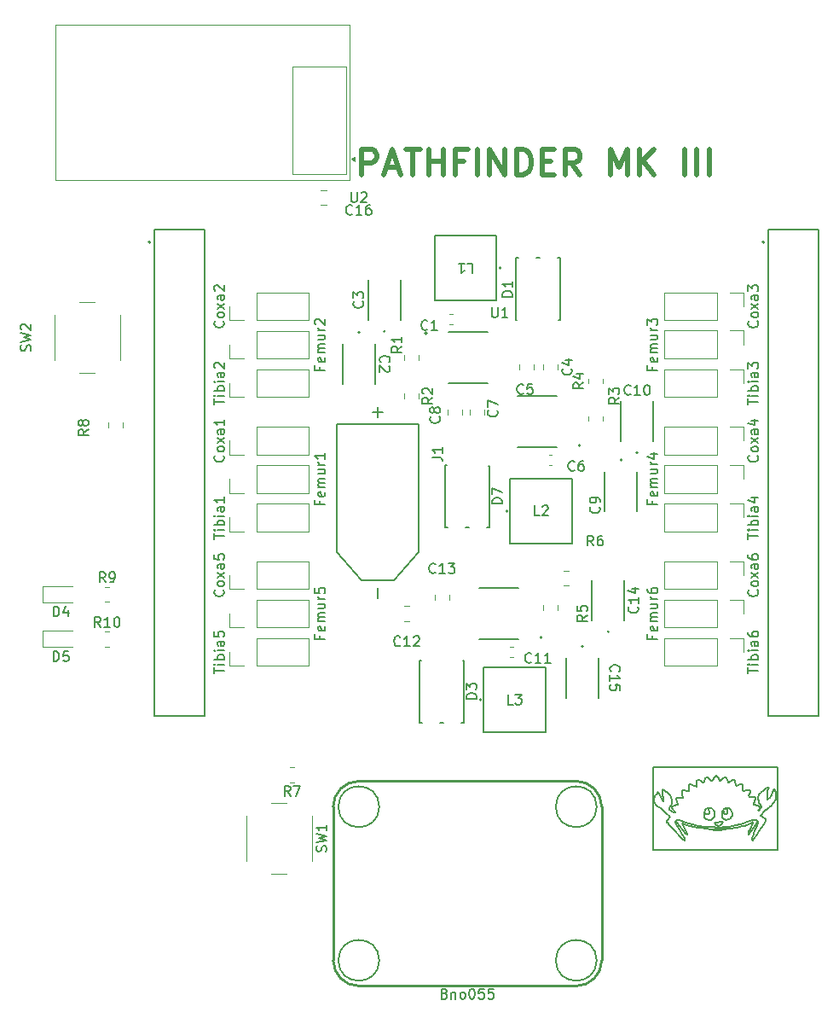
<source format=gbr>
%TF.GenerationSoftware,KiCad,Pcbnew,9.0.2*%
%TF.CreationDate,2025-07-18T09:27:23+08:00*%
%TF.ProjectId,Pathfinder,50617468-6669-46e6-9465-722e6b696361,rev?*%
%TF.SameCoordinates,Original*%
%TF.FileFunction,Legend,Top*%
%TF.FilePolarity,Positive*%
%FSLAX46Y46*%
G04 Gerber Fmt 4.6, Leading zero omitted, Abs format (unit mm)*
G04 Created by KiCad (PCBNEW 9.0.2) date 2025-07-18 09:27:23*
%MOMM*%
%LPD*%
G01*
G04 APERTURE LIST*
%ADD10C,0.152400*%
%ADD11C,0.508000*%
%ADD12C,0.150000*%
%ADD13C,0.120000*%
%ADD14C,0.127000*%
%ADD15C,0.200000*%
%ADD16C,0.152000*%
%ADD17C,0.254000*%
%ADD18C,0.203000*%
G04 APERTURE END LIST*
D10*
X174897895Y-139850514D02*
X175261249Y-139775318D01*
X173370547Y-139786296D02*
X173278162Y-139729036D01*
X172702038Y-139233226D02*
X172596282Y-139242324D01*
X168280503Y-138550714D02*
X168206146Y-138475714D01*
X176650648Y-140163568D02*
X176760988Y-139947145D01*
X177535953Y-138304419D02*
X177754687Y-137975427D01*
X172015233Y-135527198D02*
X171966909Y-135522395D01*
X174231827Y-138068649D02*
X174388978Y-138039671D01*
X168929118Y-138075483D02*
X168890395Y-137990174D01*
X176671260Y-139287661D02*
X176325738Y-139438343D01*
X177339679Y-140652166D02*
X177565173Y-140326968D01*
X173136740Y-138758154D02*
X173083304Y-138944540D01*
X176300309Y-136288427D02*
X176415730Y-136272568D01*
X168753711Y-138921781D02*
X168280503Y-138550714D01*
X174828929Y-138929922D02*
X174863156Y-138824069D01*
X177735298Y-137876255D02*
X177591791Y-137638835D01*
X167841964Y-137161254D02*
X167959374Y-137316467D01*
X174159808Y-139947425D02*
X173785544Y-139969877D01*
X173714522Y-139974138D02*
X173785544Y-139969877D01*
X176303879Y-139723986D02*
X176678477Y-139565248D01*
X170505171Y-136385736D02*
X170405292Y-136370708D01*
X173845329Y-138633359D02*
X173867901Y-138529198D01*
X167780081Y-138096754D02*
X167981071Y-138218922D01*
X174183874Y-134965922D02*
X174098406Y-134972635D01*
X177040391Y-137704139D02*
X177172465Y-137748834D01*
X169848974Y-140553576D02*
X170084817Y-140932366D01*
X176597456Y-136317674D02*
X176640092Y-136398035D01*
X178133728Y-139091132D02*
X178186202Y-139137638D01*
X177755698Y-137928692D02*
X177754687Y-137975427D01*
X176415730Y-136272568D02*
X176300309Y-136288427D01*
X172288292Y-139120644D02*
X172385246Y-139185256D01*
X178001791Y-136275209D02*
X177704616Y-136502717D01*
X174449070Y-135443697D02*
X174476465Y-135497743D01*
X167841964Y-137161254D02*
X167744421Y-136996114D01*
X167441215Y-137853742D02*
X167603303Y-137983303D01*
X172794562Y-138099944D02*
X172933392Y-138179584D01*
X179106305Y-136256119D02*
X179161860Y-136330152D01*
X175295178Y-139989751D02*
X174660841Y-140081379D01*
X170025520Y-141185034D02*
X170126197Y-141276059D01*
X172975287Y-139095342D02*
X173039209Y-139023610D01*
X174202467Y-138673016D02*
X174112357Y-138644441D01*
X168619249Y-138219613D02*
X168656175Y-138253328D01*
X169264400Y-139438389D02*
X169259915Y-139503831D01*
X173589506Y-135270846D02*
X173432210Y-134997179D01*
X169610957Y-140175931D02*
X169428705Y-139843550D01*
X177754687Y-137975427D02*
X177535953Y-138304419D01*
X177483003Y-137394149D02*
X177526760Y-137518894D01*
X170025520Y-141185034D02*
X168883216Y-140040843D01*
X176891727Y-141278413D02*
X177011337Y-141144469D01*
X172084360Y-135432103D02*
X172193675Y-135097332D01*
X171904876Y-135484742D02*
X171966909Y-135522395D01*
X179161860Y-136330152D02*
X179188634Y-136413558D01*
X173911981Y-138963366D02*
X173867723Y-138860126D01*
X177405907Y-139383474D02*
X177387297Y-139456232D01*
X173714522Y-139974138D02*
X174159808Y-139947425D01*
X175975405Y-139569602D02*
X176325738Y-139438343D01*
X168852392Y-137184599D02*
X168864626Y-137414954D01*
X174021062Y-138481337D02*
X174043386Y-138556171D01*
X171562722Y-135233420D02*
X171509288Y-135226428D01*
X173297964Y-134877525D02*
X173252357Y-134870932D01*
X172196052Y-139897242D02*
X171531976Y-139806365D01*
X167122002Y-137394135D02*
X167094922Y-137254813D01*
X173867723Y-138860126D02*
X173844375Y-138748782D01*
X177730834Y-138788758D02*
X178128396Y-138345169D01*
X174762297Y-138267521D02*
X174817439Y-138410913D01*
X173111972Y-138426170D02*
X173145211Y-138583813D01*
X179370549Y-142237655D02*
X175929702Y-142237659D01*
X178310661Y-136062223D02*
X178390524Y-136033972D01*
X169399781Y-139533172D02*
X170259664Y-140596650D01*
X178017981Y-139677299D02*
X178112564Y-139502589D01*
X168070524Y-138294023D02*
X167981071Y-138218922D01*
X168883216Y-140040843D02*
X170025520Y-141185034D01*
X177603007Y-137929423D02*
X177608209Y-138021034D01*
X173574938Y-139806396D02*
X173470484Y-139812126D01*
X167998558Y-137343517D02*
X167959374Y-137316467D01*
X171531976Y-139806365D02*
X172196052Y-139897242D01*
X172071223Y-138778314D02*
X172097409Y-138871988D01*
X177396604Y-139622361D02*
X177049559Y-140510496D01*
X177010326Y-137586442D02*
X177011410Y-137653196D01*
X168387123Y-139459374D02*
X168369439Y-139385497D01*
X170588968Y-135771212D02*
X170617364Y-135723086D01*
X169259915Y-139503831D02*
X169265289Y-139440499D01*
X178493490Y-137109442D02*
X178610466Y-137007271D01*
X174530670Y-139907760D02*
X174159808Y-139947425D01*
X177061925Y-137502058D02*
X177010326Y-137586442D01*
X175620498Y-139681804D02*
X175261249Y-139775318D01*
X177526760Y-137518894D02*
X177591791Y-137638835D01*
X173844375Y-138748782D02*
X173845329Y-138633359D01*
X170605807Y-136214551D02*
X170598895Y-136313429D01*
X172082418Y-138588253D02*
X172065814Y-138682987D01*
X168845512Y-137676921D02*
X168865049Y-137547953D01*
X177198399Y-139719192D02*
X177292402Y-139593153D01*
X174296435Y-138643952D02*
X174202467Y-138673016D01*
X177145318Y-137037133D02*
X177118516Y-137378688D01*
X172640420Y-138364828D02*
X172639701Y-138448961D01*
X178576598Y-137954435D02*
X178750865Y-137826142D01*
X169570182Y-137008485D02*
X169407081Y-137025556D01*
X177565173Y-140326968D02*
X177799958Y-140007701D01*
X174011156Y-138400033D02*
X174021062Y-138481337D01*
X173388480Y-139973847D02*
X173785544Y-139969877D01*
X173194847Y-140221206D02*
X173051113Y-140221328D01*
X170169580Y-141252965D02*
X170126197Y-141276059D01*
X171573818Y-140037420D02*
X171421671Y-140027408D01*
X173890167Y-139590217D02*
X173951041Y-139453084D01*
X172594729Y-138546479D02*
X172639701Y-138448961D01*
X172196052Y-139897242D02*
X172990548Y-139959684D01*
X168432579Y-139532154D02*
X168387123Y-139459374D01*
X168753711Y-138921781D02*
X168447007Y-139224204D01*
X177292998Y-139265757D02*
X177135501Y-139218330D01*
X169293263Y-139371304D02*
X169351763Y-139267839D01*
X177478621Y-138267922D02*
X177569931Y-138112679D01*
X173815580Y-140201316D02*
X173815943Y-140221084D01*
X170789635Y-135701041D02*
X170914938Y-135740929D01*
X175823301Y-135682145D02*
X175869087Y-135701243D01*
X168456395Y-136507528D02*
X168207426Y-136343300D01*
X177541080Y-136697187D02*
X177491695Y-136804503D01*
X176415730Y-136272568D02*
X176529814Y-136276205D01*
X172483226Y-135016246D02*
X172402683Y-134970640D01*
X172242670Y-135016499D02*
X172193675Y-135097332D01*
X172596282Y-139242324D02*
X172489436Y-139227443D01*
X175073455Y-135250232D02*
X175140002Y-135308630D01*
X177475521Y-137803685D02*
X177309154Y-137781477D01*
X176872781Y-141060091D02*
X176873870Y-141165715D01*
X172317419Y-134972497D02*
X172242670Y-135016499D01*
X177011337Y-141144469D02*
X177339679Y-140652166D01*
X167981071Y-138218922D02*
X167780081Y-138096754D01*
X177446992Y-137033329D02*
X177461046Y-136916948D01*
X169428705Y-139843550D02*
X169259915Y-139503831D01*
X177557665Y-137852192D02*
X177475521Y-137803685D01*
X174430944Y-138348150D02*
X174428688Y-138418325D01*
X167670053Y-136819395D02*
X167622165Y-136629447D01*
X176872781Y-141060091D02*
X176908846Y-140865465D01*
X170141594Y-139668288D02*
X170319408Y-139734494D01*
X178349566Y-137195309D02*
X178349698Y-136895258D01*
X178349698Y-136895258D02*
X178349566Y-137195309D01*
X171729437Y-140036790D02*
X172396637Y-140111848D01*
X168144898Y-138389108D02*
X168206146Y-138475714D01*
X177292998Y-139265757D02*
X177348835Y-139293882D01*
X169134330Y-138490807D02*
X169191042Y-138471889D01*
X167235048Y-136808246D02*
X167157082Y-136952387D01*
X171336020Y-135486509D02*
X171301710Y-135911814D01*
X174002594Y-138223576D02*
X174222318Y-138070911D01*
X179218096Y-136896294D02*
X179196476Y-136487288D01*
X174723128Y-138200744D02*
X174671560Y-138144634D01*
X178390524Y-136033972D02*
X178310661Y-136062223D01*
X177010326Y-137586442D02*
X177062813Y-137501065D01*
X173297964Y-134877525D02*
X173343489Y-134900701D01*
X167328408Y-136678253D02*
X167560936Y-136428279D01*
X171301710Y-135911814D02*
X170914938Y-135740929D01*
X176115090Y-139797388D02*
X175922536Y-139855230D01*
X172241006Y-138612494D02*
X172296775Y-138663391D01*
X176922171Y-136966578D02*
X177010059Y-136968040D01*
X172097409Y-138871988D02*
X172143139Y-138961765D01*
X174419193Y-138280253D02*
X174352153Y-138159078D01*
X174771140Y-139018902D02*
X174828929Y-138929922D01*
X176649855Y-136492708D02*
X176640092Y-136398035D01*
X178212348Y-139187254D02*
X178214048Y-139245699D01*
X179196476Y-136487288D02*
X179188634Y-136413558D01*
X173995145Y-138228974D02*
X174011156Y-138400033D01*
X172545239Y-138204056D02*
X172640420Y-138364828D01*
X170259664Y-140596650D02*
X170311400Y-140631662D01*
X174660841Y-140081379D02*
X175295178Y-139989751D01*
X173911981Y-138963366D02*
X173973759Y-139054475D01*
X174112357Y-138644441D02*
X174074149Y-138607896D01*
X178610466Y-137007271D02*
X178493490Y-137109442D01*
X174212810Y-138073172D02*
X173986270Y-138222595D01*
X177396604Y-139622361D02*
X177404031Y-139550402D01*
X170879702Y-139664423D02*
X170238452Y-139476839D01*
X171301710Y-135911814D02*
X171336020Y-135486509D01*
X176975809Y-140685335D02*
X177049559Y-140510496D01*
X173343489Y-134900701D02*
X173297964Y-134877525D01*
X175823301Y-135682145D02*
X175769785Y-135677314D01*
X170617364Y-135723086D02*
X170588968Y-135771212D01*
X168604474Y-138179285D02*
X168619249Y-138219613D01*
X168883216Y-140040843D02*
X168650549Y-139792788D01*
X169930371Y-139616000D02*
X169977854Y-139751965D01*
X169570182Y-137008485D02*
X169734652Y-137004404D01*
X174376978Y-138559304D02*
X174410852Y-138489292D01*
X169407081Y-137025556D02*
X169570182Y-137008485D01*
X177730834Y-138788758D02*
X178133728Y-139091132D01*
X168929118Y-138075483D02*
X169191042Y-138471889D01*
X174012087Y-138399358D02*
X174002594Y-138223576D01*
X169348380Y-137050256D02*
X169407081Y-137025556D01*
X173051320Y-140201316D02*
X173051113Y-140221328D01*
X175295178Y-139989751D02*
X175922536Y-139855230D01*
X169734652Y-137004404D02*
X169978991Y-137033753D01*
X174541536Y-138066795D02*
X174671857Y-138144564D01*
X169412723Y-139216224D02*
X169350263Y-139264279D01*
X169090963Y-138494221D02*
X168656175Y-138253328D01*
X174468351Y-139190092D02*
X174589656Y-139148437D01*
X172015233Y-135527198D02*
X172053250Y-135497613D01*
X171419184Y-135288340D02*
X171461323Y-135246162D01*
X178128396Y-138345169D02*
X178336827Y-138135113D01*
X167966916Y-136687164D02*
X167937945Y-136445564D01*
X177145318Y-137037133D02*
X177193221Y-137109200D01*
X173867723Y-138860126D02*
X173911981Y-138963366D01*
X177011337Y-141144469D02*
X176891727Y-141278413D01*
X169512973Y-137738253D02*
X169478888Y-137596158D01*
X177799958Y-140007701D02*
X177565173Y-140326968D01*
X172785311Y-135340892D02*
X172829687Y-135358574D01*
X174098406Y-134972635D02*
X174010878Y-135032122D01*
X167744421Y-136996114D02*
X167841964Y-137161254D01*
X168809627Y-136964798D02*
X168744446Y-136827656D01*
X178451496Y-136158238D02*
X178409516Y-136305753D01*
X173576194Y-139804366D02*
X173683041Y-139765466D01*
X173432210Y-134997179D02*
X173343489Y-134900701D01*
X170567528Y-136368567D02*
X170505171Y-136385736D01*
X171419184Y-135288340D02*
X171365990Y-135382393D01*
X168048895Y-137344500D02*
X168052301Y-137153663D01*
X169191042Y-138471889D02*
X168929118Y-138075483D01*
X174856145Y-138559538D02*
X174872627Y-138700790D01*
X177754687Y-137975427D02*
X177755698Y-137928692D01*
X174887471Y-135282787D02*
X174986272Y-135240225D01*
X173903974Y-138426527D02*
X173905083Y-138427325D01*
X172870381Y-135333939D02*
X172920120Y-135265926D01*
X178705237Y-136891628D02*
X178610466Y-137007271D01*
X176485000Y-140663496D02*
X176538690Y-140683797D01*
X169930371Y-139616000D02*
X169966725Y-139591734D01*
X172829687Y-135358574D02*
X172785311Y-135340892D01*
X174660841Y-140081379D02*
X173863302Y-140143455D01*
X179370547Y-133984998D02*
X179370549Y-142237655D01*
X170789635Y-135701041D02*
X170726438Y-135691497D01*
X170311400Y-140631662D02*
X170372901Y-140658672D01*
X171966909Y-135522395D02*
X172015233Y-135527198D01*
X175643365Y-135712578D02*
X175769785Y-135677314D01*
X172730220Y-140144261D02*
X172396637Y-140111848D01*
X178390524Y-136033972D02*
X178509297Y-136009862D01*
X176505739Y-140518802D02*
X176485000Y-140663496D01*
X169493166Y-139213165D02*
X169607449Y-139249037D01*
X167999090Y-137340980D02*
X168048895Y-137344500D01*
X173252357Y-134870932D02*
X173207187Y-134880826D01*
X170372901Y-140658672D02*
X170311400Y-140631662D01*
X169318113Y-137094062D02*
X169310945Y-137148458D01*
X174671560Y-138144634D02*
X174539159Y-138067360D01*
X171421671Y-140027408D02*
X170319408Y-139734494D01*
X174136314Y-139184194D02*
X174230310Y-139214751D01*
X174428837Y-138418289D02*
X174419193Y-138280253D01*
X168604474Y-138179285D02*
X168611711Y-138134247D01*
X168456395Y-136507528D02*
X168565815Y-136601710D01*
X170238452Y-139476839D02*
X170879702Y-139664423D01*
X177447394Y-137152452D02*
X177446992Y-137033329D01*
X177049559Y-140510496D02*
X176975809Y-140685335D01*
X173037838Y-138289409D02*
X172928620Y-138178671D01*
X172489436Y-139227443D02*
X172596282Y-139242324D01*
X177557665Y-137852192D02*
X177603007Y-137929423D01*
X171621271Y-135271419D02*
X171562722Y-135233420D01*
X172168058Y-138318760D02*
X172122269Y-138496358D01*
X167981071Y-138218922D02*
X168070524Y-138294023D01*
X176538690Y-140683797D02*
X176790409Y-140315360D01*
X168052722Y-137336403D02*
X168042921Y-137159148D01*
X174671857Y-138144564D02*
X174723165Y-138200735D01*
X173867901Y-138529198D02*
X173905083Y-138427325D01*
X169994403Y-136289994D02*
X169924348Y-136318476D01*
X174136314Y-139184194D02*
X174049667Y-139129426D01*
X176897614Y-139443374D02*
X176923602Y-139476750D01*
X173162976Y-134907113D02*
X173207187Y-134880826D01*
X168432579Y-139532154D02*
X168650549Y-139792788D01*
X172323603Y-138085709D02*
X172424323Y-138049358D01*
X168650549Y-139792788D02*
X168432579Y-139532154D01*
X168611711Y-138134247D02*
X168604474Y-138179285D01*
X173079511Y-135008488D02*
X173162976Y-134907113D01*
X174316795Y-135101562D02*
X174259322Y-135009668D01*
X176760988Y-139947145D02*
X176650648Y-140163568D01*
X167235048Y-136808246D02*
X167328408Y-136678253D01*
X169848974Y-140553576D02*
X169610957Y-140175931D01*
X168447007Y-139224204D02*
X168753711Y-138921781D01*
X170914938Y-135740929D02*
X171301710Y-135911814D01*
X174986272Y-135240225D02*
X174887471Y-135282787D01*
X174428688Y-138418325D02*
X174410833Y-138489296D01*
X173370818Y-139785858D02*
X173471128Y-139811087D01*
X173716182Y-135344889D02*
X173669383Y-135353050D01*
X174410833Y-138489296D02*
X174376978Y-138559304D01*
X176303879Y-139723986D02*
X176115090Y-139797388D01*
X177591791Y-137638835D02*
X177735298Y-137876255D01*
X172483226Y-135016246D02*
X172724524Y-135281953D01*
X169134330Y-138490807D02*
X169090963Y-138494221D01*
X167181913Y-137530473D02*
X167122002Y-137394135D01*
X171421671Y-140027408D02*
X171573818Y-140037420D01*
X172365614Y-138688421D02*
X172296775Y-138663391D01*
X173811602Y-139984667D02*
X174530670Y-139907760D01*
X175073455Y-135250232D02*
X174986272Y-135240225D01*
X168893331Y-137918413D02*
X168890395Y-137990174D01*
X174098406Y-134972635D02*
X174183874Y-134965922D01*
X170126197Y-141276059D02*
X170169580Y-141252965D01*
X177461046Y-136916948D02*
X177491695Y-136804503D01*
X174259322Y-135009668D02*
X174316795Y-135101562D01*
X174183874Y-134965922D02*
X174259322Y-135009668D01*
X177145318Y-137037133D02*
X177084353Y-136990819D01*
X167157082Y-136952387D02*
X167105129Y-137108798D01*
X172248515Y-138143385D02*
X172323603Y-138085709D01*
X176873870Y-141165715D02*
X176891727Y-141278413D01*
X167560936Y-136428279D02*
X167328408Y-136678253D01*
X178901837Y-137672274D02*
X178750865Y-137826142D01*
X178212348Y-139187254D02*
X178186202Y-139137638D01*
X175643365Y-135712578D02*
X175281987Y-135883041D01*
X169321543Y-137204928D02*
X169310945Y-137148458D01*
X172829687Y-135358574D02*
X172870381Y-135333939D01*
X174887471Y-135282787D02*
X174598439Y-135489135D01*
X170137051Y-141087013D02*
X170116697Y-141006384D01*
X177591791Y-137638835D02*
X177526760Y-137518894D01*
X171365990Y-135382393D02*
X171419184Y-135288340D01*
X177010059Y-136968040D02*
X176922171Y-136966578D01*
X173973759Y-139054475D02*
X173911981Y-138963366D01*
X176325738Y-139438343D02*
X176671260Y-139287661D01*
X176846679Y-139713821D02*
X176923602Y-139476750D01*
X178705237Y-136891628D02*
X178782550Y-136765348D01*
X174817439Y-138410913D02*
X174856145Y-138559538D01*
X173039209Y-139023610D02*
X173083304Y-138944540D01*
X169478888Y-137596158D02*
X169512973Y-137738253D01*
X171562722Y-135233420D02*
X171621271Y-135271419D01*
X179030610Y-137496360D02*
X179138282Y-137301927D01*
X172143773Y-138961948D02*
X172098912Y-138872423D01*
X176650648Y-140163568D02*
X176540857Y-140380172D01*
X173136702Y-138758146D02*
X173144905Y-138583755D01*
X169265289Y-139440499D02*
X169296820Y-139379743D01*
X174112357Y-138644441D02*
X174202467Y-138673016D01*
X168852392Y-137184599D02*
X168838711Y-137071707D01*
X172365614Y-138688421D02*
X172451233Y-138679771D01*
X172639701Y-138448961D02*
X172640420Y-138364828D01*
X172396637Y-140111848D02*
X171729437Y-140036790D01*
X170238452Y-139476839D02*
X169607449Y-139249037D01*
X171966909Y-135522395D02*
X171904876Y-135484742D01*
X173388480Y-139973847D02*
X172990548Y-139959684D01*
X167931719Y-136193324D02*
X167937652Y-136445735D01*
X170419186Y-140612095D02*
X170372901Y-140658672D01*
X174376978Y-138559304D02*
X174296435Y-138643952D01*
X167094922Y-137254813D02*
X167122002Y-137394135D01*
X168206146Y-138475714D02*
X168280503Y-138550714D01*
X176640092Y-136398035D02*
X176597456Y-136317674D01*
X176540857Y-140380172D02*
X176505739Y-140518802D01*
X173788691Y-139694159D02*
X173890167Y-139590217D01*
X168806382Y-137801530D02*
X168845512Y-137676921D01*
X174449070Y-135443697D02*
X174316795Y-135101562D01*
X174074149Y-138607896D02*
X174112357Y-138644441D01*
X174074149Y-138607896D02*
X174043386Y-138556171D01*
X170099906Y-136296612D02*
X169994403Y-136289994D01*
X169296820Y-139379743D02*
X169399781Y-139533172D01*
X177396124Y-139462673D02*
X177409631Y-139386191D01*
X173128199Y-139520747D02*
X173196377Y-139640460D01*
X175233019Y-135775302D02*
X175281987Y-135883041D01*
X173051113Y-140221328D02*
X173051320Y-140201316D01*
X169351763Y-139267839D02*
X169413168Y-139217279D01*
X167964571Y-136688536D02*
X168033541Y-137164632D01*
X177755698Y-137928692D02*
X177735298Y-137876255D01*
X174476465Y-135497743D02*
X174449070Y-135443697D01*
X170405292Y-136370708D02*
X170505171Y-136385736D01*
X176922171Y-136966578D02*
X176556246Y-136968804D01*
X171509288Y-135226428D02*
X171461323Y-135246162D01*
X169887783Y-136383885D02*
X169924348Y-136318476D01*
X174856145Y-138559538D02*
X174817439Y-138410913D01*
X170319408Y-139734494D02*
X171421671Y-140027408D01*
X172070885Y-138684455D02*
X172090470Y-138590584D01*
X172053250Y-135497613D02*
X172084360Y-135432103D01*
X177189547Y-137244900D02*
X177208924Y-137182546D01*
X177535953Y-138304419D02*
X177478621Y-138267922D01*
X170141594Y-139668288D02*
X169966725Y-139591734D01*
X173470484Y-139812126D02*
X173370547Y-139786296D01*
X173905083Y-138427325D02*
X174012087Y-138399358D01*
X176597456Y-136317674D02*
X176529814Y-136276205D01*
X177084353Y-136990819D02*
X177010059Y-136968040D01*
X174872627Y-138700790D02*
X174856145Y-138559538D01*
X175261249Y-139775318D02*
X174897895Y-139850514D01*
X168893331Y-137918413D02*
X168937247Y-137863791D01*
X174771140Y-139018902D02*
X174690984Y-139091557D01*
X173815580Y-140201316D02*
X173051320Y-140201316D01*
X174222318Y-138070911D02*
X174292024Y-138110668D01*
X176978946Y-139207897D02*
X177135501Y-139218330D01*
X174897895Y-139850514D02*
X174530670Y-139907760D01*
X176556246Y-136968804D02*
X176549148Y-136770687D01*
X167299019Y-137704117D02*
X167181913Y-137530473D01*
X172489436Y-139227443D02*
X172385246Y-139185256D01*
X167005001Y-142237659D02*
X167005000Y-133985000D01*
X177475521Y-137803685D02*
X177557665Y-137852192D01*
X179188634Y-136413558D02*
X179161860Y-136330152D01*
X169882749Y-136488048D02*
X169887783Y-136383885D01*
X175944740Y-136301870D02*
X175973750Y-136335394D01*
X173207187Y-134880826D02*
X173162976Y-134907113D01*
X177114983Y-137358382D02*
X177189547Y-137244900D01*
X169021463Y-137829904D02*
X169512973Y-137738253D01*
X167780081Y-138096754D02*
X167603303Y-137983303D01*
X172241006Y-138612494D02*
X172194598Y-138543544D01*
X177208924Y-137182546D02*
X177193221Y-137109200D01*
X178336827Y-138135113D02*
X178128396Y-138345169D01*
X170259664Y-140596650D02*
X169399781Y-139533172D01*
X167105129Y-137108798D02*
X167157082Y-136952387D01*
X168033541Y-137164632D02*
X168044640Y-137364792D01*
X177608209Y-138021034D02*
X177603007Y-137929423D01*
X168864626Y-137414954D02*
X168865049Y-137547953D01*
X172098912Y-138872423D02*
X172074157Y-138779163D01*
X172594729Y-138546479D02*
X172525305Y-138631908D01*
X176640092Y-136398035D02*
X176649855Y-136492708D01*
X172197112Y-138221368D02*
X172168058Y-138318760D01*
X177309154Y-137781477D02*
X177172465Y-137748834D01*
X174328264Y-139217072D02*
X174468351Y-139190092D01*
X178017981Y-139677299D02*
X177799958Y-140007701D01*
X173207244Y-140221084D02*
X173815943Y-140221084D01*
X168640821Y-138086404D02*
X168748027Y-137921451D01*
X175281987Y-135883041D02*
X175643365Y-135712578D01*
X178336827Y-138135113D02*
X178576598Y-137954435D01*
X172933392Y-138179584D02*
X173040281Y-138289877D01*
X179030610Y-137496360D02*
X178901837Y-137672274D01*
X169966725Y-139591734D02*
X169930371Y-139616000D01*
X177735298Y-137876255D02*
X177755698Y-137928692D01*
X173471128Y-139811087D02*
X173576194Y-139804366D01*
X172627044Y-138055608D02*
X172794562Y-138099944D01*
X170084817Y-140932366D02*
X170116697Y-141006384D01*
X168937247Y-137863791D02*
X168893331Y-137918413D01*
X172870381Y-135333939D02*
X172829687Y-135358574D01*
X177189430Y-137246270D02*
X177114049Y-137369341D01*
X175922536Y-139855230D02*
X175295178Y-139989751D01*
X174418004Y-138280536D02*
X174430944Y-138348150D01*
X172802955Y-139203478D02*
X172702038Y-139233226D01*
X167622165Y-136629447D02*
X167560936Y-136428279D01*
X174388978Y-138039671D02*
X174541536Y-138066795D01*
X172396637Y-140111848D02*
X172730220Y-140144261D01*
X173589506Y-135270846D02*
X173627761Y-135326991D01*
X175973750Y-136335394D02*
X176019761Y-136352462D01*
X173196367Y-139640476D02*
X173128199Y-139520747D01*
X171760651Y-135380682D02*
X171904876Y-135484742D01*
X175955953Y-135909688D02*
X175933675Y-135780117D01*
X173769970Y-135298374D02*
X173716182Y-135344889D01*
X172451233Y-138679771D02*
X172365614Y-138688421D01*
X179196476Y-136487288D02*
X179218096Y-136896294D01*
X177704616Y-136502717D02*
X177611340Y-136596194D01*
X168744446Y-136827656D02*
X168809627Y-136964798D01*
X172613950Y-138053103D02*
X172414550Y-138047488D01*
X169977854Y-139751965D02*
X170419186Y-140612095D01*
X170084817Y-140932366D02*
X169848974Y-140553576D01*
X178903781Y-136492204D02*
X179012120Y-136210505D01*
X168144898Y-138389108D02*
X168070524Y-138294023D01*
X174762297Y-138267521D02*
X174723128Y-138200744D01*
X174021178Y-138481252D02*
X174012087Y-138399358D01*
X167670053Y-136819395D02*
X167744421Y-136996114D01*
X174589656Y-139148437D02*
X174468351Y-139190092D01*
X172402683Y-134970640D02*
X172483226Y-135016246D01*
X177603007Y-137929423D02*
X177557665Y-137852192D01*
X169734652Y-137004404D02*
X169570182Y-137008485D01*
X172928620Y-138178671D02*
X172786315Y-138098366D01*
X175933675Y-135780117D02*
X175955953Y-135909688D01*
X173432210Y-134997179D02*
X173589506Y-135270846D01*
X178186202Y-139137638D02*
X178133728Y-139091132D01*
X170319408Y-139734494D02*
X170141594Y-139668288D01*
X173951041Y-139453084D02*
X173128199Y-139520747D01*
X173863302Y-140143455D02*
X174660841Y-140081379D01*
X175922536Y-139855230D02*
X176115090Y-139797388D01*
X167744421Y-136996114D02*
X167670053Y-136819395D01*
X176540857Y-140380172D02*
X176650648Y-140163568D01*
X176873870Y-141165715D02*
X176872781Y-141060091D01*
X169512973Y-137738253D02*
X169021463Y-137829904D01*
X172786315Y-138098366D02*
X172613950Y-138053103D01*
X173278162Y-139729036D02*
X173196367Y-139640476D01*
X173680869Y-139768973D02*
X173574938Y-139806396D01*
X172194598Y-138543544D02*
X172142961Y-138493292D01*
X177569931Y-138112679D02*
X177608209Y-138021034D01*
X169310945Y-137148458D02*
X169318113Y-137094062D01*
X169925154Y-136706957D02*
X169882749Y-136488048D01*
X175261249Y-139775318D02*
X175620498Y-139681804D01*
X178782550Y-136765348D02*
X178705237Y-136891628D01*
X169978991Y-137033753D02*
X169925154Y-136706957D01*
X168656175Y-138253328D02*
X169090963Y-138494221D01*
X170605807Y-136214551D02*
X170579587Y-135897463D01*
X168838711Y-137071707D02*
X168809627Y-136964798D01*
X177208910Y-137182717D02*
X177189430Y-137246270D01*
X175869087Y-135701243D02*
X175906195Y-135734077D01*
X177389779Y-139331239D02*
X177405907Y-139383474D01*
X168845512Y-137676921D02*
X168806382Y-137801530D01*
X167931719Y-136193324D02*
X168207426Y-136343300D01*
X172702038Y-139233226D02*
X172802955Y-139203478D01*
X170311400Y-140631662D02*
X170259664Y-140596650D01*
X174298394Y-138109153D02*
X174231827Y-138068649D01*
X169310945Y-137148458D02*
X169321543Y-137204928D01*
X172920120Y-135265926D02*
X172870381Y-135333939D01*
X172242670Y-135016499D02*
X172317419Y-134972497D01*
X167937652Y-136445735D02*
X167964571Y-136688536D01*
X177799958Y-140007701D02*
X178017981Y-139677299D01*
X177084353Y-136990819D02*
X177145318Y-137037133D01*
X168656175Y-138253328D02*
X168619249Y-138219613D01*
X173196377Y-139640460D02*
X173278242Y-139728906D01*
X170579587Y-135897463D02*
X170605807Y-136214551D01*
X172414550Y-138047488D02*
X172319480Y-138084921D01*
X178576598Y-137954435D02*
X178336827Y-138135113D01*
X174986272Y-135240225D02*
X175073455Y-135250232D01*
X167959374Y-137316467D02*
X167841964Y-137161254D01*
X167603303Y-137983303D02*
X167780081Y-138096754D01*
X171531976Y-139806365D02*
X170879702Y-139664423D01*
X170116697Y-141006384D02*
X170137051Y-141087013D01*
X175769785Y-135677314D02*
X175643365Y-135712578D01*
X167937945Y-136445564D02*
X167931719Y-136193324D01*
X178310661Y-136062223D02*
X178001791Y-136275209D01*
X168044640Y-137364792D02*
X167998558Y-137343517D01*
X172385246Y-139185256D02*
X172288315Y-139120651D01*
X177193221Y-137109200D02*
X177208910Y-137182717D01*
X170579587Y-135897463D02*
X170588968Y-135771212D01*
X172385246Y-139185256D02*
X172489436Y-139227443D01*
X177526760Y-137518894D02*
X177483003Y-137394149D01*
X168207426Y-136343300D02*
X167931719Y-136193324D01*
X172168058Y-138318760D02*
X172197265Y-138221397D01*
X170505171Y-136385736D02*
X170567528Y-136368567D01*
X178493490Y-137109442D02*
X178349566Y-137195309D01*
X176019761Y-136352462D02*
X176300309Y-136288427D01*
X177541080Y-136697187D02*
X177611340Y-136596194D01*
X167005000Y-133985000D02*
X179370547Y-133984998D01*
X170598895Y-136313429D02*
X170605807Y-136214551D01*
X174589656Y-139148437D02*
X174690984Y-139091557D01*
X176908846Y-140865465D02*
X176975809Y-140685335D01*
X175929702Y-142237659D02*
X167005001Y-142237659D01*
X177569931Y-138112679D02*
X177478621Y-138267922D01*
X174390269Y-138217242D02*
X174418004Y-138280536D01*
X178409516Y-136305753D02*
X178451496Y-136158238D01*
X178128396Y-138345169D02*
X177730834Y-138788758D01*
X176115090Y-139797388D02*
X176303879Y-139723986D01*
X172053250Y-135497613D02*
X172015233Y-135527198D01*
X174230310Y-139214751D02*
X174136314Y-139184194D01*
X174817439Y-138410913D02*
X174762297Y-138267521D01*
X168369439Y-139385497D02*
X168386933Y-139307960D01*
X177135501Y-139218330D02*
X176978946Y-139207897D01*
X177131478Y-137414232D02*
X177114983Y-137358382D01*
X172090470Y-138590584D02*
X172134288Y-138499838D01*
X171904876Y-135484742D02*
X171760651Y-135380682D01*
X174352153Y-138159078D02*
X174298394Y-138109153D01*
X174598439Y-135489135D02*
X174552158Y-135514241D01*
X172074157Y-138779163D02*
X172070885Y-138684455D01*
X172785311Y-135340892D02*
X172724524Y-135281953D01*
X174552158Y-135514241D02*
X174511163Y-135519184D01*
X170419186Y-140612095D02*
X169977854Y-139751965D01*
X168042921Y-137159148D02*
X168052722Y-137336403D01*
X176733424Y-139529740D02*
X176897614Y-139443374D01*
X172142961Y-138493292D02*
X172168058Y-138318760D01*
X175176895Y-135411242D02*
X175140002Y-135308630D01*
X173627761Y-135326991D02*
X173669383Y-135353050D01*
X174292024Y-138110668D02*
X174348142Y-138160032D01*
X177127928Y-137418202D02*
X177118516Y-137378688D01*
X169978991Y-137033753D02*
X169734652Y-137004404D01*
X173903974Y-138426527D02*
X173867762Y-138529099D01*
X179161860Y-136330152D02*
X179106305Y-136256119D01*
X178901837Y-137672274D02*
X179030610Y-137496360D01*
X174049667Y-139129426D02*
X173973759Y-139054475D01*
X170726438Y-135691497D02*
X170789635Y-135701041D01*
X168662503Y-136707523D02*
X168565815Y-136601710D01*
X169348380Y-137050256D02*
X169318113Y-137094062D01*
X177565173Y-140326968D02*
X177339679Y-140652166D01*
X174530670Y-139907760D02*
X174897895Y-139850514D01*
X174259322Y-135009668D02*
X174183874Y-134965922D01*
X177446992Y-137033329D02*
X177447394Y-137152452D01*
X175973750Y-136335394D02*
X175944740Y-136301870D01*
X172434097Y-138051228D02*
X172627044Y-138055608D01*
X173845329Y-138633359D02*
X173844375Y-138748782D01*
X168565815Y-136601710D02*
X168456395Y-136507528D01*
X174468351Y-139190092D02*
X174328264Y-139217072D01*
X179177847Y-137201632D02*
X179138282Y-137301927D01*
X174043386Y-138556171D02*
X174074149Y-138607896D01*
X176733424Y-139529740D02*
X176678477Y-139565248D01*
X168052301Y-137153663D02*
X167966916Y-136687164D01*
X173343489Y-134900701D02*
X173432210Y-134997179D01*
X173844375Y-138748782D02*
X173867723Y-138860126D01*
X179106305Y-136256119D02*
X179012120Y-136210505D01*
X171365990Y-135382393D02*
X171336020Y-135486509D01*
X167299019Y-137704117D02*
X167441215Y-137853742D01*
X177124377Y-137422173D02*
X177061925Y-137502058D01*
X170099906Y-136296612D02*
X170405292Y-136370708D01*
X168386933Y-139307960D02*
X168447007Y-139224204D01*
X170137051Y-141087013D02*
X170169580Y-141252965D01*
X175233019Y-135775302D02*
X175176895Y-135411242D01*
X172975287Y-139095342D02*
X172895287Y-139156407D01*
X167622165Y-136629447D02*
X167670053Y-136819395D01*
X174049667Y-139129426D02*
X174136314Y-139184194D01*
X177348835Y-139293882D02*
X177389779Y-139331239D01*
X173110942Y-138425973D02*
X173037838Y-138289409D01*
X174328264Y-139217072D02*
X174230310Y-139214751D01*
X173207187Y-134880826D02*
X173252357Y-134870932D01*
X172319480Y-138084921D02*
X172247293Y-138143151D01*
X168809627Y-136964798D02*
X168838711Y-137071707D01*
X169407081Y-137025556D02*
X169348380Y-137050256D01*
X176891727Y-141278413D02*
X176873870Y-141165715D01*
X176649855Y-136492708D02*
X176618878Y-136577115D01*
X178349566Y-137195309D02*
X178493490Y-137109442D01*
X172247293Y-138143151D02*
X172197112Y-138221368D01*
X178610466Y-137007271D02*
X178705237Y-136891628D01*
X176485000Y-140663496D02*
X176505739Y-140518802D01*
X168838711Y-137071707D02*
X168852392Y-137184599D01*
X173162976Y-134907113D02*
X173079511Y-135008488D01*
X168387123Y-139459374D02*
X168432579Y-139532154D01*
X172084360Y-135432103D02*
X172053250Y-135497613D01*
X167328408Y-136678253D02*
X167235048Y-136808246D01*
X170567528Y-136368567D02*
X170598895Y-136313429D01*
X176325738Y-139438343D02*
X175975405Y-139569602D01*
X172596282Y-139242324D02*
X172702038Y-139233226D01*
X173867762Y-138529099D02*
X173845329Y-138633359D01*
X176978946Y-139207897D02*
X176823983Y-139231869D01*
X177198399Y-139719192D02*
X176790409Y-140315360D01*
X171760651Y-135380682D02*
X171621271Y-135271419D01*
X169428705Y-139843550D02*
X169610957Y-140175931D01*
X178903781Y-136492204D02*
X178782550Y-136765348D01*
X168890395Y-137990174D02*
X168893331Y-137918413D01*
X167094922Y-137254813D02*
X167105129Y-137108798D01*
X177390883Y-139332044D02*
X177348973Y-139293983D01*
X173051113Y-140221328D02*
X173207244Y-140221084D01*
X174598439Y-135489135D02*
X174887471Y-135282787D01*
X176823983Y-139231869D02*
X176978946Y-139207897D01*
X176567711Y-136672992D02*
X176618878Y-136577115D01*
X178451496Y-136158238D02*
X178509297Y-136009862D01*
X170726438Y-135691497D02*
X170666851Y-135695844D01*
X169925154Y-136706957D02*
X169978991Y-137033753D01*
X173145211Y-138583813D02*
X173136740Y-138758154D01*
X175906195Y-135734077D02*
X175869087Y-135701243D01*
X175906195Y-135734077D02*
X175933675Y-135780117D01*
X173083304Y-138944540D02*
X173136702Y-138758146D01*
X179188634Y-136413558D02*
X179196476Y-136487288D01*
X177461046Y-136916948D02*
X177446992Y-137033329D01*
X171461323Y-135246162D02*
X171419184Y-135288340D01*
X173669383Y-135353050D02*
X173627761Y-135326991D01*
X177172465Y-137748834D02*
X177309154Y-137781477D01*
X172207178Y-139045398D02*
X172288292Y-139120644D01*
X172193675Y-135097332D02*
X172242670Y-135016499D01*
X172065814Y-138682987D02*
X172071223Y-138778314D01*
X177387297Y-139456232D02*
X177198399Y-139719192D01*
X168611711Y-138134247D02*
X168640821Y-138086404D01*
X172640420Y-138364828D02*
X172546461Y-138204290D01*
X175620498Y-139681804D02*
X175975405Y-139569602D01*
X173252357Y-134870932D02*
X173297964Y-134877525D01*
X172197265Y-138221397D02*
X172248515Y-138143385D01*
X177483003Y-137394149D02*
X177447394Y-137152452D01*
X169607449Y-139249037D02*
X170238452Y-139476839D01*
X174863156Y-138824069D02*
X174872627Y-138700790D01*
X177611340Y-136596194D02*
X177541080Y-136697187D01*
X178362999Y-136599812D02*
X178349698Y-136895258D01*
X175955953Y-135909688D02*
X175944740Y-136301870D01*
X176618878Y-136577115D02*
X176567711Y-136672992D01*
X176678477Y-139565248D02*
X176733424Y-139529740D01*
X168937247Y-137863791D02*
X169021463Y-137829904D01*
X176538690Y-140683797D02*
X176485000Y-140663496D01*
X177491695Y-136804503D02*
X177461046Y-136916948D01*
X176567711Y-136672992D02*
X176549148Y-136770687D01*
X176846679Y-139713821D02*
X176760988Y-139947145D01*
X176975809Y-140685335D02*
X176908846Y-140865465D01*
X168206146Y-138475714D02*
X168144898Y-138389108D01*
X169924348Y-136318476D02*
X169887783Y-136383885D01*
X169289707Y-139362866D02*
X169264400Y-139438389D01*
X170405292Y-136370708D02*
X170099906Y-136296612D01*
X179202414Y-137100443D02*
X179218096Y-136896294D01*
X174010878Y-135032122D02*
X174098406Y-134972635D01*
X169882749Y-136488048D02*
X169925154Y-136706957D01*
X177114049Y-137369341D02*
X177124377Y-137422173D01*
X177704616Y-136502717D02*
X178001791Y-136275209D01*
X172134288Y-138499838D02*
X172194598Y-138543544D01*
X168369439Y-139385497D02*
X168387123Y-139459374D01*
X170666851Y-135695844D02*
X170726438Y-135691497D01*
X176556246Y-136968804D02*
X176922171Y-136966578D01*
X174872627Y-138700790D02*
X174863156Y-138824069D01*
X176790409Y-140315360D02*
X176538690Y-140683797D01*
X175933675Y-135780117D02*
X175906195Y-135734077D01*
X168865049Y-137547953D02*
X168845512Y-137676921D01*
X173863302Y-140143455D02*
X173064016Y-140160093D01*
X170914938Y-135740929D02*
X170789635Y-135701041D01*
X176019761Y-136352462D02*
X175973750Y-136335394D01*
X174043386Y-138556171D02*
X174021178Y-138481252D01*
X168640821Y-138086404D02*
X168611711Y-138134247D01*
X171573818Y-140037420D02*
X171729437Y-140036790D01*
X177172465Y-137748834D02*
X177040391Y-137704139D01*
X177478621Y-138267922D02*
X177535953Y-138304419D01*
X175869087Y-135701243D02*
X175823301Y-135682145D01*
X176505739Y-140518802D02*
X176540857Y-140380172D01*
X173051320Y-140201316D02*
X173815580Y-140201316D01*
X171509288Y-135226428D02*
X171562722Y-135233420D01*
X173040281Y-138289877D02*
X173111972Y-138426170D01*
X178509297Y-136009862D02*
X178390524Y-136033972D01*
X177404680Y-139552309D02*
X177396604Y-139622361D01*
X178193186Y-139318695D02*
X178214048Y-139245699D01*
X168447007Y-139224204D02*
X168386933Y-139307960D01*
X178750865Y-137826142D02*
X178576598Y-137954435D01*
X175975405Y-139569602D02*
X175620498Y-139681804D01*
X174863156Y-138824069D02*
X174828929Y-138929922D01*
X176549148Y-136770687D02*
X176556246Y-136968804D01*
X171336020Y-135486509D02*
X171365990Y-135382393D01*
X172990548Y-139959684D02*
X173388480Y-139973847D01*
X175944740Y-136301870D02*
X175955953Y-135909688D01*
X176300309Y-136288427D02*
X176019761Y-136352462D01*
X172122269Y-138496358D02*
X172082418Y-138588253D01*
X172639701Y-138448961D02*
X172594729Y-138546479D01*
X173627761Y-135326991D02*
X173589506Y-135270846D01*
X169399781Y-139533172D02*
X169293263Y-139371304D01*
X169607449Y-139249037D02*
X169493110Y-139213033D01*
X170879702Y-139664423D02*
X171531976Y-139806365D01*
X173716182Y-135344889D02*
X173769970Y-135298374D01*
X177011410Y-137653196D02*
X177010326Y-137586442D01*
X177193221Y-137109200D02*
X177145318Y-137037133D01*
X176923602Y-139476750D02*
X176846679Y-139713821D01*
X172525305Y-138631908D02*
X172594729Y-138546479D01*
X170169580Y-141252965D02*
X170137051Y-141087013D01*
X169318113Y-137094062D02*
X169348380Y-137050256D01*
X168619249Y-138219613D02*
X168604474Y-138179285D01*
X173064016Y-140160093D02*
X173863302Y-140143455D01*
X175281987Y-135883041D02*
X175233019Y-135775302D01*
X169994403Y-136289994D02*
X170099906Y-136296612D01*
X169350263Y-139264279D02*
X169289707Y-139362866D01*
X173769970Y-135298374D02*
X174010878Y-135032122D01*
X174202467Y-138673016D02*
X174296435Y-138643952D01*
X178349698Y-136895258D02*
X178362999Y-136599812D01*
X172990548Y-139959684D02*
X172196052Y-139897242D01*
X174296435Y-138643952D02*
X174376978Y-138559304D01*
X170372901Y-140658672D02*
X170419186Y-140612095D01*
X177348973Y-139293983D02*
X177292998Y-139265757D01*
X173785242Y-139699728D02*
X173680869Y-139768973D01*
X173683041Y-139765466D02*
X173788691Y-139694159D01*
X178509297Y-136009862D02*
X178451496Y-136158238D01*
X167105129Y-137108798D02*
X167094922Y-137254813D01*
X174410852Y-138489292D02*
X174428837Y-138418289D01*
X176823983Y-139231869D02*
X176671260Y-139287661D01*
X177611340Y-136596194D02*
X177704616Y-136502717D01*
X167560936Y-136428279D02*
X167622165Y-136629447D01*
X168386933Y-139307960D02*
X168369439Y-139385497D01*
X179012120Y-136210505D02*
X178903781Y-136492204D01*
X170617364Y-135723086D02*
X170666851Y-135695844D01*
X174690984Y-139091557D02*
X174771140Y-139018902D01*
X177404031Y-139550402D02*
X177396124Y-139462673D01*
X168890395Y-137990174D02*
X168929118Y-138075483D01*
X172193675Y-135097332D02*
X172084360Y-135432103D01*
X178193186Y-139318695D02*
X178112564Y-139502589D01*
X177339679Y-140652166D02*
X177011337Y-141144469D01*
X168748027Y-137921451D02*
X168806382Y-137801530D01*
X174230310Y-139214751D02*
X174328264Y-139217072D01*
X177011410Y-137653196D02*
X177040391Y-137704139D01*
X169493110Y-139213033D02*
X169412723Y-139216224D01*
X171621271Y-135271419D02*
X171760651Y-135380682D01*
X168650549Y-139792788D02*
X168883216Y-140040843D01*
X170116697Y-141006384D02*
X170084817Y-140932366D01*
X168806382Y-137801530D02*
X168748027Y-137921451D01*
X178409516Y-136305753D02*
X178362999Y-136599812D01*
X172730220Y-140144261D02*
X173064016Y-140160093D01*
X172895287Y-139156407D02*
X172802955Y-139203478D01*
X177040391Y-137704139D02*
X177011410Y-137653196D01*
X176618878Y-136577115D02*
X176649855Y-136492708D01*
X173669383Y-135353050D02*
X173716182Y-135344889D01*
X179177847Y-137201632D02*
X179202414Y-137100443D01*
X177447394Y-137152452D02*
X177483003Y-137394149D01*
X171461323Y-135246162D02*
X171509288Y-135226428D01*
X169259915Y-139503831D02*
X169428705Y-139843550D01*
X176790409Y-140315360D02*
X177198399Y-139719192D01*
X179218096Y-136896294D02*
X179202414Y-137100443D01*
X169977854Y-139751965D02*
X169930371Y-139616000D01*
X174828929Y-138929922D02*
X174771140Y-139018902D01*
X170598895Y-136313429D02*
X170567528Y-136368567D01*
X168280503Y-138550714D02*
X168753711Y-138921781D01*
X173905083Y-138427325D02*
X173995145Y-138228974D01*
X173064016Y-140160093D02*
X172730220Y-140144261D01*
X172802955Y-139203478D02*
X172895287Y-139156407D01*
X172207366Y-139045453D02*
X172143773Y-138961948D01*
X174511163Y-135519184D02*
X174476465Y-135497743D01*
X169924348Y-136318476D02*
X169994403Y-136289994D01*
X178214048Y-139245699D02*
X178212348Y-139187254D01*
X173973759Y-139054475D02*
X174049667Y-139129426D01*
X174723165Y-138200735D02*
X174762297Y-138267521D01*
X174511163Y-135519184D02*
X174552158Y-135514241D01*
X177491695Y-136804503D02*
X177541080Y-136697187D01*
X178133728Y-139091132D02*
X177730834Y-138788758D01*
X172296775Y-138663391D02*
X172241006Y-138612494D01*
X173128199Y-139520747D02*
X173951041Y-139453084D01*
X176678477Y-139565248D02*
X176303879Y-139723986D01*
X179138282Y-137301927D02*
X179030610Y-137496360D01*
X170588968Y-135771212D02*
X170579587Y-135897463D01*
X168864626Y-137414954D02*
X168852392Y-137184599D01*
X172402683Y-134970640D02*
X172317419Y-134972497D01*
X176549148Y-136770687D02*
X176567711Y-136672992D01*
X169413168Y-139217279D02*
X169493166Y-139213165D01*
X173885019Y-139598531D02*
X173785242Y-139699728D01*
X169966725Y-139591734D02*
X170141594Y-139668288D01*
X176923602Y-139476750D02*
X176897614Y-139443374D01*
X172143139Y-138961765D02*
X172207178Y-139045398D01*
X175140002Y-135308630D02*
X175176895Y-135411242D01*
X168207426Y-136343300D02*
X168456395Y-136507528D01*
X177049559Y-140510496D02*
X177396604Y-139622361D01*
X176671260Y-139287661D02*
X176823983Y-139231869D01*
X176529814Y-136276205D02*
X176415730Y-136272568D01*
X174380955Y-138041579D02*
X174212810Y-138073172D01*
X172895287Y-139156407D02*
X172975287Y-139095342D01*
X179202414Y-137100443D02*
X179177847Y-137201632D01*
X175769785Y-135677314D02*
X175823301Y-135682145D01*
X178112564Y-139502589D02*
X178017981Y-139677299D01*
X167181913Y-137530473D02*
X167299019Y-137704117D01*
X174690984Y-139091557D02*
X174589656Y-139148437D01*
X174316795Y-135101562D02*
X174449070Y-135443697D01*
X176908846Y-140865465D02*
X176872781Y-141060091D01*
X177309154Y-137781477D02*
X177475521Y-137803685D01*
X177118516Y-137378688D02*
X177127928Y-137418202D01*
X178362999Y-136599812D02*
X178409516Y-136305753D01*
X168865049Y-137547953D02*
X168864626Y-137414954D01*
X178214048Y-139245699D02*
X178193186Y-139318695D01*
X175176895Y-135411242D02*
X175233019Y-135775302D01*
X169191042Y-138471889D02*
X169134330Y-138490807D01*
X178186202Y-139137638D02*
X178212348Y-139187254D01*
X167122002Y-137394135D02*
X167181913Y-137530473D01*
X174476465Y-135497743D02*
X174511163Y-135519184D01*
X169610957Y-140175931D02*
X169848974Y-140553576D01*
X177292402Y-139593153D02*
X177401318Y-139477934D01*
X168744446Y-136827656D02*
X168662503Y-136707523D01*
X168070524Y-138294023D02*
X168144898Y-138389108D01*
X173278242Y-139728906D02*
X173370818Y-139785858D01*
X176529814Y-136276205D02*
X176597456Y-136317674D01*
X168565815Y-136601710D02*
X168662503Y-136707523D01*
X172296775Y-138663391D02*
X172365614Y-138688421D01*
X174348142Y-138160032D02*
X174390269Y-138217242D01*
X170126197Y-141276059D02*
X170025520Y-141185034D01*
X173986270Y-138222595D02*
X173903974Y-138426527D01*
X172525305Y-138631908D02*
X172451233Y-138679771D01*
X172288315Y-139120651D02*
X172207366Y-139045453D01*
X177409631Y-139386191D02*
X177390883Y-139332044D01*
X173083304Y-138944540D02*
X173039209Y-139023610D01*
X174010878Y-135032122D02*
X173769970Y-135298374D01*
X172724524Y-135281953D02*
X172483226Y-135016246D01*
X169478888Y-137596158D02*
X169321543Y-137204928D01*
X167441215Y-137853742D02*
X167299019Y-137704117D01*
X169887783Y-136383885D02*
X169882749Y-136488048D01*
X167157082Y-136952387D02*
X167235048Y-136808246D01*
X177608209Y-138021034D02*
X177569931Y-138112679D01*
X170666851Y-135695844D02*
X170617364Y-135723086D01*
X176897614Y-139443374D02*
X176733424Y-139529740D01*
X177062813Y-137501065D02*
X177131478Y-137414232D01*
X179012120Y-136210505D02*
X179106305Y-136256119D01*
X169090963Y-138494221D02*
X169134330Y-138490807D01*
X169021463Y-137829904D02*
X168937247Y-137863791D01*
X173785544Y-139969877D02*
X173388480Y-139973847D01*
X172724524Y-135281953D02*
X172785311Y-135340892D01*
X167603303Y-137983303D02*
X167441215Y-137853742D01*
X172451233Y-138679771D02*
X172525305Y-138631908D01*
X178001791Y-136275209D02*
X178310661Y-136062223D01*
X174552158Y-135514241D02*
X174598439Y-135489135D01*
X172424323Y-138049358D02*
X172545239Y-138204056D01*
X172546461Y-138204290D02*
X172434097Y-138051228D01*
X172194598Y-138543544D02*
X172241006Y-138612494D01*
X177010059Y-136968040D02*
X177084353Y-136990819D01*
X178750865Y-137826142D02*
X178901837Y-137672274D01*
X178782550Y-136765348D02*
X178903781Y-136492204D01*
X172920120Y-135265926D02*
X173079511Y-135008488D01*
X167959374Y-137316467D02*
X167999090Y-137340980D01*
X173144905Y-138583755D02*
X173110942Y-138425973D01*
X177135501Y-139218330D02*
X177292998Y-139265757D01*
X173039209Y-139023610D02*
X172975287Y-139095342D01*
X179138282Y-137301927D02*
X179177847Y-137201632D01*
X171729437Y-140036790D02*
X171573818Y-140037420D01*
X175140002Y-135308630D02*
X175073455Y-135250232D01*
X168748027Y-137921451D02*
X168640821Y-138086404D01*
X173815943Y-140221084D02*
X173811602Y-139984667D01*
X168662503Y-136707523D02*
X168744446Y-136827656D01*
X174539159Y-138067360D02*
X174380955Y-138041579D01*
X173079511Y-135008488D02*
X172920120Y-135265926D01*
X178112564Y-139502589D02*
X178193186Y-139318695D01*
X176760988Y-139947145D02*
X176846679Y-139713821D01*
X177401318Y-139477934D02*
X177404680Y-139552309D01*
X172317419Y-134972497D02*
X172402683Y-134970640D01*
X169321543Y-137204928D02*
X169478888Y-137596158D01*
D11*
X138098971Y-75227736D02*
X138098971Y-72687736D01*
X138098971Y-72687736D02*
X139066590Y-72687736D01*
X139066590Y-72687736D02*
X139308495Y-72808688D01*
X139308495Y-72808688D02*
X139429448Y-72929641D01*
X139429448Y-72929641D02*
X139550400Y-73171545D01*
X139550400Y-73171545D02*
X139550400Y-73534403D01*
X139550400Y-73534403D02*
X139429448Y-73776307D01*
X139429448Y-73776307D02*
X139308495Y-73897260D01*
X139308495Y-73897260D02*
X139066590Y-74018212D01*
X139066590Y-74018212D02*
X138098971Y-74018212D01*
X140518019Y-74502022D02*
X141727543Y-74502022D01*
X140276114Y-75227736D02*
X141122781Y-72687736D01*
X141122781Y-72687736D02*
X141969448Y-75227736D01*
X142453257Y-72687736D02*
X143904686Y-72687736D01*
X143178972Y-75227736D02*
X143178972Y-72687736D01*
X144751352Y-75227736D02*
X144751352Y-72687736D01*
X144751352Y-73897260D02*
X146202781Y-73897260D01*
X146202781Y-75227736D02*
X146202781Y-72687736D01*
X148258971Y-73897260D02*
X147412304Y-73897260D01*
X147412304Y-75227736D02*
X147412304Y-72687736D01*
X147412304Y-72687736D02*
X148621828Y-72687736D01*
X149589447Y-75227736D02*
X149589447Y-72687736D01*
X150798971Y-75227736D02*
X150798971Y-72687736D01*
X150798971Y-72687736D02*
X152250400Y-75227736D01*
X152250400Y-75227736D02*
X152250400Y-72687736D01*
X153459923Y-75227736D02*
X153459923Y-72687736D01*
X153459923Y-72687736D02*
X154064685Y-72687736D01*
X154064685Y-72687736D02*
X154427542Y-72808688D01*
X154427542Y-72808688D02*
X154669447Y-73050593D01*
X154669447Y-73050593D02*
X154790400Y-73292498D01*
X154790400Y-73292498D02*
X154911352Y-73776307D01*
X154911352Y-73776307D02*
X154911352Y-74139164D01*
X154911352Y-74139164D02*
X154790400Y-74622974D01*
X154790400Y-74622974D02*
X154669447Y-74864879D01*
X154669447Y-74864879D02*
X154427542Y-75106784D01*
X154427542Y-75106784D02*
X154064685Y-75227736D01*
X154064685Y-75227736D02*
X153459923Y-75227736D01*
X155999923Y-73897260D02*
X156846590Y-73897260D01*
X157209447Y-75227736D02*
X155999923Y-75227736D01*
X155999923Y-75227736D02*
X155999923Y-72687736D01*
X155999923Y-72687736D02*
X157209447Y-72687736D01*
X159749447Y-75227736D02*
X158902780Y-74018212D01*
X158298018Y-75227736D02*
X158298018Y-72687736D01*
X158298018Y-72687736D02*
X159265637Y-72687736D01*
X159265637Y-72687736D02*
X159507542Y-72808688D01*
X159507542Y-72808688D02*
X159628495Y-72929641D01*
X159628495Y-72929641D02*
X159749447Y-73171545D01*
X159749447Y-73171545D02*
X159749447Y-73534403D01*
X159749447Y-73534403D02*
X159628495Y-73776307D01*
X159628495Y-73776307D02*
X159507542Y-73897260D01*
X159507542Y-73897260D02*
X159265637Y-74018212D01*
X159265637Y-74018212D02*
X158298018Y-74018212D01*
X162773256Y-75227736D02*
X162773256Y-72687736D01*
X162773256Y-72687736D02*
X163619923Y-74502022D01*
X163619923Y-74502022D02*
X164466590Y-72687736D01*
X164466590Y-72687736D02*
X164466590Y-75227736D01*
X165676113Y-75227736D02*
X165676113Y-72687736D01*
X167127542Y-75227736D02*
X166038971Y-73776307D01*
X167127542Y-72687736D02*
X165676113Y-74139164D01*
X170151351Y-75227736D02*
X170151351Y-72687736D01*
X171360875Y-75227736D02*
X171360875Y-72687736D01*
X172570399Y-75227736D02*
X172570399Y-72687736D01*
D12*
X151489580Y-98591666D02*
X151537200Y-98639285D01*
X151537200Y-98639285D02*
X151584819Y-98782142D01*
X151584819Y-98782142D02*
X151584819Y-98877380D01*
X151584819Y-98877380D02*
X151537200Y-99020237D01*
X151537200Y-99020237D02*
X151441961Y-99115475D01*
X151441961Y-99115475D02*
X151346723Y-99163094D01*
X151346723Y-99163094D02*
X151156247Y-99210713D01*
X151156247Y-99210713D02*
X151013390Y-99210713D01*
X151013390Y-99210713D02*
X150822914Y-99163094D01*
X150822914Y-99163094D02*
X150727676Y-99115475D01*
X150727676Y-99115475D02*
X150632438Y-99020237D01*
X150632438Y-99020237D02*
X150584819Y-98877380D01*
X150584819Y-98877380D02*
X150584819Y-98782142D01*
X150584819Y-98782142D02*
X150632438Y-98639285D01*
X150632438Y-98639285D02*
X150680057Y-98591666D01*
X150584819Y-98258332D02*
X150584819Y-97591666D01*
X150584819Y-97591666D02*
X151584819Y-98020237D01*
X151003095Y-88354819D02*
X151003095Y-89164342D01*
X151003095Y-89164342D02*
X151050714Y-89259580D01*
X151050714Y-89259580D02*
X151098333Y-89307200D01*
X151098333Y-89307200D02*
X151193571Y-89354819D01*
X151193571Y-89354819D02*
X151384047Y-89354819D01*
X151384047Y-89354819D02*
X151479285Y-89307200D01*
X151479285Y-89307200D02*
X151526904Y-89259580D01*
X151526904Y-89259580D02*
X151574523Y-89164342D01*
X151574523Y-89164342D02*
X151574523Y-88354819D01*
X152574523Y-89354819D02*
X152003095Y-89354819D01*
X152288809Y-89354819D02*
X152288809Y-88354819D01*
X152288809Y-88354819D02*
X152193571Y-88497676D01*
X152193571Y-88497676D02*
X152098333Y-88592914D01*
X152098333Y-88592914D02*
X152003095Y-88640533D01*
X145774580Y-99226666D02*
X145822200Y-99274285D01*
X145822200Y-99274285D02*
X145869819Y-99417142D01*
X145869819Y-99417142D02*
X145869819Y-99512380D01*
X145869819Y-99512380D02*
X145822200Y-99655237D01*
X145822200Y-99655237D02*
X145726961Y-99750475D01*
X145726961Y-99750475D02*
X145631723Y-99798094D01*
X145631723Y-99798094D02*
X145441247Y-99845713D01*
X145441247Y-99845713D02*
X145298390Y-99845713D01*
X145298390Y-99845713D02*
X145107914Y-99798094D01*
X145107914Y-99798094D02*
X145012676Y-99750475D01*
X145012676Y-99750475D02*
X144917438Y-99655237D01*
X144917438Y-99655237D02*
X144869819Y-99512380D01*
X144869819Y-99512380D02*
X144869819Y-99417142D01*
X144869819Y-99417142D02*
X144917438Y-99274285D01*
X144917438Y-99274285D02*
X144965057Y-99226666D01*
X145298390Y-98655237D02*
X145250771Y-98750475D01*
X145250771Y-98750475D02*
X145203152Y-98798094D01*
X145203152Y-98798094D02*
X145107914Y-98845713D01*
X145107914Y-98845713D02*
X145060295Y-98845713D01*
X145060295Y-98845713D02*
X144965057Y-98798094D01*
X144965057Y-98798094D02*
X144917438Y-98750475D01*
X144917438Y-98750475D02*
X144869819Y-98655237D01*
X144869819Y-98655237D02*
X144869819Y-98464761D01*
X144869819Y-98464761D02*
X144917438Y-98369523D01*
X144917438Y-98369523D02*
X144965057Y-98321904D01*
X144965057Y-98321904D02*
X145060295Y-98274285D01*
X145060295Y-98274285D02*
X145107914Y-98274285D01*
X145107914Y-98274285D02*
X145203152Y-98321904D01*
X145203152Y-98321904D02*
X145250771Y-98369523D01*
X145250771Y-98369523D02*
X145298390Y-98464761D01*
X145298390Y-98464761D02*
X145298390Y-98655237D01*
X145298390Y-98655237D02*
X145346009Y-98750475D01*
X145346009Y-98750475D02*
X145393628Y-98798094D01*
X145393628Y-98798094D02*
X145488866Y-98845713D01*
X145488866Y-98845713D02*
X145679342Y-98845713D01*
X145679342Y-98845713D02*
X145774580Y-98798094D01*
X145774580Y-98798094D02*
X145822200Y-98750475D01*
X145822200Y-98750475D02*
X145869819Y-98655237D01*
X145869819Y-98655237D02*
X145869819Y-98464761D01*
X145869819Y-98464761D02*
X145822200Y-98369523D01*
X145822200Y-98369523D02*
X145774580Y-98321904D01*
X145774580Y-98321904D02*
X145679342Y-98274285D01*
X145679342Y-98274285D02*
X145488866Y-98274285D01*
X145488866Y-98274285D02*
X145393628Y-98321904D01*
X145393628Y-98321904D02*
X145346009Y-98369523D01*
X145346009Y-98369523D02*
X145298390Y-98464761D01*
X105182200Y-92698332D02*
X105229819Y-92555475D01*
X105229819Y-92555475D02*
X105229819Y-92317380D01*
X105229819Y-92317380D02*
X105182200Y-92222142D01*
X105182200Y-92222142D02*
X105134580Y-92174523D01*
X105134580Y-92174523D02*
X105039342Y-92126904D01*
X105039342Y-92126904D02*
X104944104Y-92126904D01*
X104944104Y-92126904D02*
X104848866Y-92174523D01*
X104848866Y-92174523D02*
X104801247Y-92222142D01*
X104801247Y-92222142D02*
X104753628Y-92317380D01*
X104753628Y-92317380D02*
X104706009Y-92507856D01*
X104706009Y-92507856D02*
X104658390Y-92603094D01*
X104658390Y-92603094D02*
X104610771Y-92650713D01*
X104610771Y-92650713D02*
X104515533Y-92698332D01*
X104515533Y-92698332D02*
X104420295Y-92698332D01*
X104420295Y-92698332D02*
X104325057Y-92650713D01*
X104325057Y-92650713D02*
X104277438Y-92603094D01*
X104277438Y-92603094D02*
X104229819Y-92507856D01*
X104229819Y-92507856D02*
X104229819Y-92269761D01*
X104229819Y-92269761D02*
X104277438Y-92126904D01*
X104229819Y-91793570D02*
X105229819Y-91555475D01*
X105229819Y-91555475D02*
X104515533Y-91364999D01*
X104515533Y-91364999D02*
X105229819Y-91174523D01*
X105229819Y-91174523D02*
X104229819Y-90936428D01*
X104325057Y-90603094D02*
X104277438Y-90555475D01*
X104277438Y-90555475D02*
X104229819Y-90460237D01*
X104229819Y-90460237D02*
X104229819Y-90222142D01*
X104229819Y-90222142D02*
X104277438Y-90126904D01*
X104277438Y-90126904D02*
X104325057Y-90079285D01*
X104325057Y-90079285D02*
X104420295Y-90031666D01*
X104420295Y-90031666D02*
X104515533Y-90031666D01*
X104515533Y-90031666D02*
X104658390Y-90079285D01*
X104658390Y-90079285D02*
X105229819Y-90650713D01*
X105229819Y-90650713D02*
X105229819Y-90031666D01*
X124344580Y-89741190D02*
X124392200Y-89788809D01*
X124392200Y-89788809D02*
X124439819Y-89931666D01*
X124439819Y-89931666D02*
X124439819Y-90026904D01*
X124439819Y-90026904D02*
X124392200Y-90169761D01*
X124392200Y-90169761D02*
X124296961Y-90264999D01*
X124296961Y-90264999D02*
X124201723Y-90312618D01*
X124201723Y-90312618D02*
X124011247Y-90360237D01*
X124011247Y-90360237D02*
X123868390Y-90360237D01*
X123868390Y-90360237D02*
X123677914Y-90312618D01*
X123677914Y-90312618D02*
X123582676Y-90264999D01*
X123582676Y-90264999D02*
X123487438Y-90169761D01*
X123487438Y-90169761D02*
X123439819Y-90026904D01*
X123439819Y-90026904D02*
X123439819Y-89931666D01*
X123439819Y-89931666D02*
X123487438Y-89788809D01*
X123487438Y-89788809D02*
X123535057Y-89741190D01*
X124439819Y-89169761D02*
X124392200Y-89264999D01*
X124392200Y-89264999D02*
X124344580Y-89312618D01*
X124344580Y-89312618D02*
X124249342Y-89360237D01*
X124249342Y-89360237D02*
X123963628Y-89360237D01*
X123963628Y-89360237D02*
X123868390Y-89312618D01*
X123868390Y-89312618D02*
X123820771Y-89264999D01*
X123820771Y-89264999D02*
X123773152Y-89169761D01*
X123773152Y-89169761D02*
X123773152Y-89026904D01*
X123773152Y-89026904D02*
X123820771Y-88931666D01*
X123820771Y-88931666D02*
X123868390Y-88884047D01*
X123868390Y-88884047D02*
X123963628Y-88836428D01*
X123963628Y-88836428D02*
X124249342Y-88836428D01*
X124249342Y-88836428D02*
X124344580Y-88884047D01*
X124344580Y-88884047D02*
X124392200Y-88931666D01*
X124392200Y-88931666D02*
X124439819Y-89026904D01*
X124439819Y-89026904D02*
X124439819Y-89169761D01*
X124439819Y-88503094D02*
X123773152Y-87979285D01*
X123773152Y-88503094D02*
X124439819Y-87979285D01*
X124439819Y-87169761D02*
X123916009Y-87169761D01*
X123916009Y-87169761D02*
X123820771Y-87217380D01*
X123820771Y-87217380D02*
X123773152Y-87312618D01*
X123773152Y-87312618D02*
X123773152Y-87503094D01*
X123773152Y-87503094D02*
X123820771Y-87598332D01*
X124392200Y-87169761D02*
X124439819Y-87264999D01*
X124439819Y-87264999D02*
X124439819Y-87503094D01*
X124439819Y-87503094D02*
X124392200Y-87598332D01*
X124392200Y-87598332D02*
X124296961Y-87645951D01*
X124296961Y-87645951D02*
X124201723Y-87645951D01*
X124201723Y-87645951D02*
X124106485Y-87598332D01*
X124106485Y-87598332D02*
X124058866Y-87503094D01*
X124058866Y-87503094D02*
X124058866Y-87264999D01*
X124058866Y-87264999D02*
X124011247Y-87169761D01*
X123535057Y-86741189D02*
X123487438Y-86693570D01*
X123487438Y-86693570D02*
X123439819Y-86598332D01*
X123439819Y-86598332D02*
X123439819Y-86360237D01*
X123439819Y-86360237D02*
X123487438Y-86264999D01*
X123487438Y-86264999D02*
X123535057Y-86217380D01*
X123535057Y-86217380D02*
X123630295Y-86169761D01*
X123630295Y-86169761D02*
X123725533Y-86169761D01*
X123725533Y-86169761D02*
X123868390Y-86217380D01*
X123868390Y-86217380D02*
X124439819Y-86788808D01*
X124439819Y-86788808D02*
X124439819Y-86169761D01*
X154138333Y-96879580D02*
X154090714Y-96927200D01*
X154090714Y-96927200D02*
X153947857Y-96974819D01*
X153947857Y-96974819D02*
X153852619Y-96974819D01*
X153852619Y-96974819D02*
X153709762Y-96927200D01*
X153709762Y-96927200D02*
X153614524Y-96831961D01*
X153614524Y-96831961D02*
X153566905Y-96736723D01*
X153566905Y-96736723D02*
X153519286Y-96546247D01*
X153519286Y-96546247D02*
X153519286Y-96403390D01*
X153519286Y-96403390D02*
X153566905Y-96212914D01*
X153566905Y-96212914D02*
X153614524Y-96117676D01*
X153614524Y-96117676D02*
X153709762Y-96022438D01*
X153709762Y-96022438D02*
X153852619Y-95974819D01*
X153852619Y-95974819D02*
X153947857Y-95974819D01*
X153947857Y-95974819D02*
X154090714Y-96022438D01*
X154090714Y-96022438D02*
X154138333Y-96070057D01*
X155043095Y-95974819D02*
X154566905Y-95974819D01*
X154566905Y-95974819D02*
X154519286Y-96451009D01*
X154519286Y-96451009D02*
X154566905Y-96403390D01*
X154566905Y-96403390D02*
X154662143Y-96355771D01*
X154662143Y-96355771D02*
X154900238Y-96355771D01*
X154900238Y-96355771D02*
X154995476Y-96403390D01*
X154995476Y-96403390D02*
X155043095Y-96451009D01*
X155043095Y-96451009D02*
X155090714Y-96546247D01*
X155090714Y-96546247D02*
X155090714Y-96784342D01*
X155090714Y-96784342D02*
X155043095Y-96879580D01*
X155043095Y-96879580D02*
X154995476Y-96927200D01*
X154995476Y-96927200D02*
X154900238Y-96974819D01*
X154900238Y-96974819D02*
X154662143Y-96974819D01*
X154662143Y-96974819D02*
X154566905Y-96927200D01*
X154566905Y-96927200D02*
X154519286Y-96879580D01*
X133916009Y-107600476D02*
X133916009Y-107933809D01*
X134439819Y-107933809D02*
X133439819Y-107933809D01*
X133439819Y-107933809D02*
X133439819Y-107457619D01*
X134392200Y-106695714D02*
X134439819Y-106790952D01*
X134439819Y-106790952D02*
X134439819Y-106981428D01*
X134439819Y-106981428D02*
X134392200Y-107076666D01*
X134392200Y-107076666D02*
X134296961Y-107124285D01*
X134296961Y-107124285D02*
X133916009Y-107124285D01*
X133916009Y-107124285D02*
X133820771Y-107076666D01*
X133820771Y-107076666D02*
X133773152Y-106981428D01*
X133773152Y-106981428D02*
X133773152Y-106790952D01*
X133773152Y-106790952D02*
X133820771Y-106695714D01*
X133820771Y-106695714D02*
X133916009Y-106648095D01*
X133916009Y-106648095D02*
X134011247Y-106648095D01*
X134011247Y-106648095D02*
X134106485Y-107124285D01*
X134439819Y-106219523D02*
X133773152Y-106219523D01*
X133868390Y-106219523D02*
X133820771Y-106171904D01*
X133820771Y-106171904D02*
X133773152Y-106076666D01*
X133773152Y-106076666D02*
X133773152Y-105933809D01*
X133773152Y-105933809D02*
X133820771Y-105838571D01*
X133820771Y-105838571D02*
X133916009Y-105790952D01*
X133916009Y-105790952D02*
X134439819Y-105790952D01*
X133916009Y-105790952D02*
X133820771Y-105743333D01*
X133820771Y-105743333D02*
X133773152Y-105648095D01*
X133773152Y-105648095D02*
X133773152Y-105505238D01*
X133773152Y-105505238D02*
X133820771Y-105409999D01*
X133820771Y-105409999D02*
X133916009Y-105362380D01*
X133916009Y-105362380D02*
X134439819Y-105362380D01*
X133773152Y-104457619D02*
X134439819Y-104457619D01*
X133773152Y-104886190D02*
X134296961Y-104886190D01*
X134296961Y-104886190D02*
X134392200Y-104838571D01*
X134392200Y-104838571D02*
X134439819Y-104743333D01*
X134439819Y-104743333D02*
X134439819Y-104600476D01*
X134439819Y-104600476D02*
X134392200Y-104505238D01*
X134392200Y-104505238D02*
X134344580Y-104457619D01*
X134439819Y-103981428D02*
X133773152Y-103981428D01*
X133963628Y-103981428D02*
X133868390Y-103933809D01*
X133868390Y-103933809D02*
X133820771Y-103886190D01*
X133820771Y-103886190D02*
X133773152Y-103790952D01*
X133773152Y-103790952D02*
X133773152Y-103695714D01*
X134439819Y-102838571D02*
X134439819Y-103409999D01*
X134439819Y-103124285D02*
X133439819Y-103124285D01*
X133439819Y-103124285D02*
X133582676Y-103219523D01*
X133582676Y-103219523D02*
X133677914Y-103314761D01*
X133677914Y-103314761D02*
X133725533Y-103409999D01*
X123439819Y-124697856D02*
X123439819Y-124126428D01*
X124439819Y-124412142D02*
X123439819Y-124412142D01*
X124439819Y-123793094D02*
X123773152Y-123793094D01*
X123439819Y-123793094D02*
X123487438Y-123840713D01*
X123487438Y-123840713D02*
X123535057Y-123793094D01*
X123535057Y-123793094D02*
X123487438Y-123745475D01*
X123487438Y-123745475D02*
X123439819Y-123793094D01*
X123439819Y-123793094D02*
X123535057Y-123793094D01*
X124439819Y-123316904D02*
X123439819Y-123316904D01*
X123820771Y-123316904D02*
X123773152Y-123221666D01*
X123773152Y-123221666D02*
X123773152Y-123031190D01*
X123773152Y-123031190D02*
X123820771Y-122935952D01*
X123820771Y-122935952D02*
X123868390Y-122888333D01*
X123868390Y-122888333D02*
X123963628Y-122840714D01*
X123963628Y-122840714D02*
X124249342Y-122840714D01*
X124249342Y-122840714D02*
X124344580Y-122888333D01*
X124344580Y-122888333D02*
X124392200Y-122935952D01*
X124392200Y-122935952D02*
X124439819Y-123031190D01*
X124439819Y-123031190D02*
X124439819Y-123221666D01*
X124439819Y-123221666D02*
X124392200Y-123316904D01*
X124439819Y-122412142D02*
X123773152Y-122412142D01*
X123439819Y-122412142D02*
X123487438Y-122459761D01*
X123487438Y-122459761D02*
X123535057Y-122412142D01*
X123535057Y-122412142D02*
X123487438Y-122364523D01*
X123487438Y-122364523D02*
X123439819Y-122412142D01*
X123439819Y-122412142D02*
X123535057Y-122412142D01*
X124439819Y-121507381D02*
X123916009Y-121507381D01*
X123916009Y-121507381D02*
X123820771Y-121555000D01*
X123820771Y-121555000D02*
X123773152Y-121650238D01*
X123773152Y-121650238D02*
X123773152Y-121840714D01*
X123773152Y-121840714D02*
X123820771Y-121935952D01*
X124392200Y-121507381D02*
X124439819Y-121602619D01*
X124439819Y-121602619D02*
X124439819Y-121840714D01*
X124439819Y-121840714D02*
X124392200Y-121935952D01*
X124392200Y-121935952D02*
X124296961Y-121983571D01*
X124296961Y-121983571D02*
X124201723Y-121983571D01*
X124201723Y-121983571D02*
X124106485Y-121935952D01*
X124106485Y-121935952D02*
X124058866Y-121840714D01*
X124058866Y-121840714D02*
X124058866Y-121602619D01*
X124058866Y-121602619D02*
X124011247Y-121507381D01*
X123439819Y-120555000D02*
X123439819Y-121031190D01*
X123439819Y-121031190D02*
X123916009Y-121078809D01*
X123916009Y-121078809D02*
X123868390Y-121031190D01*
X123868390Y-121031190D02*
X123820771Y-120935952D01*
X123820771Y-120935952D02*
X123820771Y-120697857D01*
X123820771Y-120697857D02*
X123868390Y-120602619D01*
X123868390Y-120602619D02*
X123916009Y-120555000D01*
X123916009Y-120555000D02*
X124011247Y-120507381D01*
X124011247Y-120507381D02*
X124249342Y-120507381D01*
X124249342Y-120507381D02*
X124344580Y-120555000D01*
X124344580Y-120555000D02*
X124392200Y-120602619D01*
X124392200Y-120602619D02*
X124439819Y-120697857D01*
X124439819Y-120697857D02*
X124439819Y-120935952D01*
X124439819Y-120935952D02*
X124392200Y-121031190D01*
X124392200Y-121031190D02*
X124344580Y-121078809D01*
X131000833Y-136874819D02*
X130667500Y-136398628D01*
X130429405Y-136874819D02*
X130429405Y-135874819D01*
X130429405Y-135874819D02*
X130810357Y-135874819D01*
X130810357Y-135874819D02*
X130905595Y-135922438D01*
X130905595Y-135922438D02*
X130953214Y-135970057D01*
X130953214Y-135970057D02*
X131000833Y-136065295D01*
X131000833Y-136065295D02*
X131000833Y-136208152D01*
X131000833Y-136208152D02*
X130953214Y-136303390D01*
X130953214Y-136303390D02*
X130905595Y-136351009D01*
X130905595Y-136351009D02*
X130810357Y-136398628D01*
X130810357Y-136398628D02*
X130429405Y-136398628D01*
X131334167Y-135874819D02*
X132000833Y-135874819D01*
X132000833Y-135874819D02*
X131572262Y-136874819D01*
X107481905Y-123489819D02*
X107481905Y-122489819D01*
X107481905Y-122489819D02*
X107720000Y-122489819D01*
X107720000Y-122489819D02*
X107862857Y-122537438D01*
X107862857Y-122537438D02*
X107958095Y-122632676D01*
X107958095Y-122632676D02*
X108005714Y-122727914D01*
X108005714Y-122727914D02*
X108053333Y-122918390D01*
X108053333Y-122918390D02*
X108053333Y-123061247D01*
X108053333Y-123061247D02*
X108005714Y-123251723D01*
X108005714Y-123251723D02*
X107958095Y-123346961D01*
X107958095Y-123346961D02*
X107862857Y-123442200D01*
X107862857Y-123442200D02*
X107720000Y-123489819D01*
X107720000Y-123489819D02*
X107481905Y-123489819D01*
X108958095Y-122489819D02*
X108481905Y-122489819D01*
X108481905Y-122489819D02*
X108434286Y-122966009D01*
X108434286Y-122966009D02*
X108481905Y-122918390D01*
X108481905Y-122918390D02*
X108577143Y-122870771D01*
X108577143Y-122870771D02*
X108815238Y-122870771D01*
X108815238Y-122870771D02*
X108910476Y-122918390D01*
X108910476Y-122918390D02*
X108958095Y-122966009D01*
X108958095Y-122966009D02*
X109005714Y-123061247D01*
X109005714Y-123061247D02*
X109005714Y-123299342D01*
X109005714Y-123299342D02*
X108958095Y-123394580D01*
X108958095Y-123394580D02*
X108910476Y-123442200D01*
X108910476Y-123442200D02*
X108815238Y-123489819D01*
X108815238Y-123489819D02*
X108577143Y-123489819D01*
X108577143Y-123489819D02*
X108481905Y-123442200D01*
X108481905Y-123442200D02*
X108434286Y-123394580D01*
X112633333Y-115644819D02*
X112300000Y-115168628D01*
X112061905Y-115644819D02*
X112061905Y-114644819D01*
X112061905Y-114644819D02*
X112442857Y-114644819D01*
X112442857Y-114644819D02*
X112538095Y-114692438D01*
X112538095Y-114692438D02*
X112585714Y-114740057D01*
X112585714Y-114740057D02*
X112633333Y-114835295D01*
X112633333Y-114835295D02*
X112633333Y-114978152D01*
X112633333Y-114978152D02*
X112585714Y-115073390D01*
X112585714Y-115073390D02*
X112538095Y-115121009D01*
X112538095Y-115121009D02*
X112442857Y-115168628D01*
X112442857Y-115168628D02*
X112061905Y-115168628D01*
X113109524Y-115644819D02*
X113300000Y-115644819D01*
X113300000Y-115644819D02*
X113395238Y-115597200D01*
X113395238Y-115597200D02*
X113442857Y-115549580D01*
X113442857Y-115549580D02*
X113538095Y-115406723D01*
X113538095Y-115406723D02*
X113585714Y-115216247D01*
X113585714Y-115216247D02*
X113585714Y-114835295D01*
X113585714Y-114835295D02*
X113538095Y-114740057D01*
X113538095Y-114740057D02*
X113490476Y-114692438D01*
X113490476Y-114692438D02*
X113395238Y-114644819D01*
X113395238Y-114644819D02*
X113204762Y-114644819D01*
X113204762Y-114644819D02*
X113109524Y-114692438D01*
X113109524Y-114692438D02*
X113061905Y-114740057D01*
X113061905Y-114740057D02*
X113014286Y-114835295D01*
X113014286Y-114835295D02*
X113014286Y-115073390D01*
X113014286Y-115073390D02*
X113061905Y-115168628D01*
X113061905Y-115168628D02*
X113109524Y-115216247D01*
X113109524Y-115216247D02*
X113204762Y-115263866D01*
X113204762Y-115263866D02*
X113395238Y-115263866D01*
X113395238Y-115263866D02*
X113490476Y-115216247D01*
X113490476Y-115216247D02*
X113538095Y-115168628D01*
X113538095Y-115168628D02*
X113585714Y-115073390D01*
X123439819Y-111362856D02*
X123439819Y-110791428D01*
X124439819Y-111077142D02*
X123439819Y-111077142D01*
X124439819Y-110458094D02*
X123773152Y-110458094D01*
X123439819Y-110458094D02*
X123487438Y-110505713D01*
X123487438Y-110505713D02*
X123535057Y-110458094D01*
X123535057Y-110458094D02*
X123487438Y-110410475D01*
X123487438Y-110410475D02*
X123439819Y-110458094D01*
X123439819Y-110458094D02*
X123535057Y-110458094D01*
X124439819Y-109981904D02*
X123439819Y-109981904D01*
X123820771Y-109981904D02*
X123773152Y-109886666D01*
X123773152Y-109886666D02*
X123773152Y-109696190D01*
X123773152Y-109696190D02*
X123820771Y-109600952D01*
X123820771Y-109600952D02*
X123868390Y-109553333D01*
X123868390Y-109553333D02*
X123963628Y-109505714D01*
X123963628Y-109505714D02*
X124249342Y-109505714D01*
X124249342Y-109505714D02*
X124344580Y-109553333D01*
X124344580Y-109553333D02*
X124392200Y-109600952D01*
X124392200Y-109600952D02*
X124439819Y-109696190D01*
X124439819Y-109696190D02*
X124439819Y-109886666D01*
X124439819Y-109886666D02*
X124392200Y-109981904D01*
X124439819Y-109077142D02*
X123773152Y-109077142D01*
X123439819Y-109077142D02*
X123487438Y-109124761D01*
X123487438Y-109124761D02*
X123535057Y-109077142D01*
X123535057Y-109077142D02*
X123487438Y-109029523D01*
X123487438Y-109029523D02*
X123439819Y-109077142D01*
X123439819Y-109077142D02*
X123535057Y-109077142D01*
X124439819Y-108172381D02*
X123916009Y-108172381D01*
X123916009Y-108172381D02*
X123820771Y-108220000D01*
X123820771Y-108220000D02*
X123773152Y-108315238D01*
X123773152Y-108315238D02*
X123773152Y-108505714D01*
X123773152Y-108505714D02*
X123820771Y-108600952D01*
X124392200Y-108172381D02*
X124439819Y-108267619D01*
X124439819Y-108267619D02*
X124439819Y-108505714D01*
X124439819Y-108505714D02*
X124392200Y-108600952D01*
X124392200Y-108600952D02*
X124296961Y-108648571D01*
X124296961Y-108648571D02*
X124201723Y-108648571D01*
X124201723Y-108648571D02*
X124106485Y-108600952D01*
X124106485Y-108600952D02*
X124058866Y-108505714D01*
X124058866Y-108505714D02*
X124058866Y-108267619D01*
X124058866Y-108267619D02*
X124011247Y-108172381D01*
X124439819Y-107172381D02*
X124439819Y-107743809D01*
X124439819Y-107458095D02*
X123439819Y-107458095D01*
X123439819Y-107458095D02*
X123582676Y-107553333D01*
X123582676Y-107553333D02*
X123677914Y-107648571D01*
X123677914Y-107648571D02*
X123725533Y-107743809D01*
X137033095Y-76924819D02*
X137033095Y-77734342D01*
X137033095Y-77734342D02*
X137080714Y-77829580D01*
X137080714Y-77829580D02*
X137128333Y-77877200D01*
X137128333Y-77877200D02*
X137223571Y-77924819D01*
X137223571Y-77924819D02*
X137414047Y-77924819D01*
X137414047Y-77924819D02*
X137509285Y-77877200D01*
X137509285Y-77877200D02*
X137556904Y-77829580D01*
X137556904Y-77829580D02*
X137604523Y-77734342D01*
X137604523Y-77734342D02*
X137604523Y-76924819D01*
X138033095Y-77020057D02*
X138080714Y-76972438D01*
X138080714Y-76972438D02*
X138175952Y-76924819D01*
X138175952Y-76924819D02*
X138414047Y-76924819D01*
X138414047Y-76924819D02*
X138509285Y-76972438D01*
X138509285Y-76972438D02*
X138556904Y-77020057D01*
X138556904Y-77020057D02*
X138604523Y-77115295D01*
X138604523Y-77115295D02*
X138604523Y-77210533D01*
X138604523Y-77210533D02*
X138556904Y-77353390D01*
X138556904Y-77353390D02*
X137985476Y-77924819D01*
X137985476Y-77924819D02*
X138604523Y-77924819D01*
X152020819Y-107838719D02*
X151020819Y-107838719D01*
X151020819Y-107838719D02*
X151020819Y-107600624D01*
X151020819Y-107600624D02*
X151068438Y-107457767D01*
X151068438Y-107457767D02*
X151163676Y-107362529D01*
X151163676Y-107362529D02*
X151258914Y-107314910D01*
X151258914Y-107314910D02*
X151449390Y-107267291D01*
X151449390Y-107267291D02*
X151592247Y-107267291D01*
X151592247Y-107267291D02*
X151782723Y-107314910D01*
X151782723Y-107314910D02*
X151877961Y-107362529D01*
X151877961Y-107362529D02*
X151973200Y-107457767D01*
X151973200Y-107457767D02*
X152020819Y-107600624D01*
X152020819Y-107600624D02*
X152020819Y-107838719D01*
X151020819Y-106933957D02*
X151020819Y-106267291D01*
X151020819Y-106267291D02*
X152020819Y-106695862D01*
X139975419Y-93813333D02*
X139927800Y-93765714D01*
X139927800Y-93765714D02*
X139880180Y-93622857D01*
X139880180Y-93622857D02*
X139880180Y-93527619D01*
X139880180Y-93527619D02*
X139927800Y-93384762D01*
X139927800Y-93384762D02*
X140023038Y-93289524D01*
X140023038Y-93289524D02*
X140118276Y-93241905D01*
X140118276Y-93241905D02*
X140308752Y-93194286D01*
X140308752Y-93194286D02*
X140451609Y-93194286D01*
X140451609Y-93194286D02*
X140642085Y-93241905D01*
X140642085Y-93241905D02*
X140737323Y-93289524D01*
X140737323Y-93289524D02*
X140832561Y-93384762D01*
X140832561Y-93384762D02*
X140880180Y-93527619D01*
X140880180Y-93527619D02*
X140880180Y-93622857D01*
X140880180Y-93622857D02*
X140832561Y-93765714D01*
X140832561Y-93765714D02*
X140784942Y-93813333D01*
X140784942Y-94194286D02*
X140832561Y-94241905D01*
X140832561Y-94241905D02*
X140880180Y-94337143D01*
X140880180Y-94337143D02*
X140880180Y-94575238D01*
X140880180Y-94575238D02*
X140832561Y-94670476D01*
X140832561Y-94670476D02*
X140784942Y-94718095D01*
X140784942Y-94718095D02*
X140689704Y-94765714D01*
X140689704Y-94765714D02*
X140594466Y-94765714D01*
X140594466Y-94765714D02*
X140451609Y-94718095D01*
X140451609Y-94718095D02*
X139880180Y-94146667D01*
X139880180Y-94146667D02*
X139880180Y-94765714D01*
X138154580Y-87796666D02*
X138202200Y-87844285D01*
X138202200Y-87844285D02*
X138249819Y-87987142D01*
X138249819Y-87987142D02*
X138249819Y-88082380D01*
X138249819Y-88082380D02*
X138202200Y-88225237D01*
X138202200Y-88225237D02*
X138106961Y-88320475D01*
X138106961Y-88320475D02*
X138011723Y-88368094D01*
X138011723Y-88368094D02*
X137821247Y-88415713D01*
X137821247Y-88415713D02*
X137678390Y-88415713D01*
X137678390Y-88415713D02*
X137487914Y-88368094D01*
X137487914Y-88368094D02*
X137392676Y-88320475D01*
X137392676Y-88320475D02*
X137297438Y-88225237D01*
X137297438Y-88225237D02*
X137249819Y-88082380D01*
X137249819Y-88082380D02*
X137249819Y-87987142D01*
X137249819Y-87987142D02*
X137297438Y-87844285D01*
X137297438Y-87844285D02*
X137345057Y-87796666D01*
X137249819Y-87463332D02*
X137249819Y-86844285D01*
X137249819Y-86844285D02*
X137630771Y-87177618D01*
X137630771Y-87177618D02*
X137630771Y-87034761D01*
X137630771Y-87034761D02*
X137678390Y-86939523D01*
X137678390Y-86939523D02*
X137726009Y-86891904D01*
X137726009Y-86891904D02*
X137821247Y-86844285D01*
X137821247Y-86844285D02*
X138059342Y-86844285D01*
X138059342Y-86844285D02*
X138154580Y-86891904D01*
X138154580Y-86891904D02*
X138202200Y-86939523D01*
X138202200Y-86939523D02*
X138249819Y-87034761D01*
X138249819Y-87034761D02*
X138249819Y-87320475D01*
X138249819Y-87320475D02*
X138202200Y-87415713D01*
X138202200Y-87415713D02*
X138154580Y-87463332D01*
X107481905Y-119044819D02*
X107481905Y-118044819D01*
X107481905Y-118044819D02*
X107720000Y-118044819D01*
X107720000Y-118044819D02*
X107862857Y-118092438D01*
X107862857Y-118092438D02*
X107958095Y-118187676D01*
X107958095Y-118187676D02*
X108005714Y-118282914D01*
X108005714Y-118282914D02*
X108053333Y-118473390D01*
X108053333Y-118473390D02*
X108053333Y-118616247D01*
X108053333Y-118616247D02*
X108005714Y-118806723D01*
X108005714Y-118806723D02*
X107958095Y-118901961D01*
X107958095Y-118901961D02*
X107862857Y-118997200D01*
X107862857Y-118997200D02*
X107720000Y-119044819D01*
X107720000Y-119044819D02*
X107481905Y-119044819D01*
X108910476Y-118378152D02*
X108910476Y-119044819D01*
X108672381Y-117997200D02*
X108434286Y-118711485D01*
X108434286Y-118711485D02*
X109053333Y-118711485D01*
X160474819Y-118911666D02*
X159998628Y-119244999D01*
X160474819Y-119483094D02*
X159474819Y-119483094D01*
X159474819Y-119483094D02*
X159474819Y-119102142D01*
X159474819Y-119102142D02*
X159522438Y-119006904D01*
X159522438Y-119006904D02*
X159570057Y-118959285D01*
X159570057Y-118959285D02*
X159665295Y-118911666D01*
X159665295Y-118911666D02*
X159808152Y-118911666D01*
X159808152Y-118911666D02*
X159903390Y-118959285D01*
X159903390Y-118959285D02*
X159951009Y-119006904D01*
X159951009Y-119006904D02*
X159998628Y-119102142D01*
X159998628Y-119102142D02*
X159998628Y-119483094D01*
X159474819Y-118006904D02*
X159474819Y-118483094D01*
X159474819Y-118483094D02*
X159951009Y-118530713D01*
X159951009Y-118530713D02*
X159903390Y-118483094D01*
X159903390Y-118483094D02*
X159855771Y-118387856D01*
X159855771Y-118387856D02*
X159855771Y-118149761D01*
X159855771Y-118149761D02*
X159903390Y-118054523D01*
X159903390Y-118054523D02*
X159951009Y-118006904D01*
X159951009Y-118006904D02*
X160046247Y-117959285D01*
X160046247Y-117959285D02*
X160284342Y-117959285D01*
X160284342Y-117959285D02*
X160379580Y-118006904D01*
X160379580Y-118006904D02*
X160427200Y-118054523D01*
X160427200Y-118054523D02*
X160474819Y-118149761D01*
X160474819Y-118149761D02*
X160474819Y-118387856D01*
X160474819Y-118387856D02*
X160427200Y-118483094D01*
X160427200Y-118483094D02*
X160379580Y-118530713D01*
X161649580Y-108169418D02*
X161697200Y-108217037D01*
X161697200Y-108217037D02*
X161744819Y-108359894D01*
X161744819Y-108359894D02*
X161744819Y-108455132D01*
X161744819Y-108455132D02*
X161697200Y-108597989D01*
X161697200Y-108597989D02*
X161601961Y-108693227D01*
X161601961Y-108693227D02*
X161506723Y-108740846D01*
X161506723Y-108740846D02*
X161316247Y-108788465D01*
X161316247Y-108788465D02*
X161173390Y-108788465D01*
X161173390Y-108788465D02*
X160982914Y-108740846D01*
X160982914Y-108740846D02*
X160887676Y-108693227D01*
X160887676Y-108693227D02*
X160792438Y-108597989D01*
X160792438Y-108597989D02*
X160744819Y-108455132D01*
X160744819Y-108455132D02*
X160744819Y-108359894D01*
X160744819Y-108359894D02*
X160792438Y-108217037D01*
X160792438Y-108217037D02*
X160840057Y-108169418D01*
X161744819Y-107693227D02*
X161744819Y-107502751D01*
X161744819Y-107502751D02*
X161697200Y-107407513D01*
X161697200Y-107407513D02*
X161649580Y-107359894D01*
X161649580Y-107359894D02*
X161506723Y-107264656D01*
X161506723Y-107264656D02*
X161316247Y-107217037D01*
X161316247Y-107217037D02*
X160935295Y-107217037D01*
X160935295Y-107217037D02*
X160840057Y-107264656D01*
X160840057Y-107264656D02*
X160792438Y-107312275D01*
X160792438Y-107312275D02*
X160744819Y-107407513D01*
X160744819Y-107407513D02*
X160744819Y-107597989D01*
X160744819Y-107597989D02*
X160792438Y-107693227D01*
X160792438Y-107693227D02*
X160840057Y-107740846D01*
X160840057Y-107740846D02*
X160935295Y-107788465D01*
X160935295Y-107788465D02*
X161173390Y-107788465D01*
X161173390Y-107788465D02*
X161268628Y-107740846D01*
X161268628Y-107740846D02*
X161316247Y-107693227D01*
X161316247Y-107693227D02*
X161363866Y-107597989D01*
X161363866Y-107597989D02*
X161363866Y-107407513D01*
X161363866Y-107407513D02*
X161316247Y-107312275D01*
X161316247Y-107312275D02*
X161268628Y-107264656D01*
X161268628Y-107264656D02*
X161173390Y-107217037D01*
X166936009Y-94265476D02*
X166936009Y-94598809D01*
X167459819Y-94598809D02*
X166459819Y-94598809D01*
X166459819Y-94598809D02*
X166459819Y-94122619D01*
X167412200Y-93360714D02*
X167459819Y-93455952D01*
X167459819Y-93455952D02*
X167459819Y-93646428D01*
X167459819Y-93646428D02*
X167412200Y-93741666D01*
X167412200Y-93741666D02*
X167316961Y-93789285D01*
X167316961Y-93789285D02*
X166936009Y-93789285D01*
X166936009Y-93789285D02*
X166840771Y-93741666D01*
X166840771Y-93741666D02*
X166793152Y-93646428D01*
X166793152Y-93646428D02*
X166793152Y-93455952D01*
X166793152Y-93455952D02*
X166840771Y-93360714D01*
X166840771Y-93360714D02*
X166936009Y-93313095D01*
X166936009Y-93313095D02*
X167031247Y-93313095D01*
X167031247Y-93313095D02*
X167126485Y-93789285D01*
X167459819Y-92884523D02*
X166793152Y-92884523D01*
X166888390Y-92884523D02*
X166840771Y-92836904D01*
X166840771Y-92836904D02*
X166793152Y-92741666D01*
X166793152Y-92741666D02*
X166793152Y-92598809D01*
X166793152Y-92598809D02*
X166840771Y-92503571D01*
X166840771Y-92503571D02*
X166936009Y-92455952D01*
X166936009Y-92455952D02*
X167459819Y-92455952D01*
X166936009Y-92455952D02*
X166840771Y-92408333D01*
X166840771Y-92408333D02*
X166793152Y-92313095D01*
X166793152Y-92313095D02*
X166793152Y-92170238D01*
X166793152Y-92170238D02*
X166840771Y-92074999D01*
X166840771Y-92074999D02*
X166936009Y-92027380D01*
X166936009Y-92027380D02*
X167459819Y-92027380D01*
X166793152Y-91122619D02*
X167459819Y-91122619D01*
X166793152Y-91551190D02*
X167316961Y-91551190D01*
X167316961Y-91551190D02*
X167412200Y-91503571D01*
X167412200Y-91503571D02*
X167459819Y-91408333D01*
X167459819Y-91408333D02*
X167459819Y-91265476D01*
X167459819Y-91265476D02*
X167412200Y-91170238D01*
X167412200Y-91170238D02*
X167364580Y-91122619D01*
X167459819Y-90646428D02*
X166793152Y-90646428D01*
X166983628Y-90646428D02*
X166888390Y-90598809D01*
X166888390Y-90598809D02*
X166840771Y-90551190D01*
X166840771Y-90551190D02*
X166793152Y-90455952D01*
X166793152Y-90455952D02*
X166793152Y-90360714D01*
X166459819Y-90122618D02*
X166459819Y-89503571D01*
X166459819Y-89503571D02*
X166840771Y-89836904D01*
X166840771Y-89836904D02*
X166840771Y-89694047D01*
X166840771Y-89694047D02*
X166888390Y-89598809D01*
X166888390Y-89598809D02*
X166936009Y-89551190D01*
X166936009Y-89551190D02*
X167031247Y-89503571D01*
X167031247Y-89503571D02*
X167269342Y-89503571D01*
X167269342Y-89503571D02*
X167364580Y-89551190D01*
X167364580Y-89551190D02*
X167412200Y-89598809D01*
X167412200Y-89598809D02*
X167459819Y-89694047D01*
X167459819Y-89694047D02*
X167459819Y-89979761D01*
X167459819Y-89979761D02*
X167412200Y-90074999D01*
X167412200Y-90074999D02*
X167364580Y-90122618D01*
X142059819Y-92241666D02*
X141583628Y-92574999D01*
X142059819Y-92813094D02*
X141059819Y-92813094D01*
X141059819Y-92813094D02*
X141059819Y-92432142D01*
X141059819Y-92432142D02*
X141107438Y-92336904D01*
X141107438Y-92336904D02*
X141155057Y-92289285D01*
X141155057Y-92289285D02*
X141250295Y-92241666D01*
X141250295Y-92241666D02*
X141393152Y-92241666D01*
X141393152Y-92241666D02*
X141488390Y-92289285D01*
X141488390Y-92289285D02*
X141536009Y-92336904D01*
X141536009Y-92336904D02*
X141583628Y-92432142D01*
X141583628Y-92432142D02*
X141583628Y-92813094D01*
X142059819Y-91289285D02*
X142059819Y-91860713D01*
X142059819Y-91574999D02*
X141059819Y-91574999D01*
X141059819Y-91574999D02*
X141202676Y-91670237D01*
X141202676Y-91670237D02*
X141297914Y-91765475D01*
X141297914Y-91765475D02*
X141345533Y-91860713D01*
X177364580Y-103076190D02*
X177412200Y-103123809D01*
X177412200Y-103123809D02*
X177459819Y-103266666D01*
X177459819Y-103266666D02*
X177459819Y-103361904D01*
X177459819Y-103361904D02*
X177412200Y-103504761D01*
X177412200Y-103504761D02*
X177316961Y-103599999D01*
X177316961Y-103599999D02*
X177221723Y-103647618D01*
X177221723Y-103647618D02*
X177031247Y-103695237D01*
X177031247Y-103695237D02*
X176888390Y-103695237D01*
X176888390Y-103695237D02*
X176697914Y-103647618D01*
X176697914Y-103647618D02*
X176602676Y-103599999D01*
X176602676Y-103599999D02*
X176507438Y-103504761D01*
X176507438Y-103504761D02*
X176459819Y-103361904D01*
X176459819Y-103361904D02*
X176459819Y-103266666D01*
X176459819Y-103266666D02*
X176507438Y-103123809D01*
X176507438Y-103123809D02*
X176555057Y-103076190D01*
X177459819Y-102504761D02*
X177412200Y-102599999D01*
X177412200Y-102599999D02*
X177364580Y-102647618D01*
X177364580Y-102647618D02*
X177269342Y-102695237D01*
X177269342Y-102695237D02*
X176983628Y-102695237D01*
X176983628Y-102695237D02*
X176888390Y-102647618D01*
X176888390Y-102647618D02*
X176840771Y-102599999D01*
X176840771Y-102599999D02*
X176793152Y-102504761D01*
X176793152Y-102504761D02*
X176793152Y-102361904D01*
X176793152Y-102361904D02*
X176840771Y-102266666D01*
X176840771Y-102266666D02*
X176888390Y-102219047D01*
X176888390Y-102219047D02*
X176983628Y-102171428D01*
X176983628Y-102171428D02*
X177269342Y-102171428D01*
X177269342Y-102171428D02*
X177364580Y-102219047D01*
X177364580Y-102219047D02*
X177412200Y-102266666D01*
X177412200Y-102266666D02*
X177459819Y-102361904D01*
X177459819Y-102361904D02*
X177459819Y-102504761D01*
X177459819Y-101838094D02*
X176793152Y-101314285D01*
X176793152Y-101838094D02*
X177459819Y-101314285D01*
X177459819Y-100504761D02*
X176936009Y-100504761D01*
X176936009Y-100504761D02*
X176840771Y-100552380D01*
X176840771Y-100552380D02*
X176793152Y-100647618D01*
X176793152Y-100647618D02*
X176793152Y-100838094D01*
X176793152Y-100838094D02*
X176840771Y-100933332D01*
X177412200Y-100504761D02*
X177459819Y-100599999D01*
X177459819Y-100599999D02*
X177459819Y-100838094D01*
X177459819Y-100838094D02*
X177412200Y-100933332D01*
X177412200Y-100933332D02*
X177316961Y-100980951D01*
X177316961Y-100980951D02*
X177221723Y-100980951D01*
X177221723Y-100980951D02*
X177126485Y-100933332D01*
X177126485Y-100933332D02*
X177078866Y-100838094D01*
X177078866Y-100838094D02*
X177078866Y-100599999D01*
X177078866Y-100599999D02*
X177031247Y-100504761D01*
X176793152Y-99599999D02*
X177459819Y-99599999D01*
X176412200Y-99838094D02*
X177126485Y-100076189D01*
X177126485Y-100076189D02*
X177126485Y-99457142D01*
X134542200Y-142378332D02*
X134589819Y-142235475D01*
X134589819Y-142235475D02*
X134589819Y-141997380D01*
X134589819Y-141997380D02*
X134542200Y-141902142D01*
X134542200Y-141902142D02*
X134494580Y-141854523D01*
X134494580Y-141854523D02*
X134399342Y-141806904D01*
X134399342Y-141806904D02*
X134304104Y-141806904D01*
X134304104Y-141806904D02*
X134208866Y-141854523D01*
X134208866Y-141854523D02*
X134161247Y-141902142D01*
X134161247Y-141902142D02*
X134113628Y-141997380D01*
X134113628Y-141997380D02*
X134066009Y-142187856D01*
X134066009Y-142187856D02*
X134018390Y-142283094D01*
X134018390Y-142283094D02*
X133970771Y-142330713D01*
X133970771Y-142330713D02*
X133875533Y-142378332D01*
X133875533Y-142378332D02*
X133780295Y-142378332D01*
X133780295Y-142378332D02*
X133685057Y-142330713D01*
X133685057Y-142330713D02*
X133637438Y-142283094D01*
X133637438Y-142283094D02*
X133589819Y-142187856D01*
X133589819Y-142187856D02*
X133589819Y-141949761D01*
X133589819Y-141949761D02*
X133637438Y-141806904D01*
X133589819Y-141473570D02*
X134589819Y-141235475D01*
X134589819Y-141235475D02*
X133875533Y-141044999D01*
X133875533Y-141044999D02*
X134589819Y-140854523D01*
X134589819Y-140854523D02*
X133589819Y-140616428D01*
X134589819Y-139711666D02*
X134589819Y-140283094D01*
X134589819Y-139997380D02*
X133589819Y-139997380D01*
X133589819Y-139997380D02*
X133732676Y-140092618D01*
X133732676Y-140092618D02*
X133827914Y-140187856D01*
X133827914Y-140187856D02*
X133875533Y-140283094D01*
X161098134Y-112019819D02*
X160764801Y-111543628D01*
X160526706Y-112019819D02*
X160526706Y-111019819D01*
X160526706Y-111019819D02*
X160907658Y-111019819D01*
X160907658Y-111019819D02*
X161002896Y-111067438D01*
X161002896Y-111067438D02*
X161050515Y-111115057D01*
X161050515Y-111115057D02*
X161098134Y-111210295D01*
X161098134Y-111210295D02*
X161098134Y-111353152D01*
X161098134Y-111353152D02*
X161050515Y-111448390D01*
X161050515Y-111448390D02*
X161002896Y-111496009D01*
X161002896Y-111496009D02*
X160907658Y-111543628D01*
X160907658Y-111543628D02*
X160526706Y-111543628D01*
X161955277Y-111019819D02*
X161764801Y-111019819D01*
X161764801Y-111019819D02*
X161669563Y-111067438D01*
X161669563Y-111067438D02*
X161621944Y-111115057D01*
X161621944Y-111115057D02*
X161526706Y-111257914D01*
X161526706Y-111257914D02*
X161479087Y-111448390D01*
X161479087Y-111448390D02*
X161479087Y-111829342D01*
X161479087Y-111829342D02*
X161526706Y-111924580D01*
X161526706Y-111924580D02*
X161574325Y-111972200D01*
X161574325Y-111972200D02*
X161669563Y-112019819D01*
X161669563Y-112019819D02*
X161860039Y-112019819D01*
X161860039Y-112019819D02*
X161955277Y-111972200D01*
X161955277Y-111972200D02*
X162002896Y-111924580D01*
X162002896Y-111924580D02*
X162050515Y-111829342D01*
X162050515Y-111829342D02*
X162050515Y-111591247D01*
X162050515Y-111591247D02*
X162002896Y-111496009D01*
X162002896Y-111496009D02*
X161955277Y-111448390D01*
X161955277Y-111448390D02*
X161860039Y-111400771D01*
X161860039Y-111400771D02*
X161669563Y-111400771D01*
X161669563Y-111400771D02*
X161574325Y-111448390D01*
X161574325Y-111448390D02*
X161526706Y-111496009D01*
X161526706Y-111496009D02*
X161479087Y-111591247D01*
X124344580Y-116411190D02*
X124392200Y-116458809D01*
X124392200Y-116458809D02*
X124439819Y-116601666D01*
X124439819Y-116601666D02*
X124439819Y-116696904D01*
X124439819Y-116696904D02*
X124392200Y-116839761D01*
X124392200Y-116839761D02*
X124296961Y-116934999D01*
X124296961Y-116934999D02*
X124201723Y-116982618D01*
X124201723Y-116982618D02*
X124011247Y-117030237D01*
X124011247Y-117030237D02*
X123868390Y-117030237D01*
X123868390Y-117030237D02*
X123677914Y-116982618D01*
X123677914Y-116982618D02*
X123582676Y-116934999D01*
X123582676Y-116934999D02*
X123487438Y-116839761D01*
X123487438Y-116839761D02*
X123439819Y-116696904D01*
X123439819Y-116696904D02*
X123439819Y-116601666D01*
X123439819Y-116601666D02*
X123487438Y-116458809D01*
X123487438Y-116458809D02*
X123535057Y-116411190D01*
X124439819Y-115839761D02*
X124392200Y-115934999D01*
X124392200Y-115934999D02*
X124344580Y-115982618D01*
X124344580Y-115982618D02*
X124249342Y-116030237D01*
X124249342Y-116030237D02*
X123963628Y-116030237D01*
X123963628Y-116030237D02*
X123868390Y-115982618D01*
X123868390Y-115982618D02*
X123820771Y-115934999D01*
X123820771Y-115934999D02*
X123773152Y-115839761D01*
X123773152Y-115839761D02*
X123773152Y-115696904D01*
X123773152Y-115696904D02*
X123820771Y-115601666D01*
X123820771Y-115601666D02*
X123868390Y-115554047D01*
X123868390Y-115554047D02*
X123963628Y-115506428D01*
X123963628Y-115506428D02*
X124249342Y-115506428D01*
X124249342Y-115506428D02*
X124344580Y-115554047D01*
X124344580Y-115554047D02*
X124392200Y-115601666D01*
X124392200Y-115601666D02*
X124439819Y-115696904D01*
X124439819Y-115696904D02*
X124439819Y-115839761D01*
X124439819Y-115173094D02*
X123773152Y-114649285D01*
X123773152Y-115173094D02*
X124439819Y-114649285D01*
X124439819Y-113839761D02*
X123916009Y-113839761D01*
X123916009Y-113839761D02*
X123820771Y-113887380D01*
X123820771Y-113887380D02*
X123773152Y-113982618D01*
X123773152Y-113982618D02*
X123773152Y-114173094D01*
X123773152Y-114173094D02*
X123820771Y-114268332D01*
X124392200Y-113839761D02*
X124439819Y-113934999D01*
X124439819Y-113934999D02*
X124439819Y-114173094D01*
X124439819Y-114173094D02*
X124392200Y-114268332D01*
X124392200Y-114268332D02*
X124296961Y-114315951D01*
X124296961Y-114315951D02*
X124201723Y-114315951D01*
X124201723Y-114315951D02*
X124106485Y-114268332D01*
X124106485Y-114268332D02*
X124058866Y-114173094D01*
X124058866Y-114173094D02*
X124058866Y-113934999D01*
X124058866Y-113934999D02*
X124011247Y-113839761D01*
X123439819Y-112887380D02*
X123439819Y-113363570D01*
X123439819Y-113363570D02*
X123916009Y-113411189D01*
X123916009Y-113411189D02*
X123868390Y-113363570D01*
X123868390Y-113363570D02*
X123820771Y-113268332D01*
X123820771Y-113268332D02*
X123820771Y-113030237D01*
X123820771Y-113030237D02*
X123868390Y-112934999D01*
X123868390Y-112934999D02*
X123916009Y-112887380D01*
X123916009Y-112887380D02*
X124011247Y-112839761D01*
X124011247Y-112839761D02*
X124249342Y-112839761D01*
X124249342Y-112839761D02*
X124344580Y-112887380D01*
X124344580Y-112887380D02*
X124392200Y-112934999D01*
X124392200Y-112934999D02*
X124439819Y-113030237D01*
X124439819Y-113030237D02*
X124439819Y-113268332D01*
X124439819Y-113268332D02*
X124392200Y-113363570D01*
X124392200Y-113363570D02*
X124344580Y-113411189D01*
X160094819Y-95849166D02*
X159618628Y-96182499D01*
X160094819Y-96420594D02*
X159094819Y-96420594D01*
X159094819Y-96420594D02*
X159094819Y-96039642D01*
X159094819Y-96039642D02*
X159142438Y-95944404D01*
X159142438Y-95944404D02*
X159190057Y-95896785D01*
X159190057Y-95896785D02*
X159285295Y-95849166D01*
X159285295Y-95849166D02*
X159428152Y-95849166D01*
X159428152Y-95849166D02*
X159523390Y-95896785D01*
X159523390Y-95896785D02*
X159571009Y-95944404D01*
X159571009Y-95944404D02*
X159618628Y-96039642D01*
X159618628Y-96039642D02*
X159618628Y-96420594D01*
X159428152Y-94992023D02*
X160094819Y-94992023D01*
X159047200Y-95230118D02*
X159761485Y-95468213D01*
X159761485Y-95468213D02*
X159761485Y-94849166D01*
X153101032Y-127774819D02*
X152624842Y-127774819D01*
X152624842Y-127774819D02*
X152624842Y-126774819D01*
X153339128Y-126774819D02*
X153958175Y-126774819D01*
X153958175Y-126774819D02*
X153624842Y-127155771D01*
X153624842Y-127155771D02*
X153767699Y-127155771D01*
X153767699Y-127155771D02*
X153862937Y-127203390D01*
X153862937Y-127203390D02*
X153910556Y-127251009D01*
X153910556Y-127251009D02*
X153958175Y-127346247D01*
X153958175Y-127346247D02*
X153958175Y-127584342D01*
X153958175Y-127584342D02*
X153910556Y-127679580D01*
X153910556Y-127679580D02*
X153862937Y-127727200D01*
X153862937Y-127727200D02*
X153767699Y-127774819D01*
X153767699Y-127774819D02*
X153481985Y-127774819D01*
X153481985Y-127774819D02*
X153386747Y-127727200D01*
X153386747Y-127727200D02*
X153339128Y-127679580D01*
X162835419Y-124490766D02*
X162787800Y-124443147D01*
X162787800Y-124443147D02*
X162740180Y-124300290D01*
X162740180Y-124300290D02*
X162740180Y-124205052D01*
X162740180Y-124205052D02*
X162787800Y-124062195D01*
X162787800Y-124062195D02*
X162883038Y-123966957D01*
X162883038Y-123966957D02*
X162978276Y-123919338D01*
X162978276Y-123919338D02*
X163168752Y-123871719D01*
X163168752Y-123871719D02*
X163311609Y-123871719D01*
X163311609Y-123871719D02*
X163502085Y-123919338D01*
X163502085Y-123919338D02*
X163597323Y-123966957D01*
X163597323Y-123966957D02*
X163692561Y-124062195D01*
X163692561Y-124062195D02*
X163740180Y-124205052D01*
X163740180Y-124205052D02*
X163740180Y-124300290D01*
X163740180Y-124300290D02*
X163692561Y-124443147D01*
X163692561Y-124443147D02*
X163644942Y-124490766D01*
X162740180Y-125443147D02*
X162740180Y-124871719D01*
X162740180Y-125157433D02*
X163740180Y-125157433D01*
X163740180Y-125157433D02*
X163597323Y-125062195D01*
X163597323Y-125062195D02*
X163502085Y-124966957D01*
X163502085Y-124966957D02*
X163454466Y-124871719D01*
X163740180Y-126347909D02*
X163740180Y-125871719D01*
X163740180Y-125871719D02*
X163263990Y-125824100D01*
X163263990Y-125824100D02*
X163311609Y-125871719D01*
X163311609Y-125871719D02*
X163359228Y-125966957D01*
X163359228Y-125966957D02*
X163359228Y-126205052D01*
X163359228Y-126205052D02*
X163311609Y-126300290D01*
X163311609Y-126300290D02*
X163263990Y-126347909D01*
X163263990Y-126347909D02*
X163168752Y-126395528D01*
X163168752Y-126395528D02*
X162930657Y-126395528D01*
X162930657Y-126395528D02*
X162835419Y-126347909D01*
X162835419Y-126347909D02*
X162787800Y-126300290D01*
X162787800Y-126300290D02*
X162740180Y-126205052D01*
X162740180Y-126205052D02*
X162740180Y-125966957D01*
X162740180Y-125966957D02*
X162787800Y-125871719D01*
X162787800Y-125871719D02*
X162835419Y-125824100D01*
X176459819Y-98027856D02*
X176459819Y-97456428D01*
X177459819Y-97742142D02*
X176459819Y-97742142D01*
X177459819Y-97123094D02*
X176793152Y-97123094D01*
X176459819Y-97123094D02*
X176507438Y-97170713D01*
X176507438Y-97170713D02*
X176555057Y-97123094D01*
X176555057Y-97123094D02*
X176507438Y-97075475D01*
X176507438Y-97075475D02*
X176459819Y-97123094D01*
X176459819Y-97123094D02*
X176555057Y-97123094D01*
X177459819Y-96646904D02*
X176459819Y-96646904D01*
X176840771Y-96646904D02*
X176793152Y-96551666D01*
X176793152Y-96551666D02*
X176793152Y-96361190D01*
X176793152Y-96361190D02*
X176840771Y-96265952D01*
X176840771Y-96265952D02*
X176888390Y-96218333D01*
X176888390Y-96218333D02*
X176983628Y-96170714D01*
X176983628Y-96170714D02*
X177269342Y-96170714D01*
X177269342Y-96170714D02*
X177364580Y-96218333D01*
X177364580Y-96218333D02*
X177412200Y-96265952D01*
X177412200Y-96265952D02*
X177459819Y-96361190D01*
X177459819Y-96361190D02*
X177459819Y-96551666D01*
X177459819Y-96551666D02*
X177412200Y-96646904D01*
X177459819Y-95742142D02*
X176793152Y-95742142D01*
X176459819Y-95742142D02*
X176507438Y-95789761D01*
X176507438Y-95789761D02*
X176555057Y-95742142D01*
X176555057Y-95742142D02*
X176507438Y-95694523D01*
X176507438Y-95694523D02*
X176459819Y-95742142D01*
X176459819Y-95742142D02*
X176555057Y-95742142D01*
X177459819Y-94837381D02*
X176936009Y-94837381D01*
X176936009Y-94837381D02*
X176840771Y-94885000D01*
X176840771Y-94885000D02*
X176793152Y-94980238D01*
X176793152Y-94980238D02*
X176793152Y-95170714D01*
X176793152Y-95170714D02*
X176840771Y-95265952D01*
X177412200Y-94837381D02*
X177459819Y-94932619D01*
X177459819Y-94932619D02*
X177459819Y-95170714D01*
X177459819Y-95170714D02*
X177412200Y-95265952D01*
X177412200Y-95265952D02*
X177316961Y-95313571D01*
X177316961Y-95313571D02*
X177221723Y-95313571D01*
X177221723Y-95313571D02*
X177126485Y-95265952D01*
X177126485Y-95265952D02*
X177078866Y-95170714D01*
X177078866Y-95170714D02*
X177078866Y-94932619D01*
X177078866Y-94932619D02*
X177031247Y-94837381D01*
X176459819Y-94456428D02*
X176459819Y-93837381D01*
X176459819Y-93837381D02*
X176840771Y-94170714D01*
X176840771Y-94170714D02*
X176840771Y-94027857D01*
X176840771Y-94027857D02*
X176888390Y-93932619D01*
X176888390Y-93932619D02*
X176936009Y-93885000D01*
X176936009Y-93885000D02*
X177031247Y-93837381D01*
X177031247Y-93837381D02*
X177269342Y-93837381D01*
X177269342Y-93837381D02*
X177364580Y-93885000D01*
X177364580Y-93885000D02*
X177412200Y-93932619D01*
X177412200Y-93932619D02*
X177459819Y-94027857D01*
X177459819Y-94027857D02*
X177459819Y-94313571D01*
X177459819Y-94313571D02*
X177412200Y-94408809D01*
X177412200Y-94408809D02*
X177364580Y-94456428D01*
X123439819Y-98027856D02*
X123439819Y-97456428D01*
X124439819Y-97742142D02*
X123439819Y-97742142D01*
X124439819Y-97123094D02*
X123773152Y-97123094D01*
X123439819Y-97123094D02*
X123487438Y-97170713D01*
X123487438Y-97170713D02*
X123535057Y-97123094D01*
X123535057Y-97123094D02*
X123487438Y-97075475D01*
X123487438Y-97075475D02*
X123439819Y-97123094D01*
X123439819Y-97123094D02*
X123535057Y-97123094D01*
X124439819Y-96646904D02*
X123439819Y-96646904D01*
X123820771Y-96646904D02*
X123773152Y-96551666D01*
X123773152Y-96551666D02*
X123773152Y-96361190D01*
X123773152Y-96361190D02*
X123820771Y-96265952D01*
X123820771Y-96265952D02*
X123868390Y-96218333D01*
X123868390Y-96218333D02*
X123963628Y-96170714D01*
X123963628Y-96170714D02*
X124249342Y-96170714D01*
X124249342Y-96170714D02*
X124344580Y-96218333D01*
X124344580Y-96218333D02*
X124392200Y-96265952D01*
X124392200Y-96265952D02*
X124439819Y-96361190D01*
X124439819Y-96361190D02*
X124439819Y-96551666D01*
X124439819Y-96551666D02*
X124392200Y-96646904D01*
X124439819Y-95742142D02*
X123773152Y-95742142D01*
X123439819Y-95742142D02*
X123487438Y-95789761D01*
X123487438Y-95789761D02*
X123535057Y-95742142D01*
X123535057Y-95742142D02*
X123487438Y-95694523D01*
X123487438Y-95694523D02*
X123439819Y-95742142D01*
X123439819Y-95742142D02*
X123535057Y-95742142D01*
X124439819Y-94837381D02*
X123916009Y-94837381D01*
X123916009Y-94837381D02*
X123820771Y-94885000D01*
X123820771Y-94885000D02*
X123773152Y-94980238D01*
X123773152Y-94980238D02*
X123773152Y-95170714D01*
X123773152Y-95170714D02*
X123820771Y-95265952D01*
X124392200Y-94837381D02*
X124439819Y-94932619D01*
X124439819Y-94932619D02*
X124439819Y-95170714D01*
X124439819Y-95170714D02*
X124392200Y-95265952D01*
X124392200Y-95265952D02*
X124296961Y-95313571D01*
X124296961Y-95313571D02*
X124201723Y-95313571D01*
X124201723Y-95313571D02*
X124106485Y-95265952D01*
X124106485Y-95265952D02*
X124058866Y-95170714D01*
X124058866Y-95170714D02*
X124058866Y-94932619D01*
X124058866Y-94932619D02*
X124011247Y-94837381D01*
X123535057Y-94408809D02*
X123487438Y-94361190D01*
X123487438Y-94361190D02*
X123439819Y-94265952D01*
X123439819Y-94265952D02*
X123439819Y-94027857D01*
X123439819Y-94027857D02*
X123487438Y-93932619D01*
X123487438Y-93932619D02*
X123535057Y-93885000D01*
X123535057Y-93885000D02*
X123630295Y-93837381D01*
X123630295Y-93837381D02*
X123725533Y-93837381D01*
X123725533Y-93837381D02*
X123868390Y-93885000D01*
X123868390Y-93885000D02*
X124439819Y-94456428D01*
X124439819Y-94456428D02*
X124439819Y-93837381D01*
X148564365Y-84000180D02*
X149040555Y-84000180D01*
X149040555Y-84000180D02*
X149040555Y-85000180D01*
X147707222Y-84000180D02*
X148278650Y-84000180D01*
X147992936Y-84000180D02*
X147992936Y-85000180D01*
X147992936Y-85000180D02*
X148088174Y-84857323D01*
X148088174Y-84857323D02*
X148183412Y-84762085D01*
X148183412Y-84762085D02*
X148278650Y-84714466D01*
X145407142Y-114659580D02*
X145359523Y-114707200D01*
X145359523Y-114707200D02*
X145216666Y-114754819D01*
X145216666Y-114754819D02*
X145121428Y-114754819D01*
X145121428Y-114754819D02*
X144978571Y-114707200D01*
X144978571Y-114707200D02*
X144883333Y-114611961D01*
X144883333Y-114611961D02*
X144835714Y-114516723D01*
X144835714Y-114516723D02*
X144788095Y-114326247D01*
X144788095Y-114326247D02*
X144788095Y-114183390D01*
X144788095Y-114183390D02*
X144835714Y-113992914D01*
X144835714Y-113992914D02*
X144883333Y-113897676D01*
X144883333Y-113897676D02*
X144978571Y-113802438D01*
X144978571Y-113802438D02*
X145121428Y-113754819D01*
X145121428Y-113754819D02*
X145216666Y-113754819D01*
X145216666Y-113754819D02*
X145359523Y-113802438D01*
X145359523Y-113802438D02*
X145407142Y-113850057D01*
X146359523Y-114754819D02*
X145788095Y-114754819D01*
X146073809Y-114754819D02*
X146073809Y-113754819D01*
X146073809Y-113754819D02*
X145978571Y-113897676D01*
X145978571Y-113897676D02*
X145883333Y-113992914D01*
X145883333Y-113992914D02*
X145788095Y-114040533D01*
X146692857Y-113754819D02*
X147311904Y-113754819D01*
X147311904Y-113754819D02*
X146978571Y-114135771D01*
X146978571Y-114135771D02*
X147121428Y-114135771D01*
X147121428Y-114135771D02*
X147216666Y-114183390D01*
X147216666Y-114183390D02*
X147264285Y-114231009D01*
X147264285Y-114231009D02*
X147311904Y-114326247D01*
X147311904Y-114326247D02*
X147311904Y-114564342D01*
X147311904Y-114564342D02*
X147264285Y-114659580D01*
X147264285Y-114659580D02*
X147216666Y-114707200D01*
X147216666Y-114707200D02*
X147121428Y-114754819D01*
X147121428Y-114754819D02*
X146835714Y-114754819D01*
X146835714Y-114754819D02*
X146740476Y-114707200D01*
X146740476Y-114707200D02*
X146692857Y-114659580D01*
X145089819Y-103248333D02*
X145804104Y-103248333D01*
X145804104Y-103248333D02*
X145946961Y-103295952D01*
X145946961Y-103295952D02*
X146042200Y-103391190D01*
X146042200Y-103391190D02*
X146089819Y-103534047D01*
X146089819Y-103534047D02*
X146089819Y-103629285D01*
X146089819Y-102248333D02*
X146089819Y-102819761D01*
X146089819Y-102534047D02*
X145089819Y-102534047D01*
X145089819Y-102534047D02*
X145232676Y-102629285D01*
X145232676Y-102629285D02*
X145327914Y-102724523D01*
X145327914Y-102724523D02*
X145375533Y-102819761D01*
X164789443Y-96970956D02*
X164741824Y-97018576D01*
X164741824Y-97018576D02*
X164598967Y-97066195D01*
X164598967Y-97066195D02*
X164503729Y-97066195D01*
X164503729Y-97066195D02*
X164360872Y-97018576D01*
X164360872Y-97018576D02*
X164265634Y-96923337D01*
X164265634Y-96923337D02*
X164218015Y-96828099D01*
X164218015Y-96828099D02*
X164170396Y-96637623D01*
X164170396Y-96637623D02*
X164170396Y-96494766D01*
X164170396Y-96494766D02*
X164218015Y-96304290D01*
X164218015Y-96304290D02*
X164265634Y-96209052D01*
X164265634Y-96209052D02*
X164360872Y-96113814D01*
X164360872Y-96113814D02*
X164503729Y-96066195D01*
X164503729Y-96066195D02*
X164598967Y-96066195D01*
X164598967Y-96066195D02*
X164741824Y-96113814D01*
X164741824Y-96113814D02*
X164789443Y-96161433D01*
X165741824Y-97066195D02*
X165170396Y-97066195D01*
X165456110Y-97066195D02*
X165456110Y-96066195D01*
X165456110Y-96066195D02*
X165360872Y-96209052D01*
X165360872Y-96209052D02*
X165265634Y-96304290D01*
X165265634Y-96304290D02*
X165170396Y-96351909D01*
X166360872Y-96066195D02*
X166456110Y-96066195D01*
X166456110Y-96066195D02*
X166551348Y-96113814D01*
X166551348Y-96113814D02*
X166598967Y-96161433D01*
X166598967Y-96161433D02*
X166646586Y-96256671D01*
X166646586Y-96256671D02*
X166694205Y-96447147D01*
X166694205Y-96447147D02*
X166694205Y-96685242D01*
X166694205Y-96685242D02*
X166646586Y-96875718D01*
X166646586Y-96875718D02*
X166598967Y-96970956D01*
X166598967Y-96970956D02*
X166551348Y-97018576D01*
X166551348Y-97018576D02*
X166456110Y-97066195D01*
X166456110Y-97066195D02*
X166360872Y-97066195D01*
X166360872Y-97066195D02*
X166265634Y-97018576D01*
X166265634Y-97018576D02*
X166218015Y-96970956D01*
X166218015Y-96970956D02*
X166170396Y-96875718D01*
X166170396Y-96875718D02*
X166122777Y-96685242D01*
X166122777Y-96685242D02*
X166122777Y-96447147D01*
X166122777Y-96447147D02*
X166170396Y-96256671D01*
X166170396Y-96256671D02*
X166218015Y-96161433D01*
X166218015Y-96161433D02*
X166265634Y-96113814D01*
X166265634Y-96113814D02*
X166360872Y-96066195D01*
X177364580Y-89741190D02*
X177412200Y-89788809D01*
X177412200Y-89788809D02*
X177459819Y-89931666D01*
X177459819Y-89931666D02*
X177459819Y-90026904D01*
X177459819Y-90026904D02*
X177412200Y-90169761D01*
X177412200Y-90169761D02*
X177316961Y-90264999D01*
X177316961Y-90264999D02*
X177221723Y-90312618D01*
X177221723Y-90312618D02*
X177031247Y-90360237D01*
X177031247Y-90360237D02*
X176888390Y-90360237D01*
X176888390Y-90360237D02*
X176697914Y-90312618D01*
X176697914Y-90312618D02*
X176602676Y-90264999D01*
X176602676Y-90264999D02*
X176507438Y-90169761D01*
X176507438Y-90169761D02*
X176459819Y-90026904D01*
X176459819Y-90026904D02*
X176459819Y-89931666D01*
X176459819Y-89931666D02*
X176507438Y-89788809D01*
X176507438Y-89788809D02*
X176555057Y-89741190D01*
X177459819Y-89169761D02*
X177412200Y-89264999D01*
X177412200Y-89264999D02*
X177364580Y-89312618D01*
X177364580Y-89312618D02*
X177269342Y-89360237D01*
X177269342Y-89360237D02*
X176983628Y-89360237D01*
X176983628Y-89360237D02*
X176888390Y-89312618D01*
X176888390Y-89312618D02*
X176840771Y-89264999D01*
X176840771Y-89264999D02*
X176793152Y-89169761D01*
X176793152Y-89169761D02*
X176793152Y-89026904D01*
X176793152Y-89026904D02*
X176840771Y-88931666D01*
X176840771Y-88931666D02*
X176888390Y-88884047D01*
X176888390Y-88884047D02*
X176983628Y-88836428D01*
X176983628Y-88836428D02*
X177269342Y-88836428D01*
X177269342Y-88836428D02*
X177364580Y-88884047D01*
X177364580Y-88884047D02*
X177412200Y-88931666D01*
X177412200Y-88931666D02*
X177459819Y-89026904D01*
X177459819Y-89026904D02*
X177459819Y-89169761D01*
X177459819Y-88503094D02*
X176793152Y-87979285D01*
X176793152Y-88503094D02*
X177459819Y-87979285D01*
X177459819Y-87169761D02*
X176936009Y-87169761D01*
X176936009Y-87169761D02*
X176840771Y-87217380D01*
X176840771Y-87217380D02*
X176793152Y-87312618D01*
X176793152Y-87312618D02*
X176793152Y-87503094D01*
X176793152Y-87503094D02*
X176840771Y-87598332D01*
X177412200Y-87169761D02*
X177459819Y-87264999D01*
X177459819Y-87264999D02*
X177459819Y-87503094D01*
X177459819Y-87503094D02*
X177412200Y-87598332D01*
X177412200Y-87598332D02*
X177316961Y-87645951D01*
X177316961Y-87645951D02*
X177221723Y-87645951D01*
X177221723Y-87645951D02*
X177126485Y-87598332D01*
X177126485Y-87598332D02*
X177078866Y-87503094D01*
X177078866Y-87503094D02*
X177078866Y-87264999D01*
X177078866Y-87264999D02*
X177031247Y-87169761D01*
X176459819Y-86788808D02*
X176459819Y-86169761D01*
X176459819Y-86169761D02*
X176840771Y-86503094D01*
X176840771Y-86503094D02*
X176840771Y-86360237D01*
X176840771Y-86360237D02*
X176888390Y-86264999D01*
X176888390Y-86264999D02*
X176936009Y-86217380D01*
X176936009Y-86217380D02*
X177031247Y-86169761D01*
X177031247Y-86169761D02*
X177269342Y-86169761D01*
X177269342Y-86169761D02*
X177364580Y-86217380D01*
X177364580Y-86217380D02*
X177412200Y-86264999D01*
X177412200Y-86264999D02*
X177459819Y-86360237D01*
X177459819Y-86360237D02*
X177459819Y-86645951D01*
X177459819Y-86645951D02*
X177412200Y-86741189D01*
X177412200Y-86741189D02*
X177364580Y-86788808D01*
X137147142Y-79099580D02*
X137099523Y-79147200D01*
X137099523Y-79147200D02*
X136956666Y-79194819D01*
X136956666Y-79194819D02*
X136861428Y-79194819D01*
X136861428Y-79194819D02*
X136718571Y-79147200D01*
X136718571Y-79147200D02*
X136623333Y-79051961D01*
X136623333Y-79051961D02*
X136575714Y-78956723D01*
X136575714Y-78956723D02*
X136528095Y-78766247D01*
X136528095Y-78766247D02*
X136528095Y-78623390D01*
X136528095Y-78623390D02*
X136575714Y-78432914D01*
X136575714Y-78432914D02*
X136623333Y-78337676D01*
X136623333Y-78337676D02*
X136718571Y-78242438D01*
X136718571Y-78242438D02*
X136861428Y-78194819D01*
X136861428Y-78194819D02*
X136956666Y-78194819D01*
X136956666Y-78194819D02*
X137099523Y-78242438D01*
X137099523Y-78242438D02*
X137147142Y-78290057D01*
X138099523Y-79194819D02*
X137528095Y-79194819D01*
X137813809Y-79194819D02*
X137813809Y-78194819D01*
X137813809Y-78194819D02*
X137718571Y-78337676D01*
X137718571Y-78337676D02*
X137623333Y-78432914D01*
X137623333Y-78432914D02*
X137528095Y-78480533D01*
X138956666Y-78194819D02*
X138766190Y-78194819D01*
X138766190Y-78194819D02*
X138670952Y-78242438D01*
X138670952Y-78242438D02*
X138623333Y-78290057D01*
X138623333Y-78290057D02*
X138528095Y-78432914D01*
X138528095Y-78432914D02*
X138480476Y-78623390D01*
X138480476Y-78623390D02*
X138480476Y-79004342D01*
X138480476Y-79004342D02*
X138528095Y-79099580D01*
X138528095Y-79099580D02*
X138575714Y-79147200D01*
X138575714Y-79147200D02*
X138670952Y-79194819D01*
X138670952Y-79194819D02*
X138861428Y-79194819D01*
X138861428Y-79194819D02*
X138956666Y-79147200D01*
X138956666Y-79147200D02*
X139004285Y-79099580D01*
X139004285Y-79099580D02*
X139051904Y-79004342D01*
X139051904Y-79004342D02*
X139051904Y-78766247D01*
X139051904Y-78766247D02*
X139004285Y-78671009D01*
X139004285Y-78671009D02*
X138956666Y-78623390D01*
X138956666Y-78623390D02*
X138861428Y-78575771D01*
X138861428Y-78575771D02*
X138670952Y-78575771D01*
X138670952Y-78575771D02*
X138575714Y-78623390D01*
X138575714Y-78623390D02*
X138528095Y-78671009D01*
X138528095Y-78671009D02*
X138480476Y-78766247D01*
X110944819Y-100496666D02*
X110468628Y-100829999D01*
X110944819Y-101068094D02*
X109944819Y-101068094D01*
X109944819Y-101068094D02*
X109944819Y-100687142D01*
X109944819Y-100687142D02*
X109992438Y-100591904D01*
X109992438Y-100591904D02*
X110040057Y-100544285D01*
X110040057Y-100544285D02*
X110135295Y-100496666D01*
X110135295Y-100496666D02*
X110278152Y-100496666D01*
X110278152Y-100496666D02*
X110373390Y-100544285D01*
X110373390Y-100544285D02*
X110421009Y-100591904D01*
X110421009Y-100591904D02*
X110468628Y-100687142D01*
X110468628Y-100687142D02*
X110468628Y-101068094D01*
X110373390Y-99925237D02*
X110325771Y-100020475D01*
X110325771Y-100020475D02*
X110278152Y-100068094D01*
X110278152Y-100068094D02*
X110182914Y-100115713D01*
X110182914Y-100115713D02*
X110135295Y-100115713D01*
X110135295Y-100115713D02*
X110040057Y-100068094D01*
X110040057Y-100068094D02*
X109992438Y-100020475D01*
X109992438Y-100020475D02*
X109944819Y-99925237D01*
X109944819Y-99925237D02*
X109944819Y-99734761D01*
X109944819Y-99734761D02*
X109992438Y-99639523D01*
X109992438Y-99639523D02*
X110040057Y-99591904D01*
X110040057Y-99591904D02*
X110135295Y-99544285D01*
X110135295Y-99544285D02*
X110182914Y-99544285D01*
X110182914Y-99544285D02*
X110278152Y-99591904D01*
X110278152Y-99591904D02*
X110325771Y-99639523D01*
X110325771Y-99639523D02*
X110373390Y-99734761D01*
X110373390Y-99734761D02*
X110373390Y-99925237D01*
X110373390Y-99925237D02*
X110421009Y-100020475D01*
X110421009Y-100020475D02*
X110468628Y-100068094D01*
X110468628Y-100068094D02*
X110563866Y-100115713D01*
X110563866Y-100115713D02*
X110754342Y-100115713D01*
X110754342Y-100115713D02*
X110849580Y-100068094D01*
X110849580Y-100068094D02*
X110897200Y-100020475D01*
X110897200Y-100020475D02*
X110944819Y-99925237D01*
X110944819Y-99925237D02*
X110944819Y-99734761D01*
X110944819Y-99734761D02*
X110897200Y-99639523D01*
X110897200Y-99639523D02*
X110849580Y-99591904D01*
X110849580Y-99591904D02*
X110754342Y-99544285D01*
X110754342Y-99544285D02*
X110563866Y-99544285D01*
X110563866Y-99544285D02*
X110468628Y-99591904D01*
X110468628Y-99591904D02*
X110421009Y-99639523D01*
X110421009Y-99639523D02*
X110373390Y-99734761D01*
X165459580Y-118079233D02*
X165507200Y-118126852D01*
X165507200Y-118126852D02*
X165554819Y-118269709D01*
X165554819Y-118269709D02*
X165554819Y-118364947D01*
X165554819Y-118364947D02*
X165507200Y-118507804D01*
X165507200Y-118507804D02*
X165411961Y-118603042D01*
X165411961Y-118603042D02*
X165316723Y-118650661D01*
X165316723Y-118650661D02*
X165126247Y-118698280D01*
X165126247Y-118698280D02*
X164983390Y-118698280D01*
X164983390Y-118698280D02*
X164792914Y-118650661D01*
X164792914Y-118650661D02*
X164697676Y-118603042D01*
X164697676Y-118603042D02*
X164602438Y-118507804D01*
X164602438Y-118507804D02*
X164554819Y-118364947D01*
X164554819Y-118364947D02*
X164554819Y-118269709D01*
X164554819Y-118269709D02*
X164602438Y-118126852D01*
X164602438Y-118126852D02*
X164650057Y-118079233D01*
X165554819Y-117126852D02*
X165554819Y-117698280D01*
X165554819Y-117412566D02*
X164554819Y-117412566D01*
X164554819Y-117412566D02*
X164697676Y-117507804D01*
X164697676Y-117507804D02*
X164792914Y-117603042D01*
X164792914Y-117603042D02*
X164840533Y-117698280D01*
X164888152Y-116269709D02*
X165554819Y-116269709D01*
X164507200Y-116507804D02*
X165221485Y-116745899D01*
X165221485Y-116745899D02*
X165221485Y-116126852D01*
X166936009Y-120935476D02*
X166936009Y-121268809D01*
X167459819Y-121268809D02*
X166459819Y-121268809D01*
X166459819Y-121268809D02*
X166459819Y-120792619D01*
X167412200Y-120030714D02*
X167459819Y-120125952D01*
X167459819Y-120125952D02*
X167459819Y-120316428D01*
X167459819Y-120316428D02*
X167412200Y-120411666D01*
X167412200Y-120411666D02*
X167316961Y-120459285D01*
X167316961Y-120459285D02*
X166936009Y-120459285D01*
X166936009Y-120459285D02*
X166840771Y-120411666D01*
X166840771Y-120411666D02*
X166793152Y-120316428D01*
X166793152Y-120316428D02*
X166793152Y-120125952D01*
X166793152Y-120125952D02*
X166840771Y-120030714D01*
X166840771Y-120030714D02*
X166936009Y-119983095D01*
X166936009Y-119983095D02*
X167031247Y-119983095D01*
X167031247Y-119983095D02*
X167126485Y-120459285D01*
X167459819Y-119554523D02*
X166793152Y-119554523D01*
X166888390Y-119554523D02*
X166840771Y-119506904D01*
X166840771Y-119506904D02*
X166793152Y-119411666D01*
X166793152Y-119411666D02*
X166793152Y-119268809D01*
X166793152Y-119268809D02*
X166840771Y-119173571D01*
X166840771Y-119173571D02*
X166936009Y-119125952D01*
X166936009Y-119125952D02*
X167459819Y-119125952D01*
X166936009Y-119125952D02*
X166840771Y-119078333D01*
X166840771Y-119078333D02*
X166793152Y-118983095D01*
X166793152Y-118983095D02*
X166793152Y-118840238D01*
X166793152Y-118840238D02*
X166840771Y-118744999D01*
X166840771Y-118744999D02*
X166936009Y-118697380D01*
X166936009Y-118697380D02*
X167459819Y-118697380D01*
X166793152Y-117792619D02*
X167459819Y-117792619D01*
X166793152Y-118221190D02*
X167316961Y-118221190D01*
X167316961Y-118221190D02*
X167412200Y-118173571D01*
X167412200Y-118173571D02*
X167459819Y-118078333D01*
X167459819Y-118078333D02*
X167459819Y-117935476D01*
X167459819Y-117935476D02*
X167412200Y-117840238D01*
X167412200Y-117840238D02*
X167364580Y-117792619D01*
X167459819Y-117316428D02*
X166793152Y-117316428D01*
X166983628Y-117316428D02*
X166888390Y-117268809D01*
X166888390Y-117268809D02*
X166840771Y-117221190D01*
X166840771Y-117221190D02*
X166793152Y-117125952D01*
X166793152Y-117125952D02*
X166793152Y-117030714D01*
X166459819Y-116268809D02*
X166459819Y-116459285D01*
X166459819Y-116459285D02*
X166507438Y-116554523D01*
X166507438Y-116554523D02*
X166555057Y-116602142D01*
X166555057Y-116602142D02*
X166697914Y-116697380D01*
X166697914Y-116697380D02*
X166888390Y-116744999D01*
X166888390Y-116744999D02*
X167269342Y-116744999D01*
X167269342Y-116744999D02*
X167364580Y-116697380D01*
X167364580Y-116697380D02*
X167412200Y-116649761D01*
X167412200Y-116649761D02*
X167459819Y-116554523D01*
X167459819Y-116554523D02*
X167459819Y-116364047D01*
X167459819Y-116364047D02*
X167412200Y-116268809D01*
X167412200Y-116268809D02*
X167364580Y-116221190D01*
X167364580Y-116221190D02*
X167269342Y-116173571D01*
X167269342Y-116173571D02*
X167031247Y-116173571D01*
X167031247Y-116173571D02*
X166936009Y-116221190D01*
X166936009Y-116221190D02*
X166888390Y-116268809D01*
X166888390Y-116268809D02*
X166840771Y-116364047D01*
X166840771Y-116364047D02*
X166840771Y-116554523D01*
X166840771Y-116554523D02*
X166888390Y-116649761D01*
X166888390Y-116649761D02*
X166936009Y-116697380D01*
X166936009Y-116697380D02*
X167031247Y-116744999D01*
X154932142Y-123549580D02*
X154884523Y-123597200D01*
X154884523Y-123597200D02*
X154741666Y-123644819D01*
X154741666Y-123644819D02*
X154646428Y-123644819D01*
X154646428Y-123644819D02*
X154503571Y-123597200D01*
X154503571Y-123597200D02*
X154408333Y-123501961D01*
X154408333Y-123501961D02*
X154360714Y-123406723D01*
X154360714Y-123406723D02*
X154313095Y-123216247D01*
X154313095Y-123216247D02*
X154313095Y-123073390D01*
X154313095Y-123073390D02*
X154360714Y-122882914D01*
X154360714Y-122882914D02*
X154408333Y-122787676D01*
X154408333Y-122787676D02*
X154503571Y-122692438D01*
X154503571Y-122692438D02*
X154646428Y-122644819D01*
X154646428Y-122644819D02*
X154741666Y-122644819D01*
X154741666Y-122644819D02*
X154884523Y-122692438D01*
X154884523Y-122692438D02*
X154932142Y-122740057D01*
X155884523Y-123644819D02*
X155313095Y-123644819D01*
X155598809Y-123644819D02*
X155598809Y-122644819D01*
X155598809Y-122644819D02*
X155503571Y-122787676D01*
X155503571Y-122787676D02*
X155408333Y-122882914D01*
X155408333Y-122882914D02*
X155313095Y-122930533D01*
X156836904Y-123644819D02*
X156265476Y-123644819D01*
X156551190Y-123644819D02*
X156551190Y-122644819D01*
X156551190Y-122644819D02*
X156455952Y-122787676D01*
X156455952Y-122787676D02*
X156360714Y-122882914D01*
X156360714Y-122882914D02*
X156265476Y-122930533D01*
X166936009Y-107585476D02*
X166936009Y-107918809D01*
X167459819Y-107918809D02*
X166459819Y-107918809D01*
X166459819Y-107918809D02*
X166459819Y-107442619D01*
X167412200Y-106680714D02*
X167459819Y-106775952D01*
X167459819Y-106775952D02*
X167459819Y-106966428D01*
X167459819Y-106966428D02*
X167412200Y-107061666D01*
X167412200Y-107061666D02*
X167316961Y-107109285D01*
X167316961Y-107109285D02*
X166936009Y-107109285D01*
X166936009Y-107109285D02*
X166840771Y-107061666D01*
X166840771Y-107061666D02*
X166793152Y-106966428D01*
X166793152Y-106966428D02*
X166793152Y-106775952D01*
X166793152Y-106775952D02*
X166840771Y-106680714D01*
X166840771Y-106680714D02*
X166936009Y-106633095D01*
X166936009Y-106633095D02*
X167031247Y-106633095D01*
X167031247Y-106633095D02*
X167126485Y-107109285D01*
X167459819Y-106204523D02*
X166793152Y-106204523D01*
X166888390Y-106204523D02*
X166840771Y-106156904D01*
X166840771Y-106156904D02*
X166793152Y-106061666D01*
X166793152Y-106061666D02*
X166793152Y-105918809D01*
X166793152Y-105918809D02*
X166840771Y-105823571D01*
X166840771Y-105823571D02*
X166936009Y-105775952D01*
X166936009Y-105775952D02*
X167459819Y-105775952D01*
X166936009Y-105775952D02*
X166840771Y-105728333D01*
X166840771Y-105728333D02*
X166793152Y-105633095D01*
X166793152Y-105633095D02*
X166793152Y-105490238D01*
X166793152Y-105490238D02*
X166840771Y-105394999D01*
X166840771Y-105394999D02*
X166936009Y-105347380D01*
X166936009Y-105347380D02*
X167459819Y-105347380D01*
X166793152Y-104442619D02*
X167459819Y-104442619D01*
X166793152Y-104871190D02*
X167316961Y-104871190D01*
X167316961Y-104871190D02*
X167412200Y-104823571D01*
X167412200Y-104823571D02*
X167459819Y-104728333D01*
X167459819Y-104728333D02*
X167459819Y-104585476D01*
X167459819Y-104585476D02*
X167412200Y-104490238D01*
X167412200Y-104490238D02*
X167364580Y-104442619D01*
X167459819Y-103966428D02*
X166793152Y-103966428D01*
X166983628Y-103966428D02*
X166888390Y-103918809D01*
X166888390Y-103918809D02*
X166840771Y-103871190D01*
X166840771Y-103871190D02*
X166793152Y-103775952D01*
X166793152Y-103775952D02*
X166793152Y-103680714D01*
X166793152Y-102918809D02*
X167459819Y-102918809D01*
X166412200Y-103156904D02*
X167126485Y-103394999D01*
X167126485Y-103394999D02*
X167126485Y-102775952D01*
X146328095Y-156460009D02*
X146470952Y-156507628D01*
X146470952Y-156507628D02*
X146518571Y-156555247D01*
X146518571Y-156555247D02*
X146566190Y-156650485D01*
X146566190Y-156650485D02*
X146566190Y-156793342D01*
X146566190Y-156793342D02*
X146518571Y-156888580D01*
X146518571Y-156888580D02*
X146470952Y-156936200D01*
X146470952Y-156936200D02*
X146375714Y-156983819D01*
X146375714Y-156983819D02*
X145994762Y-156983819D01*
X145994762Y-156983819D02*
X145994762Y-155983819D01*
X145994762Y-155983819D02*
X146328095Y-155983819D01*
X146328095Y-155983819D02*
X146423333Y-156031438D01*
X146423333Y-156031438D02*
X146470952Y-156079057D01*
X146470952Y-156079057D02*
X146518571Y-156174295D01*
X146518571Y-156174295D02*
X146518571Y-156269533D01*
X146518571Y-156269533D02*
X146470952Y-156364771D01*
X146470952Y-156364771D02*
X146423333Y-156412390D01*
X146423333Y-156412390D02*
X146328095Y-156460009D01*
X146328095Y-156460009D02*
X145994762Y-156460009D01*
X146994762Y-156317152D02*
X146994762Y-156983819D01*
X146994762Y-156412390D02*
X147042381Y-156364771D01*
X147042381Y-156364771D02*
X147137619Y-156317152D01*
X147137619Y-156317152D02*
X147280476Y-156317152D01*
X147280476Y-156317152D02*
X147375714Y-156364771D01*
X147375714Y-156364771D02*
X147423333Y-156460009D01*
X147423333Y-156460009D02*
X147423333Y-156983819D01*
X148042381Y-156983819D02*
X147947143Y-156936200D01*
X147947143Y-156936200D02*
X147899524Y-156888580D01*
X147899524Y-156888580D02*
X147851905Y-156793342D01*
X147851905Y-156793342D02*
X147851905Y-156507628D01*
X147851905Y-156507628D02*
X147899524Y-156412390D01*
X147899524Y-156412390D02*
X147947143Y-156364771D01*
X147947143Y-156364771D02*
X148042381Y-156317152D01*
X148042381Y-156317152D02*
X148185238Y-156317152D01*
X148185238Y-156317152D02*
X148280476Y-156364771D01*
X148280476Y-156364771D02*
X148328095Y-156412390D01*
X148328095Y-156412390D02*
X148375714Y-156507628D01*
X148375714Y-156507628D02*
X148375714Y-156793342D01*
X148375714Y-156793342D02*
X148328095Y-156888580D01*
X148328095Y-156888580D02*
X148280476Y-156936200D01*
X148280476Y-156936200D02*
X148185238Y-156983819D01*
X148185238Y-156983819D02*
X148042381Y-156983819D01*
X148994762Y-155983819D02*
X149090000Y-155983819D01*
X149090000Y-155983819D02*
X149185238Y-156031438D01*
X149185238Y-156031438D02*
X149232857Y-156079057D01*
X149232857Y-156079057D02*
X149280476Y-156174295D01*
X149280476Y-156174295D02*
X149328095Y-156364771D01*
X149328095Y-156364771D02*
X149328095Y-156602866D01*
X149328095Y-156602866D02*
X149280476Y-156793342D01*
X149280476Y-156793342D02*
X149232857Y-156888580D01*
X149232857Y-156888580D02*
X149185238Y-156936200D01*
X149185238Y-156936200D02*
X149090000Y-156983819D01*
X149090000Y-156983819D02*
X148994762Y-156983819D01*
X148994762Y-156983819D02*
X148899524Y-156936200D01*
X148899524Y-156936200D02*
X148851905Y-156888580D01*
X148851905Y-156888580D02*
X148804286Y-156793342D01*
X148804286Y-156793342D02*
X148756667Y-156602866D01*
X148756667Y-156602866D02*
X148756667Y-156364771D01*
X148756667Y-156364771D02*
X148804286Y-156174295D01*
X148804286Y-156174295D02*
X148851905Y-156079057D01*
X148851905Y-156079057D02*
X148899524Y-156031438D01*
X148899524Y-156031438D02*
X148994762Y-155983819D01*
X150232857Y-155983819D02*
X149756667Y-155983819D01*
X149756667Y-155983819D02*
X149709048Y-156460009D01*
X149709048Y-156460009D02*
X149756667Y-156412390D01*
X149756667Y-156412390D02*
X149851905Y-156364771D01*
X149851905Y-156364771D02*
X150090000Y-156364771D01*
X150090000Y-156364771D02*
X150185238Y-156412390D01*
X150185238Y-156412390D02*
X150232857Y-156460009D01*
X150232857Y-156460009D02*
X150280476Y-156555247D01*
X150280476Y-156555247D02*
X150280476Y-156793342D01*
X150280476Y-156793342D02*
X150232857Y-156888580D01*
X150232857Y-156888580D02*
X150185238Y-156936200D01*
X150185238Y-156936200D02*
X150090000Y-156983819D01*
X150090000Y-156983819D02*
X149851905Y-156983819D01*
X149851905Y-156983819D02*
X149756667Y-156936200D01*
X149756667Y-156936200D02*
X149709048Y-156888580D01*
X151185238Y-155983819D02*
X150709048Y-155983819D01*
X150709048Y-155983819D02*
X150661429Y-156460009D01*
X150661429Y-156460009D02*
X150709048Y-156412390D01*
X150709048Y-156412390D02*
X150804286Y-156364771D01*
X150804286Y-156364771D02*
X151042381Y-156364771D01*
X151042381Y-156364771D02*
X151137619Y-156412390D01*
X151137619Y-156412390D02*
X151185238Y-156460009D01*
X151185238Y-156460009D02*
X151232857Y-156555247D01*
X151232857Y-156555247D02*
X151232857Y-156793342D01*
X151232857Y-156793342D02*
X151185238Y-156888580D01*
X151185238Y-156888580D02*
X151137619Y-156936200D01*
X151137619Y-156936200D02*
X151042381Y-156983819D01*
X151042381Y-156983819D02*
X150804286Y-156983819D01*
X150804286Y-156983819D02*
X150709048Y-156936200D01*
X150709048Y-156936200D02*
X150661429Y-156888580D01*
X176459819Y-111362856D02*
X176459819Y-110791428D01*
X177459819Y-111077142D02*
X176459819Y-111077142D01*
X177459819Y-110458094D02*
X176793152Y-110458094D01*
X176459819Y-110458094D02*
X176507438Y-110505713D01*
X176507438Y-110505713D02*
X176555057Y-110458094D01*
X176555057Y-110458094D02*
X176507438Y-110410475D01*
X176507438Y-110410475D02*
X176459819Y-110458094D01*
X176459819Y-110458094D02*
X176555057Y-110458094D01*
X177459819Y-109981904D02*
X176459819Y-109981904D01*
X176840771Y-109981904D02*
X176793152Y-109886666D01*
X176793152Y-109886666D02*
X176793152Y-109696190D01*
X176793152Y-109696190D02*
X176840771Y-109600952D01*
X176840771Y-109600952D02*
X176888390Y-109553333D01*
X176888390Y-109553333D02*
X176983628Y-109505714D01*
X176983628Y-109505714D02*
X177269342Y-109505714D01*
X177269342Y-109505714D02*
X177364580Y-109553333D01*
X177364580Y-109553333D02*
X177412200Y-109600952D01*
X177412200Y-109600952D02*
X177459819Y-109696190D01*
X177459819Y-109696190D02*
X177459819Y-109886666D01*
X177459819Y-109886666D02*
X177412200Y-109981904D01*
X177459819Y-109077142D02*
X176793152Y-109077142D01*
X176459819Y-109077142D02*
X176507438Y-109124761D01*
X176507438Y-109124761D02*
X176555057Y-109077142D01*
X176555057Y-109077142D02*
X176507438Y-109029523D01*
X176507438Y-109029523D02*
X176459819Y-109077142D01*
X176459819Y-109077142D02*
X176555057Y-109077142D01*
X177459819Y-108172381D02*
X176936009Y-108172381D01*
X176936009Y-108172381D02*
X176840771Y-108220000D01*
X176840771Y-108220000D02*
X176793152Y-108315238D01*
X176793152Y-108315238D02*
X176793152Y-108505714D01*
X176793152Y-108505714D02*
X176840771Y-108600952D01*
X177412200Y-108172381D02*
X177459819Y-108267619D01*
X177459819Y-108267619D02*
X177459819Y-108505714D01*
X177459819Y-108505714D02*
X177412200Y-108600952D01*
X177412200Y-108600952D02*
X177316961Y-108648571D01*
X177316961Y-108648571D02*
X177221723Y-108648571D01*
X177221723Y-108648571D02*
X177126485Y-108600952D01*
X177126485Y-108600952D02*
X177078866Y-108505714D01*
X177078866Y-108505714D02*
X177078866Y-108267619D01*
X177078866Y-108267619D02*
X177031247Y-108172381D01*
X176793152Y-107267619D02*
X177459819Y-107267619D01*
X176412200Y-107505714D02*
X177126485Y-107743809D01*
X177126485Y-107743809D02*
X177126485Y-107124762D01*
X159218333Y-104499580D02*
X159170714Y-104547200D01*
X159170714Y-104547200D02*
X159027857Y-104594819D01*
X159027857Y-104594819D02*
X158932619Y-104594819D01*
X158932619Y-104594819D02*
X158789762Y-104547200D01*
X158789762Y-104547200D02*
X158694524Y-104451961D01*
X158694524Y-104451961D02*
X158646905Y-104356723D01*
X158646905Y-104356723D02*
X158599286Y-104166247D01*
X158599286Y-104166247D02*
X158599286Y-104023390D01*
X158599286Y-104023390D02*
X158646905Y-103832914D01*
X158646905Y-103832914D02*
X158694524Y-103737676D01*
X158694524Y-103737676D02*
X158789762Y-103642438D01*
X158789762Y-103642438D02*
X158932619Y-103594819D01*
X158932619Y-103594819D02*
X159027857Y-103594819D01*
X159027857Y-103594819D02*
X159170714Y-103642438D01*
X159170714Y-103642438D02*
X159218333Y-103690057D01*
X160075476Y-103594819D02*
X159885000Y-103594819D01*
X159885000Y-103594819D02*
X159789762Y-103642438D01*
X159789762Y-103642438D02*
X159742143Y-103690057D01*
X159742143Y-103690057D02*
X159646905Y-103832914D01*
X159646905Y-103832914D02*
X159599286Y-104023390D01*
X159599286Y-104023390D02*
X159599286Y-104404342D01*
X159599286Y-104404342D02*
X159646905Y-104499580D01*
X159646905Y-104499580D02*
X159694524Y-104547200D01*
X159694524Y-104547200D02*
X159789762Y-104594819D01*
X159789762Y-104594819D02*
X159980238Y-104594819D01*
X159980238Y-104594819D02*
X160075476Y-104547200D01*
X160075476Y-104547200D02*
X160123095Y-104499580D01*
X160123095Y-104499580D02*
X160170714Y-104404342D01*
X160170714Y-104404342D02*
X160170714Y-104166247D01*
X160170714Y-104166247D02*
X160123095Y-104071009D01*
X160123095Y-104071009D02*
X160075476Y-104023390D01*
X160075476Y-104023390D02*
X159980238Y-103975771D01*
X159980238Y-103975771D02*
X159789762Y-103975771D01*
X159789762Y-103975771D02*
X159694524Y-104023390D01*
X159694524Y-104023390D02*
X159646905Y-104071009D01*
X159646905Y-104071009D02*
X159599286Y-104166247D01*
X177364580Y-116411190D02*
X177412200Y-116458809D01*
X177412200Y-116458809D02*
X177459819Y-116601666D01*
X177459819Y-116601666D02*
X177459819Y-116696904D01*
X177459819Y-116696904D02*
X177412200Y-116839761D01*
X177412200Y-116839761D02*
X177316961Y-116934999D01*
X177316961Y-116934999D02*
X177221723Y-116982618D01*
X177221723Y-116982618D02*
X177031247Y-117030237D01*
X177031247Y-117030237D02*
X176888390Y-117030237D01*
X176888390Y-117030237D02*
X176697914Y-116982618D01*
X176697914Y-116982618D02*
X176602676Y-116934999D01*
X176602676Y-116934999D02*
X176507438Y-116839761D01*
X176507438Y-116839761D02*
X176459819Y-116696904D01*
X176459819Y-116696904D02*
X176459819Y-116601666D01*
X176459819Y-116601666D02*
X176507438Y-116458809D01*
X176507438Y-116458809D02*
X176555057Y-116411190D01*
X177459819Y-115839761D02*
X177412200Y-115934999D01*
X177412200Y-115934999D02*
X177364580Y-115982618D01*
X177364580Y-115982618D02*
X177269342Y-116030237D01*
X177269342Y-116030237D02*
X176983628Y-116030237D01*
X176983628Y-116030237D02*
X176888390Y-115982618D01*
X176888390Y-115982618D02*
X176840771Y-115934999D01*
X176840771Y-115934999D02*
X176793152Y-115839761D01*
X176793152Y-115839761D02*
X176793152Y-115696904D01*
X176793152Y-115696904D02*
X176840771Y-115601666D01*
X176840771Y-115601666D02*
X176888390Y-115554047D01*
X176888390Y-115554047D02*
X176983628Y-115506428D01*
X176983628Y-115506428D02*
X177269342Y-115506428D01*
X177269342Y-115506428D02*
X177364580Y-115554047D01*
X177364580Y-115554047D02*
X177412200Y-115601666D01*
X177412200Y-115601666D02*
X177459819Y-115696904D01*
X177459819Y-115696904D02*
X177459819Y-115839761D01*
X177459819Y-115173094D02*
X176793152Y-114649285D01*
X176793152Y-115173094D02*
X177459819Y-114649285D01*
X177459819Y-113839761D02*
X176936009Y-113839761D01*
X176936009Y-113839761D02*
X176840771Y-113887380D01*
X176840771Y-113887380D02*
X176793152Y-113982618D01*
X176793152Y-113982618D02*
X176793152Y-114173094D01*
X176793152Y-114173094D02*
X176840771Y-114268332D01*
X177412200Y-113839761D02*
X177459819Y-113934999D01*
X177459819Y-113934999D02*
X177459819Y-114173094D01*
X177459819Y-114173094D02*
X177412200Y-114268332D01*
X177412200Y-114268332D02*
X177316961Y-114315951D01*
X177316961Y-114315951D02*
X177221723Y-114315951D01*
X177221723Y-114315951D02*
X177126485Y-114268332D01*
X177126485Y-114268332D02*
X177078866Y-114173094D01*
X177078866Y-114173094D02*
X177078866Y-113934999D01*
X177078866Y-113934999D02*
X177031247Y-113839761D01*
X176459819Y-112934999D02*
X176459819Y-113125475D01*
X176459819Y-113125475D02*
X176507438Y-113220713D01*
X176507438Y-113220713D02*
X176555057Y-113268332D01*
X176555057Y-113268332D02*
X176697914Y-113363570D01*
X176697914Y-113363570D02*
X176888390Y-113411189D01*
X176888390Y-113411189D02*
X177269342Y-113411189D01*
X177269342Y-113411189D02*
X177364580Y-113363570D01*
X177364580Y-113363570D02*
X177412200Y-113315951D01*
X177412200Y-113315951D02*
X177459819Y-113220713D01*
X177459819Y-113220713D02*
X177459819Y-113030237D01*
X177459819Y-113030237D02*
X177412200Y-112934999D01*
X177412200Y-112934999D02*
X177364580Y-112887380D01*
X177364580Y-112887380D02*
X177269342Y-112839761D01*
X177269342Y-112839761D02*
X177031247Y-112839761D01*
X177031247Y-112839761D02*
X176936009Y-112887380D01*
X176936009Y-112887380D02*
X176888390Y-112934999D01*
X176888390Y-112934999D02*
X176840771Y-113030237D01*
X176840771Y-113030237D02*
X176840771Y-113220713D01*
X176840771Y-113220713D02*
X176888390Y-113315951D01*
X176888390Y-113315951D02*
X176936009Y-113363570D01*
X176936009Y-113363570D02*
X177031247Y-113411189D01*
X158884580Y-94461666D02*
X158932200Y-94509285D01*
X158932200Y-94509285D02*
X158979819Y-94652142D01*
X158979819Y-94652142D02*
X158979819Y-94747380D01*
X158979819Y-94747380D02*
X158932200Y-94890237D01*
X158932200Y-94890237D02*
X158836961Y-94985475D01*
X158836961Y-94985475D02*
X158741723Y-95033094D01*
X158741723Y-95033094D02*
X158551247Y-95080713D01*
X158551247Y-95080713D02*
X158408390Y-95080713D01*
X158408390Y-95080713D02*
X158217914Y-95033094D01*
X158217914Y-95033094D02*
X158122676Y-94985475D01*
X158122676Y-94985475D02*
X158027438Y-94890237D01*
X158027438Y-94890237D02*
X157979819Y-94747380D01*
X157979819Y-94747380D02*
X157979819Y-94652142D01*
X157979819Y-94652142D02*
X158027438Y-94509285D01*
X158027438Y-94509285D02*
X158075057Y-94461666D01*
X158313152Y-93604523D02*
X158979819Y-93604523D01*
X157932200Y-93842618D02*
X158646485Y-94080713D01*
X158646485Y-94080713D02*
X158646485Y-93461666D01*
X155740634Y-109034819D02*
X155264444Y-109034819D01*
X155264444Y-109034819D02*
X155264444Y-108034819D01*
X156026349Y-108130057D02*
X156073968Y-108082438D01*
X156073968Y-108082438D02*
X156169206Y-108034819D01*
X156169206Y-108034819D02*
X156407301Y-108034819D01*
X156407301Y-108034819D02*
X156502539Y-108082438D01*
X156502539Y-108082438D02*
X156550158Y-108130057D01*
X156550158Y-108130057D02*
X156597777Y-108225295D01*
X156597777Y-108225295D02*
X156597777Y-108320533D01*
X156597777Y-108320533D02*
X156550158Y-108463390D01*
X156550158Y-108463390D02*
X155978730Y-109034819D01*
X155978730Y-109034819D02*
X156597777Y-109034819D01*
X141917142Y-121899580D02*
X141869523Y-121947200D01*
X141869523Y-121947200D02*
X141726666Y-121994819D01*
X141726666Y-121994819D02*
X141631428Y-121994819D01*
X141631428Y-121994819D02*
X141488571Y-121947200D01*
X141488571Y-121947200D02*
X141393333Y-121851961D01*
X141393333Y-121851961D02*
X141345714Y-121756723D01*
X141345714Y-121756723D02*
X141298095Y-121566247D01*
X141298095Y-121566247D02*
X141298095Y-121423390D01*
X141298095Y-121423390D02*
X141345714Y-121232914D01*
X141345714Y-121232914D02*
X141393333Y-121137676D01*
X141393333Y-121137676D02*
X141488571Y-121042438D01*
X141488571Y-121042438D02*
X141631428Y-120994819D01*
X141631428Y-120994819D02*
X141726666Y-120994819D01*
X141726666Y-120994819D02*
X141869523Y-121042438D01*
X141869523Y-121042438D02*
X141917142Y-121090057D01*
X142869523Y-121994819D02*
X142298095Y-121994819D01*
X142583809Y-121994819D02*
X142583809Y-120994819D01*
X142583809Y-120994819D02*
X142488571Y-121137676D01*
X142488571Y-121137676D02*
X142393333Y-121232914D01*
X142393333Y-121232914D02*
X142298095Y-121280533D01*
X143250476Y-121090057D02*
X143298095Y-121042438D01*
X143298095Y-121042438D02*
X143393333Y-120994819D01*
X143393333Y-120994819D02*
X143631428Y-120994819D01*
X143631428Y-120994819D02*
X143726666Y-121042438D01*
X143726666Y-121042438D02*
X143774285Y-121090057D01*
X143774285Y-121090057D02*
X143821904Y-121185295D01*
X143821904Y-121185295D02*
X143821904Y-121280533D01*
X143821904Y-121280533D02*
X143774285Y-121423390D01*
X143774285Y-121423390D02*
X143202857Y-121994819D01*
X143202857Y-121994819D02*
X143821904Y-121994819D01*
X153053819Y-87312469D02*
X152053819Y-87312469D01*
X152053819Y-87312469D02*
X152053819Y-87074374D01*
X152053819Y-87074374D02*
X152101438Y-86931517D01*
X152101438Y-86931517D02*
X152196676Y-86836279D01*
X152196676Y-86836279D02*
X152291914Y-86788660D01*
X152291914Y-86788660D02*
X152482390Y-86741041D01*
X152482390Y-86741041D02*
X152625247Y-86741041D01*
X152625247Y-86741041D02*
X152815723Y-86788660D01*
X152815723Y-86788660D02*
X152910961Y-86836279D01*
X152910961Y-86836279D02*
X153006200Y-86931517D01*
X153006200Y-86931517D02*
X153053819Y-87074374D01*
X153053819Y-87074374D02*
X153053819Y-87312469D01*
X153053819Y-85788660D02*
X153053819Y-86360088D01*
X153053819Y-86074374D02*
X152053819Y-86074374D01*
X152053819Y-86074374D02*
X152196676Y-86169612D01*
X152196676Y-86169612D02*
X152291914Y-86264850D01*
X152291914Y-86264850D02*
X152339533Y-86360088D01*
X163649819Y-97321666D02*
X163173628Y-97654999D01*
X163649819Y-97893094D02*
X162649819Y-97893094D01*
X162649819Y-97893094D02*
X162649819Y-97512142D01*
X162649819Y-97512142D02*
X162697438Y-97416904D01*
X162697438Y-97416904D02*
X162745057Y-97369285D01*
X162745057Y-97369285D02*
X162840295Y-97321666D01*
X162840295Y-97321666D02*
X162983152Y-97321666D01*
X162983152Y-97321666D02*
X163078390Y-97369285D01*
X163078390Y-97369285D02*
X163126009Y-97416904D01*
X163126009Y-97416904D02*
X163173628Y-97512142D01*
X163173628Y-97512142D02*
X163173628Y-97893094D01*
X162649819Y-96988332D02*
X162649819Y-96369285D01*
X162649819Y-96369285D02*
X163030771Y-96702618D01*
X163030771Y-96702618D02*
X163030771Y-96559761D01*
X163030771Y-96559761D02*
X163078390Y-96464523D01*
X163078390Y-96464523D02*
X163126009Y-96416904D01*
X163126009Y-96416904D02*
X163221247Y-96369285D01*
X163221247Y-96369285D02*
X163459342Y-96369285D01*
X163459342Y-96369285D02*
X163554580Y-96416904D01*
X163554580Y-96416904D02*
X163602200Y-96464523D01*
X163602200Y-96464523D02*
X163649819Y-96559761D01*
X163649819Y-96559761D02*
X163649819Y-96845475D01*
X163649819Y-96845475D02*
X163602200Y-96940713D01*
X163602200Y-96940713D02*
X163554580Y-96988332D01*
X149480819Y-127203719D02*
X148480819Y-127203719D01*
X148480819Y-127203719D02*
X148480819Y-126965624D01*
X148480819Y-126965624D02*
X148528438Y-126822767D01*
X148528438Y-126822767D02*
X148623676Y-126727529D01*
X148623676Y-126727529D02*
X148718914Y-126679910D01*
X148718914Y-126679910D02*
X148909390Y-126632291D01*
X148909390Y-126632291D02*
X149052247Y-126632291D01*
X149052247Y-126632291D02*
X149242723Y-126679910D01*
X149242723Y-126679910D02*
X149337961Y-126727529D01*
X149337961Y-126727529D02*
X149433200Y-126822767D01*
X149433200Y-126822767D02*
X149480819Y-126965624D01*
X149480819Y-126965624D02*
X149480819Y-127203719D01*
X148480819Y-126298957D02*
X148480819Y-125679910D01*
X148480819Y-125679910D02*
X148861771Y-126013243D01*
X148861771Y-126013243D02*
X148861771Y-125870386D01*
X148861771Y-125870386D02*
X148909390Y-125775148D01*
X148909390Y-125775148D02*
X148957009Y-125727529D01*
X148957009Y-125727529D02*
X149052247Y-125679910D01*
X149052247Y-125679910D02*
X149290342Y-125679910D01*
X149290342Y-125679910D02*
X149385580Y-125727529D01*
X149385580Y-125727529D02*
X149433200Y-125775148D01*
X149433200Y-125775148D02*
X149480819Y-125870386D01*
X149480819Y-125870386D02*
X149480819Y-126156100D01*
X149480819Y-126156100D02*
X149433200Y-126251338D01*
X149433200Y-126251338D02*
X149385580Y-126298957D01*
X124344580Y-103076190D02*
X124392200Y-103123809D01*
X124392200Y-103123809D02*
X124439819Y-103266666D01*
X124439819Y-103266666D02*
X124439819Y-103361904D01*
X124439819Y-103361904D02*
X124392200Y-103504761D01*
X124392200Y-103504761D02*
X124296961Y-103599999D01*
X124296961Y-103599999D02*
X124201723Y-103647618D01*
X124201723Y-103647618D02*
X124011247Y-103695237D01*
X124011247Y-103695237D02*
X123868390Y-103695237D01*
X123868390Y-103695237D02*
X123677914Y-103647618D01*
X123677914Y-103647618D02*
X123582676Y-103599999D01*
X123582676Y-103599999D02*
X123487438Y-103504761D01*
X123487438Y-103504761D02*
X123439819Y-103361904D01*
X123439819Y-103361904D02*
X123439819Y-103266666D01*
X123439819Y-103266666D02*
X123487438Y-103123809D01*
X123487438Y-103123809D02*
X123535057Y-103076190D01*
X124439819Y-102504761D02*
X124392200Y-102599999D01*
X124392200Y-102599999D02*
X124344580Y-102647618D01*
X124344580Y-102647618D02*
X124249342Y-102695237D01*
X124249342Y-102695237D02*
X123963628Y-102695237D01*
X123963628Y-102695237D02*
X123868390Y-102647618D01*
X123868390Y-102647618D02*
X123820771Y-102599999D01*
X123820771Y-102599999D02*
X123773152Y-102504761D01*
X123773152Y-102504761D02*
X123773152Y-102361904D01*
X123773152Y-102361904D02*
X123820771Y-102266666D01*
X123820771Y-102266666D02*
X123868390Y-102219047D01*
X123868390Y-102219047D02*
X123963628Y-102171428D01*
X123963628Y-102171428D02*
X124249342Y-102171428D01*
X124249342Y-102171428D02*
X124344580Y-102219047D01*
X124344580Y-102219047D02*
X124392200Y-102266666D01*
X124392200Y-102266666D02*
X124439819Y-102361904D01*
X124439819Y-102361904D02*
X124439819Y-102504761D01*
X124439819Y-101838094D02*
X123773152Y-101314285D01*
X123773152Y-101838094D02*
X124439819Y-101314285D01*
X124439819Y-100504761D02*
X123916009Y-100504761D01*
X123916009Y-100504761D02*
X123820771Y-100552380D01*
X123820771Y-100552380D02*
X123773152Y-100647618D01*
X123773152Y-100647618D02*
X123773152Y-100838094D01*
X123773152Y-100838094D02*
X123820771Y-100933332D01*
X124392200Y-100504761D02*
X124439819Y-100599999D01*
X124439819Y-100599999D02*
X124439819Y-100838094D01*
X124439819Y-100838094D02*
X124392200Y-100933332D01*
X124392200Y-100933332D02*
X124296961Y-100980951D01*
X124296961Y-100980951D02*
X124201723Y-100980951D01*
X124201723Y-100980951D02*
X124106485Y-100933332D01*
X124106485Y-100933332D02*
X124058866Y-100838094D01*
X124058866Y-100838094D02*
X124058866Y-100599999D01*
X124058866Y-100599999D02*
X124011247Y-100504761D01*
X124439819Y-99504761D02*
X124439819Y-100076189D01*
X124439819Y-99790475D02*
X123439819Y-99790475D01*
X123439819Y-99790475D02*
X123582676Y-99885713D01*
X123582676Y-99885713D02*
X123677914Y-99980951D01*
X123677914Y-99980951D02*
X123725533Y-100076189D01*
X112157142Y-120089819D02*
X111823809Y-119613628D01*
X111585714Y-120089819D02*
X111585714Y-119089819D01*
X111585714Y-119089819D02*
X111966666Y-119089819D01*
X111966666Y-119089819D02*
X112061904Y-119137438D01*
X112061904Y-119137438D02*
X112109523Y-119185057D01*
X112109523Y-119185057D02*
X112157142Y-119280295D01*
X112157142Y-119280295D02*
X112157142Y-119423152D01*
X112157142Y-119423152D02*
X112109523Y-119518390D01*
X112109523Y-119518390D02*
X112061904Y-119566009D01*
X112061904Y-119566009D02*
X111966666Y-119613628D01*
X111966666Y-119613628D02*
X111585714Y-119613628D01*
X113109523Y-120089819D02*
X112538095Y-120089819D01*
X112823809Y-120089819D02*
X112823809Y-119089819D01*
X112823809Y-119089819D02*
X112728571Y-119232676D01*
X112728571Y-119232676D02*
X112633333Y-119327914D01*
X112633333Y-119327914D02*
X112538095Y-119375533D01*
X113728571Y-119089819D02*
X113823809Y-119089819D01*
X113823809Y-119089819D02*
X113919047Y-119137438D01*
X113919047Y-119137438D02*
X113966666Y-119185057D01*
X113966666Y-119185057D02*
X114014285Y-119280295D01*
X114014285Y-119280295D02*
X114061904Y-119470771D01*
X114061904Y-119470771D02*
X114061904Y-119708866D01*
X114061904Y-119708866D02*
X114014285Y-119899342D01*
X114014285Y-119899342D02*
X113966666Y-119994580D01*
X113966666Y-119994580D02*
X113919047Y-120042200D01*
X113919047Y-120042200D02*
X113823809Y-120089819D01*
X113823809Y-120089819D02*
X113728571Y-120089819D01*
X113728571Y-120089819D02*
X113633333Y-120042200D01*
X113633333Y-120042200D02*
X113585714Y-119994580D01*
X113585714Y-119994580D02*
X113538095Y-119899342D01*
X113538095Y-119899342D02*
X113490476Y-119708866D01*
X113490476Y-119708866D02*
X113490476Y-119470771D01*
X113490476Y-119470771D02*
X113538095Y-119280295D01*
X113538095Y-119280295D02*
X113585714Y-119185057D01*
X113585714Y-119185057D02*
X113633333Y-119137438D01*
X113633333Y-119137438D02*
X113728571Y-119089819D01*
X176459819Y-124697856D02*
X176459819Y-124126428D01*
X177459819Y-124412142D02*
X176459819Y-124412142D01*
X177459819Y-123793094D02*
X176793152Y-123793094D01*
X176459819Y-123793094D02*
X176507438Y-123840713D01*
X176507438Y-123840713D02*
X176555057Y-123793094D01*
X176555057Y-123793094D02*
X176507438Y-123745475D01*
X176507438Y-123745475D02*
X176459819Y-123793094D01*
X176459819Y-123793094D02*
X176555057Y-123793094D01*
X177459819Y-123316904D02*
X176459819Y-123316904D01*
X176840771Y-123316904D02*
X176793152Y-123221666D01*
X176793152Y-123221666D02*
X176793152Y-123031190D01*
X176793152Y-123031190D02*
X176840771Y-122935952D01*
X176840771Y-122935952D02*
X176888390Y-122888333D01*
X176888390Y-122888333D02*
X176983628Y-122840714D01*
X176983628Y-122840714D02*
X177269342Y-122840714D01*
X177269342Y-122840714D02*
X177364580Y-122888333D01*
X177364580Y-122888333D02*
X177412200Y-122935952D01*
X177412200Y-122935952D02*
X177459819Y-123031190D01*
X177459819Y-123031190D02*
X177459819Y-123221666D01*
X177459819Y-123221666D02*
X177412200Y-123316904D01*
X177459819Y-122412142D02*
X176793152Y-122412142D01*
X176459819Y-122412142D02*
X176507438Y-122459761D01*
X176507438Y-122459761D02*
X176555057Y-122412142D01*
X176555057Y-122412142D02*
X176507438Y-122364523D01*
X176507438Y-122364523D02*
X176459819Y-122412142D01*
X176459819Y-122412142D02*
X176555057Y-122412142D01*
X177459819Y-121507381D02*
X176936009Y-121507381D01*
X176936009Y-121507381D02*
X176840771Y-121555000D01*
X176840771Y-121555000D02*
X176793152Y-121650238D01*
X176793152Y-121650238D02*
X176793152Y-121840714D01*
X176793152Y-121840714D02*
X176840771Y-121935952D01*
X177412200Y-121507381D02*
X177459819Y-121602619D01*
X177459819Y-121602619D02*
X177459819Y-121840714D01*
X177459819Y-121840714D02*
X177412200Y-121935952D01*
X177412200Y-121935952D02*
X177316961Y-121983571D01*
X177316961Y-121983571D02*
X177221723Y-121983571D01*
X177221723Y-121983571D02*
X177126485Y-121935952D01*
X177126485Y-121935952D02*
X177078866Y-121840714D01*
X177078866Y-121840714D02*
X177078866Y-121602619D01*
X177078866Y-121602619D02*
X177031247Y-121507381D01*
X176459819Y-120602619D02*
X176459819Y-120793095D01*
X176459819Y-120793095D02*
X176507438Y-120888333D01*
X176507438Y-120888333D02*
X176555057Y-120935952D01*
X176555057Y-120935952D02*
X176697914Y-121031190D01*
X176697914Y-121031190D02*
X176888390Y-121078809D01*
X176888390Y-121078809D02*
X177269342Y-121078809D01*
X177269342Y-121078809D02*
X177364580Y-121031190D01*
X177364580Y-121031190D02*
X177412200Y-120983571D01*
X177412200Y-120983571D02*
X177459819Y-120888333D01*
X177459819Y-120888333D02*
X177459819Y-120697857D01*
X177459819Y-120697857D02*
X177412200Y-120602619D01*
X177412200Y-120602619D02*
X177364580Y-120555000D01*
X177364580Y-120555000D02*
X177269342Y-120507381D01*
X177269342Y-120507381D02*
X177031247Y-120507381D01*
X177031247Y-120507381D02*
X176936009Y-120555000D01*
X176936009Y-120555000D02*
X176888390Y-120602619D01*
X176888390Y-120602619D02*
X176840771Y-120697857D01*
X176840771Y-120697857D02*
X176840771Y-120888333D01*
X176840771Y-120888333D02*
X176888390Y-120983571D01*
X176888390Y-120983571D02*
X176936009Y-121031190D01*
X176936009Y-121031190D02*
X177031247Y-121078809D01*
X145119819Y-97321666D02*
X144643628Y-97654999D01*
X145119819Y-97893094D02*
X144119819Y-97893094D01*
X144119819Y-97893094D02*
X144119819Y-97512142D01*
X144119819Y-97512142D02*
X144167438Y-97416904D01*
X144167438Y-97416904D02*
X144215057Y-97369285D01*
X144215057Y-97369285D02*
X144310295Y-97321666D01*
X144310295Y-97321666D02*
X144453152Y-97321666D01*
X144453152Y-97321666D02*
X144548390Y-97369285D01*
X144548390Y-97369285D02*
X144596009Y-97416904D01*
X144596009Y-97416904D02*
X144643628Y-97512142D01*
X144643628Y-97512142D02*
X144643628Y-97893094D01*
X144215057Y-96940713D02*
X144167438Y-96893094D01*
X144167438Y-96893094D02*
X144119819Y-96797856D01*
X144119819Y-96797856D02*
X144119819Y-96559761D01*
X144119819Y-96559761D02*
X144167438Y-96464523D01*
X144167438Y-96464523D02*
X144215057Y-96416904D01*
X144215057Y-96416904D02*
X144310295Y-96369285D01*
X144310295Y-96369285D02*
X144405533Y-96369285D01*
X144405533Y-96369285D02*
X144548390Y-96416904D01*
X144548390Y-96416904D02*
X145119819Y-96988332D01*
X145119819Y-96988332D02*
X145119819Y-96369285D01*
X144613333Y-90529580D02*
X144565714Y-90577200D01*
X144565714Y-90577200D02*
X144422857Y-90624819D01*
X144422857Y-90624819D02*
X144327619Y-90624819D01*
X144327619Y-90624819D02*
X144184762Y-90577200D01*
X144184762Y-90577200D02*
X144089524Y-90481961D01*
X144089524Y-90481961D02*
X144041905Y-90386723D01*
X144041905Y-90386723D02*
X143994286Y-90196247D01*
X143994286Y-90196247D02*
X143994286Y-90053390D01*
X143994286Y-90053390D02*
X144041905Y-89862914D01*
X144041905Y-89862914D02*
X144089524Y-89767676D01*
X144089524Y-89767676D02*
X144184762Y-89672438D01*
X144184762Y-89672438D02*
X144327619Y-89624819D01*
X144327619Y-89624819D02*
X144422857Y-89624819D01*
X144422857Y-89624819D02*
X144565714Y-89672438D01*
X144565714Y-89672438D02*
X144613333Y-89720057D01*
X145565714Y-90624819D02*
X144994286Y-90624819D01*
X145280000Y-90624819D02*
X145280000Y-89624819D01*
X145280000Y-89624819D02*
X145184762Y-89767676D01*
X145184762Y-89767676D02*
X145089524Y-89862914D01*
X145089524Y-89862914D02*
X144994286Y-89910533D01*
X133916009Y-120935476D02*
X133916009Y-121268809D01*
X134439819Y-121268809D02*
X133439819Y-121268809D01*
X133439819Y-121268809D02*
X133439819Y-120792619D01*
X134392200Y-120030714D02*
X134439819Y-120125952D01*
X134439819Y-120125952D02*
X134439819Y-120316428D01*
X134439819Y-120316428D02*
X134392200Y-120411666D01*
X134392200Y-120411666D02*
X134296961Y-120459285D01*
X134296961Y-120459285D02*
X133916009Y-120459285D01*
X133916009Y-120459285D02*
X133820771Y-120411666D01*
X133820771Y-120411666D02*
X133773152Y-120316428D01*
X133773152Y-120316428D02*
X133773152Y-120125952D01*
X133773152Y-120125952D02*
X133820771Y-120030714D01*
X133820771Y-120030714D02*
X133916009Y-119983095D01*
X133916009Y-119983095D02*
X134011247Y-119983095D01*
X134011247Y-119983095D02*
X134106485Y-120459285D01*
X134439819Y-119554523D02*
X133773152Y-119554523D01*
X133868390Y-119554523D02*
X133820771Y-119506904D01*
X133820771Y-119506904D02*
X133773152Y-119411666D01*
X133773152Y-119411666D02*
X133773152Y-119268809D01*
X133773152Y-119268809D02*
X133820771Y-119173571D01*
X133820771Y-119173571D02*
X133916009Y-119125952D01*
X133916009Y-119125952D02*
X134439819Y-119125952D01*
X133916009Y-119125952D02*
X133820771Y-119078333D01*
X133820771Y-119078333D02*
X133773152Y-118983095D01*
X133773152Y-118983095D02*
X133773152Y-118840238D01*
X133773152Y-118840238D02*
X133820771Y-118744999D01*
X133820771Y-118744999D02*
X133916009Y-118697380D01*
X133916009Y-118697380D02*
X134439819Y-118697380D01*
X133773152Y-117792619D02*
X134439819Y-117792619D01*
X133773152Y-118221190D02*
X134296961Y-118221190D01*
X134296961Y-118221190D02*
X134392200Y-118173571D01*
X134392200Y-118173571D02*
X134439819Y-118078333D01*
X134439819Y-118078333D02*
X134439819Y-117935476D01*
X134439819Y-117935476D02*
X134392200Y-117840238D01*
X134392200Y-117840238D02*
X134344580Y-117792619D01*
X134439819Y-117316428D02*
X133773152Y-117316428D01*
X133963628Y-117316428D02*
X133868390Y-117268809D01*
X133868390Y-117268809D02*
X133820771Y-117221190D01*
X133820771Y-117221190D02*
X133773152Y-117125952D01*
X133773152Y-117125952D02*
X133773152Y-117030714D01*
X133439819Y-116221190D02*
X133439819Y-116697380D01*
X133439819Y-116697380D02*
X133916009Y-116744999D01*
X133916009Y-116744999D02*
X133868390Y-116697380D01*
X133868390Y-116697380D02*
X133820771Y-116602142D01*
X133820771Y-116602142D02*
X133820771Y-116364047D01*
X133820771Y-116364047D02*
X133868390Y-116268809D01*
X133868390Y-116268809D02*
X133916009Y-116221190D01*
X133916009Y-116221190D02*
X134011247Y-116173571D01*
X134011247Y-116173571D02*
X134249342Y-116173571D01*
X134249342Y-116173571D02*
X134344580Y-116221190D01*
X134344580Y-116221190D02*
X134392200Y-116268809D01*
X134392200Y-116268809D02*
X134439819Y-116364047D01*
X134439819Y-116364047D02*
X134439819Y-116602142D01*
X134439819Y-116602142D02*
X134392200Y-116697380D01*
X134392200Y-116697380D02*
X134344580Y-116744999D01*
X133916009Y-94265476D02*
X133916009Y-94598809D01*
X134439819Y-94598809D02*
X133439819Y-94598809D01*
X133439819Y-94598809D02*
X133439819Y-94122619D01*
X134392200Y-93360714D02*
X134439819Y-93455952D01*
X134439819Y-93455952D02*
X134439819Y-93646428D01*
X134439819Y-93646428D02*
X134392200Y-93741666D01*
X134392200Y-93741666D02*
X134296961Y-93789285D01*
X134296961Y-93789285D02*
X133916009Y-93789285D01*
X133916009Y-93789285D02*
X133820771Y-93741666D01*
X133820771Y-93741666D02*
X133773152Y-93646428D01*
X133773152Y-93646428D02*
X133773152Y-93455952D01*
X133773152Y-93455952D02*
X133820771Y-93360714D01*
X133820771Y-93360714D02*
X133916009Y-93313095D01*
X133916009Y-93313095D02*
X134011247Y-93313095D01*
X134011247Y-93313095D02*
X134106485Y-93789285D01*
X134439819Y-92884523D02*
X133773152Y-92884523D01*
X133868390Y-92884523D02*
X133820771Y-92836904D01*
X133820771Y-92836904D02*
X133773152Y-92741666D01*
X133773152Y-92741666D02*
X133773152Y-92598809D01*
X133773152Y-92598809D02*
X133820771Y-92503571D01*
X133820771Y-92503571D02*
X133916009Y-92455952D01*
X133916009Y-92455952D02*
X134439819Y-92455952D01*
X133916009Y-92455952D02*
X133820771Y-92408333D01*
X133820771Y-92408333D02*
X133773152Y-92313095D01*
X133773152Y-92313095D02*
X133773152Y-92170238D01*
X133773152Y-92170238D02*
X133820771Y-92074999D01*
X133820771Y-92074999D02*
X133916009Y-92027380D01*
X133916009Y-92027380D02*
X134439819Y-92027380D01*
X133773152Y-91122619D02*
X134439819Y-91122619D01*
X133773152Y-91551190D02*
X134296961Y-91551190D01*
X134296961Y-91551190D02*
X134392200Y-91503571D01*
X134392200Y-91503571D02*
X134439819Y-91408333D01*
X134439819Y-91408333D02*
X134439819Y-91265476D01*
X134439819Y-91265476D02*
X134392200Y-91170238D01*
X134392200Y-91170238D02*
X134344580Y-91122619D01*
X134439819Y-90646428D02*
X133773152Y-90646428D01*
X133963628Y-90646428D02*
X133868390Y-90598809D01*
X133868390Y-90598809D02*
X133820771Y-90551190D01*
X133820771Y-90551190D02*
X133773152Y-90455952D01*
X133773152Y-90455952D02*
X133773152Y-90360714D01*
X133535057Y-90074999D02*
X133487438Y-90027380D01*
X133487438Y-90027380D02*
X133439819Y-89932142D01*
X133439819Y-89932142D02*
X133439819Y-89694047D01*
X133439819Y-89694047D02*
X133487438Y-89598809D01*
X133487438Y-89598809D02*
X133535057Y-89551190D01*
X133535057Y-89551190D02*
X133630295Y-89503571D01*
X133630295Y-89503571D02*
X133725533Y-89503571D01*
X133725533Y-89503571D02*
X133868390Y-89551190D01*
X133868390Y-89551190D02*
X134439819Y-90122618D01*
X134439819Y-90122618D02*
X134439819Y-89503571D01*
D13*
%TO.C,C7*%
X150292301Y-99001252D02*
X150292301Y-98478748D01*
X148822301Y-99001252D02*
X148822301Y-98478748D01*
D14*
%TO.C,U1*%
X117515000Y-80645000D02*
X117515000Y-128905000D01*
X117515000Y-128905000D02*
X122515000Y-128905000D01*
X122515000Y-80645000D02*
X117515000Y-80645000D01*
X122515000Y-128905000D02*
X122515000Y-80645000D01*
X178475000Y-80645000D02*
X178475000Y-128905000D01*
X178475000Y-128905000D02*
X183475000Y-128905000D01*
X183475000Y-80645000D02*
X178475000Y-80645000D01*
X183475000Y-128905000D02*
X183475000Y-80645000D01*
D15*
X117095000Y-81915000D02*
G75*
G02*
X116895000Y-81915000I-100000J0D01*
G01*
X116895000Y-81915000D02*
G75*
G02*
X117095000Y-81915000I100000J0D01*
G01*
X178055000Y-81915000D02*
G75*
G02*
X177855000Y-81915000I-100000J0D01*
G01*
X177855000Y-81915000D02*
G75*
G02*
X178055000Y-81915000I100000J0D01*
G01*
D13*
%TO.C,C8*%
X148055000Y-99006252D02*
X148055000Y-98483748D01*
X146585000Y-99006252D02*
X146585000Y-98483748D01*
%TO.C,SW2*%
X107585000Y-89115000D02*
X107585000Y-93615000D01*
X110085000Y-94865000D02*
X111585000Y-94865000D01*
X111585000Y-87865000D02*
X110085000Y-87865000D01*
X114085000Y-93615000D02*
X114085000Y-89115000D01*
%TO.C,Coxa2*%
X124985000Y-89645000D02*
X124985000Y-88265000D01*
X126365000Y-89645000D02*
X124985000Y-89645000D01*
X127635000Y-86885000D02*
X132825000Y-86885000D01*
X127635000Y-89645000D02*
X127635000Y-86885000D01*
X127635000Y-89645000D02*
X132825000Y-89645000D01*
X132825000Y-89645000D02*
X132825000Y-86885000D01*
%TO.C,C5*%
X153710000Y-94033748D02*
X153710000Y-94556252D01*
X155180000Y-94033748D02*
X155180000Y-94556252D01*
%TO.C,Femur1*%
X124985000Y-106790000D02*
X124985000Y-105410000D01*
X126365000Y-106790000D02*
X124985000Y-106790000D01*
X127635000Y-104030000D02*
X132825000Y-104030000D01*
X127635000Y-106790000D02*
X127635000Y-104030000D01*
X127635000Y-106790000D02*
X132825000Y-106790000D01*
X132825000Y-106790000D02*
X132825000Y-104030000D01*
%TO.C,Tibia5*%
X124985000Y-123935000D02*
X124985000Y-122555000D01*
X126365000Y-123935000D02*
X124985000Y-123935000D01*
X127635000Y-121175000D02*
X132825000Y-121175000D01*
X127635000Y-123935000D02*
X127635000Y-121175000D01*
X127635000Y-123935000D02*
X132825000Y-123935000D01*
X132825000Y-123935000D02*
X132825000Y-121175000D01*
%TO.C,R7*%
X131394564Y-134035000D02*
X130940436Y-134035000D01*
X131394564Y-135505000D02*
X130940436Y-135505000D01*
%TO.C,D5*%
X106420000Y-122085000D02*
X106420000Y-120485000D01*
X106420000Y-122085000D02*
X109370000Y-122085000D01*
X109370000Y-120485000D02*
X106420000Y-120485000D01*
%TO.C,R9*%
X112572936Y-116105000D02*
X113027064Y-116105000D01*
X112572936Y-117575000D02*
X113027064Y-117575000D01*
%TO.C,Tibia1*%
X124985000Y-110600000D02*
X124985000Y-109220000D01*
X126365000Y-110600000D02*
X124985000Y-110600000D01*
X127635000Y-107840000D02*
X132825000Y-107840000D01*
X127635000Y-110600000D02*
X127635000Y-107840000D01*
X127635000Y-110600000D02*
X132825000Y-110600000D01*
X132825000Y-110600000D02*
X132825000Y-107840000D01*
%TO.C,U2*%
X107655000Y-75760000D02*
X107655000Y-60310000D01*
X136855000Y-75760000D02*
X107655000Y-75760000D01*
X136855000Y-75760000D02*
X136855000Y-75760000D01*
X131191000Y-75184000D02*
X131191000Y-64516000D01*
X136525000Y-75184000D02*
X131191000Y-75184000D01*
X136525000Y-75184000D02*
X136525000Y-75184000D01*
X131191000Y-64516000D02*
X136525000Y-64516000D01*
X136525000Y-64516000D02*
X136525000Y-75184000D01*
X136525000Y-64516000D02*
X136525000Y-64516000D01*
X107655000Y-60310000D02*
X136855000Y-60310000D01*
X136855000Y-60310000D02*
X136855000Y-75760000D01*
X137391000Y-73900000D02*
X137055000Y-73660000D01*
X137391000Y-73420000D01*
X137391000Y-73900000D01*
G36*
X137391000Y-73900000D02*
G01*
X137055000Y-73660000D01*
X137391000Y-73420000D01*
X137391000Y-73900000D01*
G37*
D16*
%TO.C,D7*%
X146390000Y-104028000D02*
X146510000Y-104029500D01*
X146390000Y-110228000D02*
X146390000Y-104028000D01*
X146642000Y-110228000D02*
X146390000Y-110228000D01*
X148755500Y-110228000D02*
X148424500Y-110228000D01*
X150670000Y-104076500D02*
X150790000Y-104078000D01*
X150790000Y-104078000D02*
X150790000Y-110228000D01*
X150790000Y-110228000D02*
X150538000Y-110228000D01*
D14*
%TO.C,BuckConverterB1*%
X157454250Y-97175000D02*
X153555750Y-97175000D01*
X157454250Y-102205000D02*
X153555750Y-102205000D01*
D15*
X159805000Y-102090000D02*
G75*
G02*
X159605000Y-102090000I-100000J0D01*
G01*
X159605000Y-102090000D02*
G75*
G02*
X159805000Y-102090000I100000J0D01*
G01*
D10*
%TO.C,C2*%
X136169400Y-91998800D02*
X136169400Y-95961200D01*
X139420600Y-95961200D02*
X139420600Y-91998800D01*
X137871200Y-90855800D02*
G75*
G02*
X137718800Y-90855800I-76200J0D01*
G01*
X137718800Y-90855800D02*
G75*
G02*
X137871200Y-90855800I76200J0D01*
G01*
%TO.C,C3*%
X138709400Y-85648800D02*
X138709400Y-89611200D01*
X141960600Y-89611200D02*
X141960600Y-85648800D01*
X140411200Y-90754200D02*
G75*
G02*
X140258800Y-90754200I-76200J0D01*
G01*
X140258800Y-90754200D02*
G75*
G02*
X140411200Y-90754200I76200J0D01*
G01*
D13*
%TO.C,D4*%
X106420000Y-117640000D02*
X106420000Y-116040000D01*
X106420000Y-117640000D02*
X109370000Y-117640000D01*
X109370000Y-116040000D02*
X106420000Y-116040000D01*
%TO.C,R5*%
X156110000Y-118374564D02*
X156110000Y-117920436D01*
X157580000Y-118374564D02*
X157580000Y-117920436D01*
D10*
%TO.C,C9*%
X162204400Y-104660176D02*
X162204400Y-108622576D01*
X165455600Y-108622576D02*
X165455600Y-104660176D01*
X163906200Y-103517176D02*
G75*
G02*
X163753800Y-103517176I-76200J0D01*
G01*
X163753800Y-103517176D02*
G75*
G02*
X163906200Y-103517176I76200J0D01*
G01*
D13*
%TO.C,Femur3*%
X168165000Y-90680000D02*
X168165000Y-93440000D01*
X173355000Y-90680000D02*
X168165000Y-90680000D01*
X173355000Y-90680000D02*
X173355000Y-93440000D01*
X173355000Y-93440000D02*
X168165000Y-93440000D01*
X174625000Y-90680000D02*
X176005000Y-90680000D01*
X176005000Y-90680000D02*
X176005000Y-92060000D01*
%TO.C,R1*%
X142280000Y-93117936D02*
X142280000Y-93572064D01*
X143750000Y-93117936D02*
X143750000Y-93572064D01*
%TO.C,Coxa4*%
X168165000Y-100220000D02*
X168165000Y-102980000D01*
X173355000Y-100220000D02*
X168165000Y-100220000D01*
X173355000Y-100220000D02*
X173355000Y-102980000D01*
X173355000Y-102980000D02*
X168165000Y-102980000D01*
X174625000Y-100220000D02*
X176005000Y-100220000D01*
X176005000Y-100220000D02*
X176005000Y-101600000D01*
%TO.C,SW1*%
X126635000Y-138795000D02*
X126635000Y-143295000D01*
X129135000Y-144545000D02*
X130635000Y-144545000D01*
X130635000Y-137545000D02*
X129135000Y-137545000D01*
X133135000Y-143295000D02*
X133135000Y-138795000D01*
%TO.C,R6*%
X158165436Y-114515000D02*
X158619564Y-114515000D01*
X158165436Y-115985000D02*
X158619564Y-115985000D01*
%TO.C,Coxa5*%
X124985000Y-116315000D02*
X124985000Y-114935000D01*
X126365000Y-116315000D02*
X124985000Y-116315000D01*
X127635000Y-113555000D02*
X132825000Y-113555000D01*
X127635000Y-116315000D02*
X127635000Y-113555000D01*
X127635000Y-116315000D02*
X132825000Y-116315000D01*
X132825000Y-116315000D02*
X132825000Y-113555000D01*
%TO.C,R4*%
X160555000Y-95909564D02*
X160555000Y-95455436D01*
X162025000Y-95909564D02*
X162025000Y-95455436D01*
D10*
%TO.C,L3*%
X150194299Y-124094200D02*
X150194299Y-130545800D01*
X150194299Y-130545800D02*
X156341099Y-130545800D01*
X156341099Y-124094200D02*
X150194299Y-124094200D01*
X156341099Y-130545800D02*
X156341099Y-124094200D01*
X149938198Y-127320000D02*
G75*
G02*
X149785798Y-127320000I-76200J0D01*
G01*
X149785798Y-127320000D02*
G75*
G02*
X149938198Y-127320000I76200J0D01*
G01*
%TO.C,C15*%
X158394400Y-123152424D02*
X158394400Y-127114824D01*
X161645600Y-127114824D02*
X161645600Y-123152424D01*
X160096200Y-122009424D02*
G75*
G02*
X159943800Y-122009424I-76200J0D01*
G01*
X159943800Y-122009424D02*
G75*
G02*
X160096200Y-122009424I76200J0D01*
G01*
D13*
%TO.C,Tibia3*%
X168165000Y-94505000D02*
X168165000Y-97265000D01*
X173355000Y-94505000D02*
X168165000Y-94505000D01*
X173355000Y-94505000D02*
X173355000Y-97265000D01*
X173355000Y-97265000D02*
X168165000Y-97265000D01*
X174625000Y-94505000D02*
X176005000Y-94505000D01*
X176005000Y-94505000D02*
X176005000Y-95885000D01*
%TO.C,Tibia2*%
X124985000Y-97265000D02*
X124985000Y-95885000D01*
X126365000Y-97265000D02*
X124985000Y-97265000D01*
X127635000Y-94505000D02*
X132825000Y-94505000D01*
X127635000Y-97265000D02*
X127635000Y-94505000D01*
X127635000Y-97265000D02*
X132825000Y-97265000D01*
X132825000Y-97265000D02*
X132825000Y-94505000D01*
D10*
%TO.C,L1*%
X145324299Y-81229200D02*
X145324299Y-87680800D01*
X145324299Y-87680800D02*
X151471099Y-87680800D01*
X151471099Y-81229200D02*
X145324299Y-81229200D01*
X151471099Y-87680800D02*
X151471099Y-81229200D01*
X151879600Y-84455000D02*
G75*
G02*
X151727200Y-84455000I-76200J0D01*
G01*
X151727200Y-84455000D02*
G75*
G02*
X151879600Y-84455000I76200J0D01*
G01*
D13*
%TO.C,C13*%
X145315000Y-117416252D02*
X145315000Y-116893748D01*
X146785000Y-117416252D02*
X146785000Y-116893748D01*
D14*
%TO.C,J1*%
X135650000Y-99990000D02*
X143750000Y-99990000D01*
X135650000Y-112690000D02*
X135650000Y-99990000D01*
X138100000Y-115490000D02*
X135650000Y-112690000D01*
X139700000Y-98240000D02*
X139700000Y-99240000D01*
X139700000Y-116240000D02*
X139700000Y-117240000D01*
X140200000Y-98740000D02*
X139200000Y-98740000D01*
X141300000Y-115490000D02*
X138100000Y-115490000D01*
X143750000Y-99990000D02*
X143750000Y-112690000D01*
X143750000Y-112690000D02*
X141300000Y-115490000D01*
D10*
%TO.C,C10*%
X163806701Y-97675176D02*
X163806701Y-101637576D01*
X167057901Y-101637576D02*
X167057901Y-97675176D01*
X165508501Y-102780576D02*
G75*
G02*
X165356101Y-102780576I-76200J0D01*
G01*
X165356101Y-102780576D02*
G75*
G02*
X165508501Y-102780576I76200J0D01*
G01*
D13*
%TO.C,Coxa3*%
X168165000Y-86885000D02*
X168165000Y-89645000D01*
X173355000Y-86885000D02*
X168165000Y-86885000D01*
X173355000Y-86885000D02*
X173355000Y-89645000D01*
X173355000Y-89645000D02*
X168165000Y-89645000D01*
X174625000Y-86885000D02*
X176005000Y-86885000D01*
X176005000Y-86885000D02*
X176005000Y-88265000D01*
D14*
%TO.C,BuckConverterC1*%
X153644250Y-116230000D02*
X149745750Y-116230000D01*
X153644250Y-121260000D02*
X149745750Y-121260000D01*
D15*
X155995000Y-121145000D02*
G75*
G02*
X155795000Y-121145000I-100000J0D01*
G01*
X155795000Y-121145000D02*
G75*
G02*
X155995000Y-121145000I100000J0D01*
G01*
D13*
%TO.C,C16*%
X134038748Y-78205000D02*
X134561252Y-78205000D01*
X134038748Y-76735000D02*
X134561252Y-76735000D01*
%TO.C,R8*%
X112930000Y-99825436D02*
X112930000Y-100279564D01*
X114400000Y-99825436D02*
X114400000Y-100279564D01*
D10*
%TO.C,C14*%
X160934400Y-115455176D02*
X160934400Y-119417576D01*
X164185600Y-119417576D02*
X164185600Y-115455176D01*
X162636200Y-120560576D02*
G75*
G02*
X162483800Y-120560576I-76200J0D01*
G01*
X162483800Y-120560576D02*
G75*
G02*
X162636200Y-120560576I76200J0D01*
G01*
D13*
%TO.C,Femur6*%
X168165000Y-117365000D02*
X168165000Y-120125000D01*
X173355000Y-117365000D02*
X168165000Y-117365000D01*
X173355000Y-117365000D02*
X173355000Y-120125000D01*
X173355000Y-120125000D02*
X168165000Y-120125000D01*
X174625000Y-117365000D02*
X176005000Y-117365000D01*
X176005000Y-117365000D02*
X176005000Y-118745000D01*
%TO.C,C11*%
X153105580Y-122045000D02*
X152824420Y-122045000D01*
X153105580Y-123065000D02*
X152824420Y-123065000D01*
%TO.C,Femur4*%
X168165000Y-104015000D02*
X168165000Y-106775000D01*
X173355000Y-104015000D02*
X168165000Y-104015000D01*
X173355000Y-104015000D02*
X173355000Y-106775000D01*
X173355000Y-106775000D02*
X168165000Y-106775000D01*
X174625000Y-104015000D02*
X176005000Y-104015000D01*
X176005000Y-104015000D02*
X176005000Y-105395000D01*
D17*
%TO.C,Bno055*%
X135255000Y-153162000D02*
X135255000Y-137922000D01*
X159385000Y-135382000D02*
X137795000Y-135382000D01*
X159385000Y-155702000D02*
X137795000Y-155702000D01*
X161925000Y-153162000D02*
X161925000Y-137922000D01*
X135255000Y-137922000D02*
G75*
G02*
X137795000Y-135382000I2540000J0D01*
G01*
X137795000Y-155702000D02*
G75*
G02*
X135255000Y-153162000I0J2540000D01*
G01*
X159385000Y-135382000D02*
G75*
G02*
X161925000Y-137922000I-1J-2540001D01*
G01*
X161925000Y-153162000D02*
G75*
G02*
X159385000Y-155702000I-2540001J1D01*
G01*
D18*
X139827000Y-137922000D02*
G75*
G02*
X135763000Y-137922000I-2032000J0D01*
G01*
X135763000Y-137922000D02*
G75*
G02*
X139827000Y-137922000I2032000J0D01*
G01*
X139827000Y-153162000D02*
G75*
G02*
X135763000Y-153162000I-2032000J0D01*
G01*
X135763000Y-153162000D02*
G75*
G02*
X139827000Y-153162000I2032000J0D01*
G01*
X161417000Y-137922000D02*
G75*
G02*
X157353000Y-137922000I-2032000J0D01*
G01*
X157353000Y-137922000D02*
G75*
G02*
X161417000Y-137922000I2032000J0D01*
G01*
X161417000Y-153162000D02*
G75*
G02*
X157353000Y-153162000I-2032000J0D01*
G01*
X157353000Y-153162000D02*
G75*
G02*
X161417000Y-153162000I2032000J0D01*
G01*
D13*
%TO.C,Tibia4*%
X168165000Y-107840000D02*
X168165000Y-110600000D01*
X173355000Y-107840000D02*
X168165000Y-107840000D01*
X173355000Y-107840000D02*
X173355000Y-110600000D01*
X173355000Y-110600000D02*
X168165000Y-110600000D01*
X174625000Y-107840000D02*
X176005000Y-107840000D01*
X176005000Y-107840000D02*
X176005000Y-109220000D01*
%TO.C,C6*%
X156985580Y-102990000D02*
X156704420Y-102990000D01*
X156985580Y-104010000D02*
X156704420Y-104010000D01*
%TO.C,Coxa6*%
X168165000Y-113555000D02*
X168165000Y-116315000D01*
X173355000Y-113555000D02*
X168165000Y-113555000D01*
X173355000Y-113555000D02*
X173355000Y-116315000D01*
X173355000Y-116315000D02*
X168165000Y-116315000D01*
X174625000Y-113555000D02*
X176005000Y-113555000D01*
X176005000Y-113555000D02*
X176005000Y-114935000D01*
%TO.C,C4*%
X156110000Y-94033748D02*
X156110000Y-94556252D01*
X157580000Y-94033748D02*
X157580000Y-94556252D01*
D10*
%TO.C,L2*%
X152833901Y-105354200D02*
X152833901Y-111805800D01*
X152833901Y-111805800D02*
X158980701Y-111805800D01*
X158980701Y-105354200D02*
X152833901Y-105354200D01*
X158980701Y-111805800D02*
X158980701Y-105354200D01*
X152577800Y-108580000D02*
G75*
G02*
X152425400Y-108580000I-76200J0D01*
G01*
X152425400Y-108580000D02*
G75*
G02*
X152577800Y-108580000I76200J0D01*
G01*
D13*
%TO.C,C12*%
X142821252Y-118010000D02*
X142298748Y-118010000D01*
X142821252Y-119480000D02*
X142298748Y-119480000D01*
D16*
%TO.C,D1*%
X153375000Y-83447000D02*
X153627000Y-83447000D01*
X153375000Y-89597000D02*
X153375000Y-83447000D01*
X153495000Y-89598500D02*
X153375000Y-89597000D01*
X155409500Y-83447000D02*
X155740500Y-83447000D01*
X157523000Y-83447000D02*
X157775000Y-83447000D01*
X157775000Y-83447000D02*
X157775000Y-89647000D01*
X157775000Y-89647000D02*
X157655000Y-89645500D01*
D13*
%TO.C,R3*%
X160555000Y-99639564D02*
X160555000Y-99185436D01*
X162025000Y-99639564D02*
X162025000Y-99185436D01*
D16*
%TO.C,D3*%
X143850000Y-123393000D02*
X143970000Y-123394500D01*
X143850000Y-129593000D02*
X143850000Y-123393000D01*
X144102000Y-129593000D02*
X143850000Y-129593000D01*
X146215500Y-129593000D02*
X145884500Y-129593000D01*
X148130000Y-123441500D02*
X148250000Y-123443000D01*
X148250000Y-123443000D02*
X148250000Y-129593000D01*
X148250000Y-129593000D02*
X147998000Y-129593000D01*
D13*
%TO.C,Coxa1*%
X124985000Y-102980000D02*
X124985000Y-101600000D01*
X126365000Y-102980000D02*
X124985000Y-102980000D01*
X127635000Y-100220000D02*
X132825000Y-100220000D01*
X127635000Y-102980000D02*
X127635000Y-100220000D01*
X127635000Y-102980000D02*
X132825000Y-102980000D01*
X132825000Y-102980000D02*
X132825000Y-100220000D01*
%TO.C,R10*%
X112572936Y-120550000D02*
X113027064Y-120550000D01*
X112572936Y-122020000D02*
X113027064Y-122020000D01*
%TO.C,Tibia6*%
X168165000Y-121175000D02*
X168165000Y-123935000D01*
X173355000Y-121175000D02*
X168165000Y-121175000D01*
X173355000Y-121175000D02*
X173355000Y-123935000D01*
X173355000Y-123935000D02*
X168165000Y-123935000D01*
X174625000Y-121175000D02*
X176005000Y-121175000D01*
X176005000Y-121175000D02*
X176005000Y-122555000D01*
%TO.C,R2*%
X142280000Y-96927936D02*
X142280000Y-97382064D01*
X143750000Y-96927936D02*
X143750000Y-97382064D01*
%TO.C,C1*%
X146824420Y-89025000D02*
X147105580Y-89025000D01*
X146824420Y-90045000D02*
X147105580Y-90045000D01*
%TO.C,Femur5*%
X124985000Y-120125000D02*
X124985000Y-118745000D01*
X126365000Y-120125000D02*
X124985000Y-120125000D01*
X127635000Y-117365000D02*
X132825000Y-117365000D01*
X127635000Y-120125000D02*
X127635000Y-117365000D01*
X127635000Y-120125000D02*
X132825000Y-120125000D01*
X132825000Y-120125000D02*
X132825000Y-117365000D01*
%TO.C,Femur2*%
X124985000Y-93455000D02*
X124985000Y-92075000D01*
X126365000Y-93455000D02*
X124985000Y-93455000D01*
X127635000Y-90695000D02*
X132825000Y-90695000D01*
X127635000Y-93455000D02*
X127635000Y-90695000D01*
X127635000Y-93455000D02*
X132825000Y-93455000D01*
X132825000Y-93455000D02*
X132825000Y-90695000D01*
D14*
%TO.C,BuckConverterA1*%
X146710750Y-90830000D02*
X150609250Y-90830000D01*
X146710750Y-95860000D02*
X150609250Y-95860000D01*
D15*
X144560000Y-90945000D02*
G75*
G02*
X144360000Y-90945000I-100000J0D01*
G01*
X144360000Y-90945000D02*
G75*
G02*
X144560000Y-90945000I100000J0D01*
G01*
%TD*%
M02*

</source>
